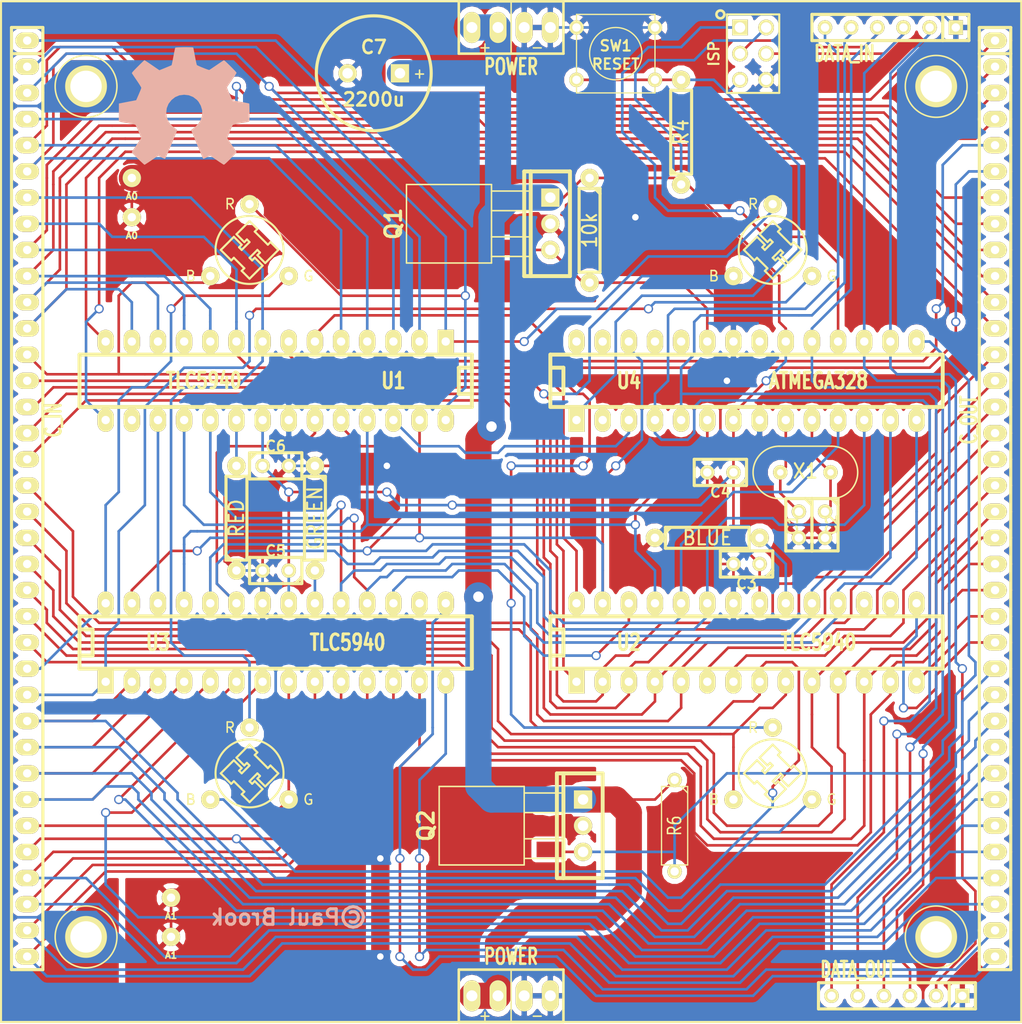
<source format=kicad_pcb>
(kicad_pcb (version 3) (host pcbnew "(2013-dec-23)-stable")
  (layers (15 F.Cu signal) (0 B.Cu signal) (18 B.Paste user) (19 F.Paste user) (20 B.SilkS user) (21 F.SilkS user) (22 B.Mask user) (23 F.Mask user) (28 Edge.Cuts user))
  (net 0 "")
  (net 1 /5v)
  (net 2 /A0)
  (net 3 /A1)
  (net 4 /BLANK)
  (net 5 /BREF)
  (net 6 /CS)
  (net 7 /DCPRG)
  (net 8 /GND)
  (net 9 /GREF)
  (net 10 /GSCK)
  (net 11 /H0)
  (net 12 /H1)
  (net 13 /MISO)
  (net 14 /MOSI)
  (net 15 /RESET)
  (net 16 /RREF)
  (net 17 /SCK)
  (net 18 /SCLK)
  (net 19 /SIN)
  (net 20 /SYNCA)
  (net 21 /SYNCB)
  (net 22 /VPRG)
  (net 23 /XLAT)
  (net 24 /b0)
  (net 25 /b1)
  (net 26 /b10)
  (net 27 /b11)
  (net 28 /b12)
  (net 29 /b13)
  (net 30 /b14)
  (net 31 /b15)
  (net 32 /b2)
  (net 33 /b3)
  (net 34 /b4)
  (net 35 /b5)
  (net 36 /b6)
  (net 37 /b7)
  (net 38 /b8)
  (net 39 /b9)
  (net 40 /g0)
  (net 41 /g1)
  (net 42 /g10)
  (net 43 /g11)
  (net 44 /g12)
  (net 45 /g13)
  (net 46 /g14)
  (net 47 /g15)
  (net 48 /g2)
  (net 49 /g3)
  (net 50 /g4)
  (net 51 /g5)
  (net 52 /g6)
  (net 53 /g7)
  (net 54 /g8)
  (net 55 /g9)
  (net 56 /r0)
  (net 57 /r1)
  (net 58 /r10)
  (net 59 /r11)
  (net 60 /r12)
  (net 61 /r13)
  (net 62 /r14)
  (net 63 /r15)
  (net 64 /r2)
  (net 65 /r3)
  (net 66 /r4)
  (net 67 /r5)
  (net 68 /r6)
  (net 69 /r7)
  (net 70 /r8)
  (net 71 /r9)
  (net 72 N-0000012)
  (net 73 N-0000013)
  (net 74 N-000006)
  (net 75 N-000008)
  (module rgb_cathode (layer F.Cu) (at 76.2 76.2)
    (fp_text reference K0 hide)
    (fp_text value RGB_CATHODE hide)
    (fp_text user B (at -5.715 2.54) (layer F.SilkS))
    (fp_text user G (at 5.715 2.54) (layer F.SilkS))
    (fp_text user R (at -1.905 -4.445) (layer F.SilkS))
    (pad R thru_hole circle (at 0 -4.445) (size 1.778 1.778) (drill 0.8128) (layers *.Cu *.Mask F.SilkS) (net 56 /r0))
    (pad B thru_hole circle (at -3.81 2.54) (size 1.778 1.778) (drill 0.8128) (layers *.Cu *.Mask F.SilkS) (net 24 /b0))
    (pad G thru_hole circle (at 3.81 2.54) (size 1.778 1.778) (drill 0.8128) (layers *.Cu *.Mask F.SilkS) (net 40 /g0))
  )
  (module TO220_VERT (layer F.Cu) (at 105.41 73.66 180)
    (fp_text reference Q3 hide)
    (fp_text value CONN_3 hide)
    (pad 2 thru_hole circle (at 0 -2.54 180) (size 1.778 1.778) (drill 1.016) (layers *.Cu *.Mask F.SilkS) (net 2 /A0))
    (pad 3 thru_hole circle (at 0 0 180) (size 1.778 1.778) (drill 1.016) (layers *.Cu *.Mask F.SilkS) (net 11 /H0))
    (pad 1 thru_hole rect (at 0 2.54 180) (size 1.778 1.778) (drill 1.016) (layers *.Cu *.Mask F.SilkS) (net 1 /5v))
  )
  (module TO220_VERT (layer F.Cu) (at 108.585 132.08 180)
    (fp_text reference Q4 hide)
    (fp_text value CONN_3 hide)
    (pad 2 thru_hole circle (at 0 -2.54 180) (size 1.778 1.778) (drill 1.016) (layers *.Cu *.Mask F.SilkS) (net 3 /A1))
    (pad 3 thru_hole circle (at 0 0 180) (size 1.778 1.778) (drill 1.016) (layers *.Cu *.Mask F.SilkS) (net 12 /H1))
    (pad 1 thru_hole rect (at 0 2.54 180) (size 1.778 1.778) (drill 1.016) (layers *.Cu *.Mask F.SilkS) (net 1 /5v))
  )
  (module SW_PUSH_SMALL (layer F.Cu) (at 111.76 57.15)
    (fp_text reference SW1 (at 0 -0.762) (layer F.SilkS) (effects (font (size 1.016 1.016) (thickness 0.2032))))
    (fp_text value RESET (at 0 1.016) (layer F.SilkS) (effects (font (size 1.016 1.016) (thickness 0.2032))))
    (pad 1 thru_hole circle (at 3.81 -2.54) (size 1.397 1.397) (drill 0.8128) (layers *.Cu *.Mask F.SilkS) (net 8 /GND))
    (pad 2 thru_hole circle (at 3.81 2.54) (size 1.397 1.397) (drill 0.8128) (layers *.Cu *.Mask F.SilkS) (net 15 /RESET))
    (pad 1 thru_hole circle (at -3.81 -2.54) (size 1.397 1.397) (drill 0.8128) (layers *.Cu *.Mask F.SilkS) (net 8 /GND))
    (pad 2 thru_hole circle (at -3.81 2.54) (size 1.397 1.397) (drill 0.8128) (layers *.Cu *.Mask F.SilkS) (net 15 /RESET))
  )
  (module SIL-6 (layer F.Cu) (at 138.43 54.61 180)
    (fp_text reference P3 hide)
    (fp_text value DATA_IN (at 4.445 -2.54 180) (layer F.SilkS) (effects (font (size 1.524 1.016) (thickness 0.254))))
    (pad 1 thru_hole rect (at -6.35 0 180) (size 1.397 1.397) (drill 0.8128) (layers *.Cu *.Mask F.SilkS) (net 8 /GND))
    (pad 2 thru_hole circle (at -3.81 0 180) (size 1.397 1.397) (drill 0.8128) (layers *.Cu *.Mask F.SilkS) (net 6 /CS))
    (pad 3 thru_hole circle (at -1.27 0 180) (size 1.397 1.397) (drill 0.8128) (layers *.Cu *.Mask F.SilkS) (net 14 /MOSI))
    (pad 4 thru_hole circle (at 1.27 0 180) (size 1.397 1.397) (drill 0.8128) (layers *.Cu *.Mask F.SilkS) (net 17 /SCK))
    (pad 5 thru_hole circle (at 3.81 0 180) (size 1.397 1.397) (drill 0.8128) (layers *.Cu *.Mask F.SilkS) (net 21 /SYNCB))
    (pad 6 thru_hole circle (at 6.35 0 180) (size 1.397 1.397) (drill 0.8128) (layers *.Cu *.Mask F.SilkS) (net 20 /SYNCA))
  )
  (module R4-LARGE_PADS (layer F.Cu) (at 109.22 74.295 270)
    (fp_text reference R5 hide)
    (fp_text value 10k (at 0 0 270) (layer F.SilkS) (effects (font (size 1.397 1.27) (thickness 0.2032))))
    (pad 1 thru_hole circle (at -5.08 0 270) (size 1.778 1.778) (drill 0.8128) (layers *.Cu *.Mask F.SilkS) (net 1 /5v))
    (pad 2 thru_hole circle (at 5.08 0 270) (size 1.778 1.778) (drill 0.8128) (layers *.Cu *.Mask F.SilkS) (net 2 /A0))
  )
  (module R4-LARGE_PADS (layer F.Cu) (at 120.65 104.14)
    (fp_text reference R2 hide)
    (fp_text value BLUE (at 0 0) (layer F.SilkS) (effects (font (size 1.397 1.27) (thickness 0.2032))))
    (pad 1 thru_hole circle (at -5.08 0) (size 1.778 1.778) (drill 0.8128) (layers *.Cu *.Mask F.SilkS) (net 8 /GND))
    (pad 2 thru_hole circle (at 5.08 0) (size 1.778 1.778) (drill 0.8128) (layers *.Cu *.Mask F.SilkS) (net 5 /BREF))
  )
  (module R4-LARGE_PADS (layer F.Cu) (at 74.93 102.235 90)
    (fp_text reference R1 hide)
    (fp_text value RED (at 0 0 90) (layer F.SilkS) (effects (font (size 1.397 1.27) (thickness 0.2032))))
    (pad 1 thru_hole circle (at -5.08 0 90) (size 1.778 1.778) (drill 0.8128) (layers *.Cu *.Mask F.SilkS) (net 8 /GND))
    (pad 2 thru_hole circle (at 5.08 0 90) (size 1.778 1.778) (drill 0.8128) (layers *.Cu *.Mask F.SilkS) (net 16 /RREF))
  )
  (module R4-LARGE_PADS (layer F.Cu) (at 82.55 102.235 270)
    (fp_text reference R3 hide)
    (fp_text value GREEN (at 0 0 270) (layer F.SilkS) (effects (font (size 1.397 1.27) (thickness 0.2032))))
    (pad 1 thru_hole circle (at -5.08 0 270) (size 1.778 1.778) (drill 0.8128) (layers *.Cu *.Mask F.SilkS) (net 8 /GND))
    (pad 2 thru_hole circle (at 5.08 0 270) (size 1.778 1.778) (drill 0.8128) (layers *.Cu *.Mask F.SilkS) (net 9 /GREF))
  )
  (module DIP-28__300_ELL (layer F.Cu) (at 78.74 88.9 180)
    (fp_text reference U1 (at -11.43 0 180) (layer F.SilkS) (effects (font (size 1.524 1.143) (thickness 0.3048))))
    (fp_text value TLC5940 (at 6.985 0 180) (layer F.SilkS) (effects (font (size 1.524 1.143) (thickness 0.3048))))
    (pad 2 thru_hole oval (at -13.97 3.81 180) (size 1.5748 2.286) (drill 0.8128) (layers *.Cu *.Mask F.SilkS) (net 64 /r2))
    (pad 3 thru_hole oval (at -11.43 3.81 180) (size 1.5748 2.286) (drill 0.8128) (layers *.Cu *.Mask F.SilkS) (net 65 /r3))
    (pad 4 thru_hole oval (at -8.89 3.81 180) (size 1.5748 2.286) (drill 0.8128) (layers *.Cu *.Mask F.SilkS) (net 66 /r4))
    (pad 5 thru_hole oval (at -6.35 3.81 180) (size 1.5748 2.286) (drill 0.8128) (layers *.Cu *.Mask F.SilkS) (net 67 /r5))
    (pad 6 thru_hole oval (at -3.81 3.81 180) (size 1.5748 2.286) (drill 0.8128) (layers *.Cu *.Mask F.SilkS) (net 68 /r6))
    (pad 7 thru_hole oval (at -1.27 3.81 180) (size 1.5748 2.286) (drill 0.8128) (layers *.Cu *.Mask F.SilkS) (net 69 /r7))
    (pad 8 thru_hole oval (at 1.27 3.81 180) (size 1.5748 2.286) (drill 0.8128) (layers *.Cu *.Mask F.SilkS) (net 70 /r8))
    (pad 9 thru_hole oval (at 3.81 3.81 180) (size 1.5748 2.286) (drill 0.8128) (layers *.Cu *.Mask F.SilkS) (net 71 /r9))
    (pad 10 thru_hole oval (at 6.35 3.81 180) (size 1.5748 2.286) (drill 0.8128) (layers *.Cu *.Mask F.SilkS) (net 58 /r10))
    (pad 11 thru_hole oval (at 8.89 3.81 180) (size 1.5748 2.286) (drill 0.8128) (layers *.Cu *.Mask F.SilkS) (net 59 /r11))
    (pad 12 thru_hole oval (at 11.43 3.81 180) (size 1.5748 2.286) (drill 0.8128) (layers *.Cu *.Mask F.SilkS) (net 60 /r12))
    (pad 13 thru_hole oval (at 13.97 3.81 180) (size 1.5748 2.286) (drill 0.8128) (layers *.Cu *.Mask F.SilkS) (net 61 /r13))
    (pad 14 thru_hole oval (at 16.51 3.81 180) (size 1.5748 2.286) (drill 0.8128) (layers *.Cu *.Mask F.SilkS) (net 62 /r14))
    (pad 1 thru_hole rect (at -16.51 3.81 180) (size 1.5748 2.286) (drill 0.8128) (layers *.Cu *.Mask F.SilkS) (net 57 /r1))
    (pad 15 thru_hole oval (at 16.51 -3.81 180) (size 1.5748 2.286) (drill 0.8128) (layers *.Cu *.Mask F.SilkS) (net 63 /r15))
    (pad 16 thru_hole oval (at 13.97 -3.81 180) (size 1.5748 2.286) (drill 0.8128) (layers *.Cu *.Mask F.SilkS))
    (pad 17 thru_hole oval (at 11.43 -3.81 180) (size 1.5748 2.286) (drill 0.8128) (layers *.Cu *.Mask F.SilkS) (net 72 N-0000012))
    (pad 18 thru_hole oval (at 8.89 -3.81 180) (size 1.5748 2.286) (drill 0.8128) (layers *.Cu *.Mask F.SilkS) (net 10 /GSCK))
    (pad 19 thru_hole oval (at 6.35 -3.81 180) (size 1.5748 2.286) (drill 0.8128) (layers *.Cu *.Mask F.SilkS) (net 7 /DCPRG))
    (pad 20 thru_hole oval (at 3.81 -3.81 180) (size 1.5748 2.286) (drill 0.8128) (layers *.Cu *.Mask F.SilkS) (net 16 /RREF))
    (pad 21 thru_hole oval (at 1.27 -3.81 180) (size 1.5748 2.286) (drill 0.8128) (layers *.Cu *.Mask F.SilkS) (net 1 /5v))
    (pad 22 thru_hole oval (at -1.27 -3.81 180) (size 1.5748 2.286) (drill 0.8128) (layers *.Cu *.Mask F.SilkS) (net 8 /GND))
    (pad 23 thru_hole oval (at -3.81 -3.81 180) (size 1.5748 2.286) (drill 0.8128) (layers *.Cu *.Mask F.SilkS) (net 4 /BLANK))
    (pad 24 thru_hole oval (at -6.35 -3.81 180) (size 1.5748 2.286) (drill 0.8128) (layers *.Cu *.Mask F.SilkS) (net 23 /XLAT))
    (pad 25 thru_hole oval (at -8.89 -3.81 180) (size 1.5748 2.286) (drill 0.8128) (layers *.Cu *.Mask F.SilkS) (net 18 /SCLK))
    (pad 26 thru_hole oval (at -11.43 -3.81 180) (size 1.5748 2.286) (drill 0.8128) (layers *.Cu *.Mask F.SilkS) (net 19 /SIN))
    (pad 27 thru_hole oval (at -13.97 -3.81 180) (size 1.5748 2.286) (drill 0.8128) (layers *.Cu *.Mask F.SilkS) (net 22 /VPRG))
    (pad 28 thru_hole oval (at -16.51 -3.81 180) (size 1.5748 2.286) (drill 0.8128) (layers *.Cu *.Mask F.SilkS) (net 56 /r0))
  )
  (module DIP-28__300_ELL (layer F.Cu) (at 124.46 114.3)
    (fp_text reference U2 (at -11.43 0) (layer F.SilkS) (effects (font (size 1.524 1.143) (thickness 0.3048))))
    (fp_text value TLC5940 (at 6.985 0) (layer F.SilkS) (effects (font (size 1.524 1.143) (thickness 0.3048))))
    (pad 2 thru_hole oval (at -13.97 3.81) (size 1.5748 2.286) (drill 0.8128) (layers *.Cu *.Mask F.SilkS) (net 32 /b2))
    (pad 3 thru_hole oval (at -11.43 3.81) (size 1.5748 2.286) (drill 0.8128) (layers *.Cu *.Mask F.SilkS) (net 33 /b3))
    (pad 4 thru_hole oval (at -8.89 3.81) (size 1.5748 2.286) (drill 0.8128) (layers *.Cu *.Mask F.SilkS) (net 34 /b4))
    (pad 5 thru_hole oval (at -6.35 3.81) (size 1.5748 2.286) (drill 0.8128) (layers *.Cu *.Mask F.SilkS) (net 35 /b5))
    (pad 6 thru_hole oval (at -3.81 3.81) (size 1.5748 2.286) (drill 0.8128) (layers *.Cu *.Mask F.SilkS) (net 36 /b6))
    (pad 7 thru_hole oval (at -1.27 3.81) (size 1.5748 2.286) (drill 0.8128) (layers *.Cu *.Mask F.SilkS) (net 37 /b7))
    (pad 8 thru_hole oval (at 1.27 3.81) (size 1.5748 2.286) (drill 0.8128) (layers *.Cu *.Mask F.SilkS) (net 38 /b8))
    (pad 9 thru_hole oval (at 3.81 3.81) (size 1.5748 2.286) (drill 0.8128) (layers *.Cu *.Mask F.SilkS) (net 39 /b9))
    (pad 10 thru_hole oval (at 6.35 3.81) (size 1.5748 2.286) (drill 0.8128) (layers *.Cu *.Mask F.SilkS) (net 26 /b10))
    (pad 11 thru_hole oval (at 8.89 3.81) (size 1.5748 2.286) (drill 0.8128) (layers *.Cu *.Mask F.SilkS) (net 27 /b11))
    (pad 12 thru_hole oval (at 11.43 3.81) (size 1.5748 2.286) (drill 0.8128) (layers *.Cu *.Mask F.SilkS) (net 28 /b12))
    (pad 13 thru_hole oval (at 13.97 3.81) (size 1.5748 2.286) (drill 0.8128) (layers *.Cu *.Mask F.SilkS) (net 29 /b13))
    (pad 14 thru_hole oval (at 16.51 3.81) (size 1.5748 2.286) (drill 0.8128) (layers *.Cu *.Mask F.SilkS) (net 30 /b14))
    (pad 1 thru_hole rect (at -16.51 3.81) (size 1.5748 2.286) (drill 0.8128) (layers *.Cu *.Mask F.SilkS) (net 25 /b1))
    (pad 15 thru_hole oval (at 16.51 -3.81) (size 1.5748 2.286) (drill 0.8128) (layers *.Cu *.Mask F.SilkS) (net 31 /b15))
    (pad 16 thru_hole oval (at 13.97 -3.81) (size 1.5748 2.286) (drill 0.8128) (layers *.Cu *.Mask F.SilkS))
    (pad 17 thru_hole oval (at 11.43 -3.81) (size 1.5748 2.286) (drill 0.8128) (layers *.Cu *.Mask F.SilkS))
    (pad 18 thru_hole oval (at 8.89 -3.81) (size 1.5748 2.286) (drill 0.8128) (layers *.Cu *.Mask F.SilkS) (net 10 /GSCK))
    (pad 19 thru_hole oval (at 6.35 -3.81) (size 1.5748 2.286) (drill 0.8128) (layers *.Cu *.Mask F.SilkS) (net 7 /DCPRG))
    (pad 20 thru_hole oval (at 3.81 -3.81) (size 1.5748 2.286) (drill 0.8128) (layers *.Cu *.Mask F.SilkS) (net 5 /BREF))
    (pad 21 thru_hole oval (at 1.27 -3.81) (size 1.5748 2.286) (drill 0.8128) (layers *.Cu *.Mask F.SilkS) (net 1 /5v))
    (pad 22 thru_hole oval (at -1.27 -3.81) (size 1.5748 2.286) (drill 0.8128) (layers *.Cu *.Mask F.SilkS) (net 8 /GND))
    (pad 23 thru_hole oval (at -3.81 -3.81) (size 1.5748 2.286) (drill 0.8128) (layers *.Cu *.Mask F.SilkS) (net 4 /BLANK))
    (pad 24 thru_hole oval (at -6.35 -3.81) (size 1.5748 2.286) (drill 0.8128) (layers *.Cu *.Mask F.SilkS) (net 23 /XLAT))
    (pad 25 thru_hole oval (at -8.89 -3.81) (size 1.5748 2.286) (drill 0.8128) (layers *.Cu *.Mask F.SilkS) (net 18 /SCLK))
    (pad 26 thru_hole oval (at -11.43 -3.81) (size 1.5748 2.286) (drill 0.8128) (layers *.Cu *.Mask F.SilkS) (net 73 N-0000013))
    (pad 27 thru_hole oval (at -13.97 -3.81) (size 1.5748 2.286) (drill 0.8128) (layers *.Cu *.Mask F.SilkS) (net 22 /VPRG))
    (pad 28 thru_hole oval (at -16.51 -3.81) (size 1.5748 2.286) (drill 0.8128) (layers *.Cu *.Mask F.SilkS) (net 24 /b0))
  )
  (module DIP-28__300_ELL (layer F.Cu) (at 78.74 114.3)
    (fp_text reference U3 (at -11.43 0) (layer F.SilkS) (effects (font (size 1.524 1.143) (thickness 0.3048))))
    (fp_text value TLC5940 (at 6.985 0) (layer F.SilkS) (effects (font (size 1.524 1.143) (thickness 0.3048))))
    (pad 2 thru_hole oval (at -13.97 3.81) (size 1.5748 2.286) (drill 0.8128) (layers *.Cu *.Mask F.SilkS) (net 48 /g2))
    (pad 3 thru_hole oval (at -11.43 3.81) (size 1.5748 2.286) (drill 0.8128) (layers *.Cu *.Mask F.SilkS) (net 49 /g3))
    (pad 4 thru_hole oval (at -8.89 3.81) (size 1.5748 2.286) (drill 0.8128) (layers *.Cu *.Mask F.SilkS) (net 50 /g4))
    (pad 5 thru_hole oval (at -6.35 3.81) (size 1.5748 2.286) (drill 0.8128) (layers *.Cu *.Mask F.SilkS) (net 51 /g5))
    (pad 6 thru_hole oval (at -3.81 3.81) (size 1.5748 2.286) (drill 0.8128) (layers *.Cu *.Mask F.SilkS) (net 52 /g6))
    (pad 7 thru_hole oval (at -1.27 3.81) (size 1.5748 2.286) (drill 0.8128) (layers *.Cu *.Mask F.SilkS) (net 53 /g7))
    (pad 8 thru_hole oval (at 1.27 3.81) (size 1.5748 2.286) (drill 0.8128) (layers *.Cu *.Mask F.SilkS) (net 54 /g8))
    (pad 9 thru_hole oval (at 3.81 3.81) (size 1.5748 2.286) (drill 0.8128) (layers *.Cu *.Mask F.SilkS) (net 55 /g9))
    (pad 10 thru_hole oval (at 6.35 3.81) (size 1.5748 2.286) (drill 0.8128) (layers *.Cu *.Mask F.SilkS) (net 42 /g10))
    (pad 11 thru_hole oval (at 8.89 3.81) (size 1.5748 2.286) (drill 0.8128) (layers *.Cu *.Mask F.SilkS) (net 43 /g11))
    (pad 12 thru_hole oval (at 11.43 3.81) (size 1.5748 2.286) (drill 0.8128) (layers *.Cu *.Mask F.SilkS) (net 44 /g12))
    (pad 13 thru_hole oval (at 13.97 3.81) (size 1.5748 2.286) (drill 0.8128) (layers *.Cu *.Mask F.SilkS) (net 45 /g13))
    (pad 14 thru_hole oval (at 16.51 3.81) (size 1.5748 2.286) (drill 0.8128) (layers *.Cu *.Mask F.SilkS) (net 46 /g14))
    (pad 1 thru_hole rect (at -16.51 3.81) (size 1.5748 2.286) (drill 0.8128) (layers *.Cu *.Mask F.SilkS) (net 41 /g1))
    (pad 15 thru_hole oval (at 16.51 -3.81) (size 1.5748 2.286) (drill 0.8128) (layers *.Cu *.Mask F.SilkS) (net 47 /g15))
    (pad 16 thru_hole oval (at 13.97 -3.81) (size 1.5748 2.286) (drill 0.8128) (layers *.Cu *.Mask F.SilkS))
    (pad 17 thru_hole oval (at 11.43 -3.81) (size 1.5748 2.286) (drill 0.8128) (layers *.Cu *.Mask F.SilkS) (net 73 N-0000013))
    (pad 18 thru_hole oval (at 8.89 -3.81) (size 1.5748 2.286) (drill 0.8128) (layers *.Cu *.Mask F.SilkS) (net 10 /GSCK))
    (pad 19 thru_hole oval (at 6.35 -3.81) (size 1.5748 2.286) (drill 0.8128) (layers *.Cu *.Mask F.SilkS) (net 7 /DCPRG))
    (pad 20 thru_hole oval (at 3.81 -3.81) (size 1.5748 2.286) (drill 0.8128) (layers *.Cu *.Mask F.SilkS) (net 9 /GREF))
    (pad 21 thru_hole oval (at 1.27 -3.81) (size 1.5748 2.286) (drill 0.8128) (layers *.Cu *.Mask F.SilkS) (net 1 /5v))
    (pad 22 thru_hole oval (at -1.27 -3.81) (size 1.5748 2.286) (drill 0.8128) (layers *.Cu *.Mask F.SilkS) (net 8 /GND))
    (pad 23 thru_hole oval (at -3.81 -3.81) (size 1.5748 2.286) (drill 0.8128) (layers *.Cu *.Mask F.SilkS) (net 4 /BLANK))
    (pad 24 thru_hole oval (at -6.35 -3.81) (size 1.5748 2.286) (drill 0.8128) (layers *.Cu *.Mask F.SilkS) (net 23 /XLAT))
    (pad 25 thru_hole oval (at -8.89 -3.81) (size 1.5748 2.286) (drill 0.8128) (layers *.Cu *.Mask F.SilkS) (net 18 /SCLK))
    (pad 26 thru_hole oval (at -11.43 -3.81) (size 1.5748 2.286) (drill 0.8128) (layers *.Cu *.Mask F.SilkS) (net 72 N-0000012))
    (pad 27 thru_hole oval (at -13.97 -3.81) (size 1.5748 2.286) (drill 0.8128) (layers *.Cu *.Mask F.SilkS) (net 22 /VPRG))
    (pad 28 thru_hole oval (at -16.51 -3.81) (size 1.5748 2.286) (drill 0.8128) (layers *.Cu *.Mask F.SilkS) (net 40 /g0))
  )
  (module DIP-28__300_ELL (layer F.Cu) (at 124.46 88.9)
    (fp_text reference U4 (at -11.43 0) (layer F.SilkS) (effects (font (size 1.524 1.143) (thickness 0.28575))))
    (fp_text value ATMEGA328 (at 6.985 0) (layer F.SilkS) (effects (font (size 1.524 1.143) (thickness 0.3048))))
    (pad 2 thru_hole oval (at -13.97 3.81) (size 1.5748 2.286) (drill 0.8128) (layers *.Cu *.Mask F.SilkS))
    (pad 3 thru_hole oval (at -11.43 3.81) (size 1.5748 2.286) (drill 0.8128) (layers *.Cu *.Mask F.SilkS) (net 19 /SIN))
    (pad 4 thru_hole oval (at -8.89 3.81) (size 1.5748 2.286) (drill 0.8128) (layers *.Cu *.Mask F.SilkS) (net 20 /SYNCA))
    (pad 5 thru_hole oval (at -6.35 3.81) (size 1.5748 2.286) (drill 0.8128) (layers *.Cu *.Mask F.SilkS) (net 21 /SYNCB))
    (pad 6 thru_hole oval (at -3.81 3.81) (size 1.5748 2.286) (drill 0.8128) (layers *.Cu *.Mask F.SilkS) (net 18 /SCLK))
    (pad 7 thru_hole oval (at -1.27 3.81) (size 1.5748 2.286) (drill 0.8128) (layers *.Cu *.Mask F.SilkS) (net 1 /5v))
    (pad 8 thru_hole oval (at 1.27 3.81) (size 1.5748 2.286) (drill 0.8128) (layers *.Cu *.Mask F.SilkS) (net 8 /GND))
    (pad 9 thru_hole oval (at 3.81 3.81) (size 1.5748 2.286) (drill 0.8128) (layers *.Cu *.Mask F.SilkS) (net 74 N-000006))
    (pad 10 thru_hole oval (at 6.35 3.81) (size 1.5748 2.286) (drill 0.8128) (layers *.Cu *.Mask F.SilkS) (net 75 N-000008))
    (pad 11 thru_hole oval (at 8.89 3.81) (size 1.5748 2.286) (drill 0.8128) (layers *.Cu *.Mask F.SilkS) (net 23 /XLAT))
    (pad 12 thru_hole oval (at 11.43 3.81) (size 1.5748 2.286) (drill 0.8128) (layers *.Cu *.Mask F.SilkS) (net 4 /BLANK))
    (pad 13 thru_hole oval (at 13.97 3.81) (size 1.5748 2.286) (drill 0.8128) (layers *.Cu *.Mask F.SilkS) (net 7 /DCPRG))
    (pad 14 thru_hole oval (at 16.51 3.81) (size 1.5748 2.286) (drill 0.8128) (layers *.Cu *.Mask F.SilkS) (net 10 /GSCK))
    (pad 1 thru_hole rect (at -16.51 3.81) (size 1.5748 2.286) (drill 0.8128) (layers *.Cu *.Mask F.SilkS) (net 15 /RESET))
    (pad 15 thru_hole oval (at 16.51 -3.81) (size 1.5748 2.286) (drill 0.8128) (layers *.Cu *.Mask F.SilkS) (net 3 /A1))
    (pad 16 thru_hole oval (at 13.97 -3.81) (size 1.5748 2.286) (drill 0.8128) (layers *.Cu *.Mask F.SilkS) (net 6 /CS))
    (pad 17 thru_hole oval (at 11.43 -3.81) (size 1.5748 2.286) (drill 0.8128) (layers *.Cu *.Mask F.SilkS) (net 14 /MOSI))
    (pad 18 thru_hole oval (at 8.89 -3.81) (size 1.5748 2.286) (drill 0.8128) (layers *.Cu *.Mask F.SilkS) (net 13 /MISO))
    (pad 19 thru_hole oval (at 6.35 -3.81) (size 1.5748 2.286) (drill 0.8128) (layers *.Cu *.Mask F.SilkS) (net 17 /SCK))
    (pad 20 thru_hole oval (at 3.81 -3.81) (size 1.5748 2.286) (drill 0.8128) (layers *.Cu *.Mask F.SilkS) (net 1 /5v))
    (pad 21 thru_hole oval (at 1.27 -3.81) (size 1.5748 2.286) (drill 0.8128) (layers *.Cu *.Mask F.SilkS))
    (pad 22 thru_hole oval (at -1.27 -3.81) (size 1.5748 2.286) (drill 0.8128) (layers *.Cu *.Mask F.SilkS) (net 8 /GND))
    (pad 23 thru_hole oval (at -3.81 -3.81) (size 1.5748 2.286) (drill 0.8128) (layers *.Cu *.Mask F.SilkS) (net 2 /A0))
    (pad 24 thru_hole oval (at -6.35 -3.81) (size 1.5748 2.286) (drill 0.8128) (layers *.Cu *.Mask F.SilkS))
    (pad 25 thru_hole oval (at -8.89 -3.81) (size 1.5748 2.286) (drill 0.8128) (layers *.Cu *.Mask F.SilkS))
    (pad 26 thru_hole oval (at -11.43 -3.81) (size 1.5748 2.286) (drill 0.8128) (layers *.Cu *.Mask F.SilkS) (net 22 /VPRG))
    (pad 27 thru_hole oval (at -13.97 -3.81) (size 1.5748 2.286) (drill 0.8128) (layers *.Cu *.Mask F.SilkS))
    (pad 28 thru_hole oval (at -16.51 -3.81) (size 1.5748 2.286) (drill 0.8128) (layers *.Cu *.Mask F.SilkS))
  )
  (module C1 (layer F.Cu) (at 132.08 102.87 270)
    (fp_text reference C2 (at 0 -0.635 270) (layer F.SilkS) (effects (font (size 1.016 1.016) (thickness 0.2032))))
    (fp_text value 22p hide)
    (pad 1 thru_hole circle (at -1.27 0 270) (size 1.397 1.397) (drill 0.8128) (layers *.Cu *.Mask F.SilkS) (net 75 N-000008))
    (pad 2 thru_hole circle (at 1.27 0 270) (size 1.397 1.397) (drill 0.8128) (layers *.Cu *.Mask F.SilkS) (net 8 /GND))
  )
  (module C1 (layer F.Cu) (at 129.54 102.87 270)
    (fp_text reference C1 (at 0 0.635 270) (layer F.SilkS) (effects (font (size 1.016 1.016) (thickness 0.2032))))
    (fp_text value 22p hide)
    (pad 1 thru_hole circle (at -1.27 0 270) (size 1.397 1.397) (drill 0.8128) (layers *.Cu *.Mask F.SilkS) (net 74 N-000006))
    (pad 2 thru_hole circle (at 1.27 0 270) (size 1.397 1.397) (drill 0.8128) (layers *.Cu *.Mask F.SilkS) (net 8 /GND))
  )
  (module C1 (layer F.Cu) (at 124.46 106.68 180)
    (fp_text reference C3 (at 0 -1.905 180) (layer F.SilkS) (effects (font (size 1.016 1.016) (thickness 0.2032))))
    (fp_text value 100n hide)
    (pad 1 thru_hole circle (at -1.27 0 180) (size 1.397 1.397) (drill 0.8128) (layers *.Cu *.Mask F.SilkS) (net 1 /5v))
    (pad 2 thru_hole circle (at 1.27 0 180) (size 1.397 1.397) (drill 0.8128) (layers *.Cu *.Mask F.SilkS) (net 8 /GND))
  )
  (module C1 (layer F.Cu) (at 121.92 97.79 180)
    (fp_text reference C4 (at 0 -1.905 180) (layer F.SilkS) (effects (font (size 1.016 1.016) (thickness 0.2032))))
    (fp_text value 100n hide)
    (pad 1 thru_hole circle (at -1.27 0 180) (size 1.397 1.397) (drill 0.8128) (layers *.Cu *.Mask F.SilkS) (net 1 /5v))
    (pad 2 thru_hole circle (at 1.27 0 180) (size 1.397 1.397) (drill 0.8128) (layers *.Cu *.Mask F.SilkS) (net 8 /GND))
  )
  (module C1 (layer F.Cu) (at 78.74 107.315 180)
    (fp_text reference C5 (at 0 1.905 180) (layer F.SilkS) (effects (font (size 1.016 1.016) (thickness 0.2032))))
    (fp_text value 100n hide)
    (pad 1 thru_hole circle (at -1.27 0 180) (size 1.397 1.397) (drill 0.8128) (layers *.Cu *.Mask F.SilkS) (net 1 /5v))
    (pad 2 thru_hole circle (at 1.27 0 180) (size 1.397 1.397) (drill 0.8128) (layers *.Cu *.Mask F.SilkS) (net 8 /GND))
  )
  (module C1 (layer F.Cu) (at 78.74 97.155)
    (fp_text reference C6 (at 0 -1.905) (layer F.SilkS) (effects (font (size 1.016 1.016) (thickness 0.2032))))
    (fp_text value 100n hide)
    (pad 1 thru_hole circle (at -1.27 0) (size 1.397 1.397) (drill 0.8128) (layers *.Cu *.Mask F.SilkS) (net 1 /5v))
    (pad 2 thru_hole circle (at 1.27 0) (size 1.397 1.397) (drill 0.8128) (layers *.Cu *.Mask F.SilkS) (net 8 /GND))
  )
  (module to252 (layer F.Cu) (at 98.425 132.08 90)
    (fp_text reference Q2 (at 0 -5.08 90) (layer F.SilkS) (effects (font (size 1.524 1.524) (thickness 0.3048))))
    (fp_text value AP4435GH hide)
    (pad G smd rect (at -2.3 6.9 90) (size 1.5 2.5) (layers F.Cu F.Paste F.Mask) (net 3 /A1))
    (pad S smd rect (at 2.3 6.9 90) (size 1.5 2.5) (layers F.Cu F.Paste F.Mask) (net 1 /5v))
    (pad D smd rect (at 0 0 90) (size 7 7) (layers F.Cu F.Paste F.Mask) (net 12 /H1))
  )
  (module to252 (layer F.Cu) (at 95.25 73.66 90)
    (fp_text reference Q1 (at 0 -5.08 90) (layer F.SilkS) (effects (font (size 1.524 1.524) (thickness 0.3048))))
    (fp_text value AP4435GH hide)
    (pad G smd rect (at -2.3 6.9 90) (size 1.5 2.5) (layers F.Cu F.Paste F.Mask) (net 2 /A0))
    (pad S smd rect (at 2.3 6.9 90) (size 1.5 2.5) (layers F.Cu F.Paste F.Mask) (net 1 /5v))
    (pad D smd rect (at 0 0 90) (size 7 7) (layers F.Cu F.Paste F.Mask) (net 11 /H0))
  )
  (module R3-5 (layer F.Cu) (at 117.475 132.08 270)
    (fp_text reference R6 (at 0 0 270) (layer F.SilkS) (effects (font (size 1.27 1.016) (thickness 0.1524))))
    (fp_text value 10k hide)
    (pad 1 thru_hole circle (at -4.445 0 270) (size 1.397 1.397) (drill 0.8128) (layers *.Cu *.Mask F.SilkS) (net 1 /5v))
    (pad 2 thru_hole circle (at 4.445 0 270) (size 1.397 1.397) (drill 0.8128) (layers *.Cu *.Mask F.SilkS) (net 3 /A1))
  )
  (module R4-LARGE_PADS (layer F.Cu) (at 118.11 64.77 90)
    (fp_text reference R4 (at 0 0 90) (layer F.SilkS) (effects (font (size 1.397 1.27) (thickness 0.2032))))
    (fp_text value 10k hide)
    (pad 1 thru_hole circle (at -5.08 0 90) (size 1.778 1.778) (drill 0.8128) (layers *.Cu *.Mask F.SilkS) (net 1 /5v))
    (pad 2 thru_hole circle (at 5.08 0 90) (size 1.778 1.778) (drill 0.8128) (layers *.Cu *.Mask F.SilkS) (net 15 /RESET))
  )
  (module Crystal (layer F.Cu) (at 130.175 97.79 180)
    (fp_text reference X1 (at 0 0.127 180) (layer F.SilkS) (effects (font (size 1.397 1.27) (thickness 0.2032))))
    (fp_text value 16MHz hide)
    (pad 1 thru_hole circle (at -2.4384 0 180) (size 1.397 1.397) (drill 0.635) (layers *.Cu *.Mask F.SilkS) (net 75 N-000008))
    (pad 2 thru_hole circle (at 2.4384 0 180) (size 1.397 1.397) (drill 0.635) (layers *.Cu *.Mask F.SilkS) (net 74 N-000006))
  )
  (module CP2V10 (layer F.Cu) (at 88.265 59.055 180)
    (fp_text reference C7 (at 0 2.54 180) (layer F.SilkS) (effects (font (size 1.27 1.27) (thickness 0.254))))
    (fp_text value 2200u (at 0 -2.54 180) (layer F.SilkS) (effects (font (size 1.27 1.27) (thickness 0.254))))
    (fp_text user + (at -4.445 0 180) (layer F.SilkS))
    (pad 1 thru_hole rect (at -2.54 0 180) (size 1.778 1.778) (drill 1.016) (layers *.Cu *.Mask F.SilkS) (net 1 /5v))
    (pad 2 thru_hole circle (at 2.54 0 180) (size 1.778 1.778) (drill 1.016) (layers *.Cu *.Mask F.SilkS) (net 8 /GND))
  )
  (module isp (layer F.Cu) (at 125.095 57.15 270)
    (fp_text reference P5 hide)
    (fp_text value ISP (at 0 3.81 270) (layer F.SilkS) (effects (font (size 1.016 1.016) (thickness 0.2032))))
    (pad 1 thru_hole rect (at -2.54 1.27 270) (size 1.524 1.524) (drill 1.016) (layers *.Cu *.Mask F.SilkS) (net 13 /MISO))
    (pad 2 thru_hole circle (at -2.54 -1.27 270) (size 1.524 1.524) (drill 1.016) (layers *.Cu *.Mask F.SilkS) (net 1 /5v))
    (pad 3 thru_hole circle (at 0 1.27 270) (size 1.524 1.524) (drill 1.016) (layers *.Cu *.Mask F.SilkS) (net 17 /SCK))
    (pad 4 thru_hole circle (at 0 -1.27 270) (size 1.524 1.524) (drill 1.016) (layers *.Cu *.Mask F.SilkS) (net 14 /MOSI))
    (pad 5 thru_hole circle (at 2.54 1.27 270) (size 1.524 1.524) (drill 1.016) (layers *.Cu *.Mask F.SilkS) (net 15 /RESET))
    (pad 6 thru_hole circle (at 2.54 -1.27 270) (size 1.524 1.524) (drill 1.016) (layers *.Cu *.Mask F.SilkS) (net 8 /GND))
  )
  (module PIN1 (layer F.Cu) (at 64.77 69.215)
    (fp_text reference P7 hide)
    (fp_text value A0 (at 0 1.778) (layer F.SilkS) (effects (font (size 0.635 0.635) (thickness 0.1524))))
    (pad 1 thru_hole circle (at 0 0) (size 1.778 1.778) (drill 0.8128) (layers *.Cu *.Mask F.SilkS) (net 11 /H0))
  )
  (module PIN1 (layer F.Cu) (at 68.58 139.065)
    (fp_text reference P8 hide)
    (fp_text value A1 (at 0 1.778) (layer F.SilkS) (effects (font (size 0.635 0.635) (thickness 0.1524))))
    (pad 1 thru_hole circle (at 0 0) (size 1.778 1.778) (drill 0.8128) (layers *.Cu *.Mask F.SilkS) (net 12 /H1))
  )
  (module HOLE3 (layer F.Cu) (at 60.325 60.325)
    (fp_text reference P14 hide)
    (fp_text value CONN_1 hide)
    (pad 1 thru_hole circle (at 0 0) (size 4.064 4.064) (drill 3.048) (layers *.Cu *.Mask F.SilkS) (net 8 /GND))
  )
  (module HOLE3 (layer F.Cu) (at 142.875 60.325)
    (fp_text reference P11 hide)
    (fp_text value CONN_1 hide)
    (pad 1 thru_hole circle (at 0 0) (size 4.064 4.064) (drill 3.048) (layers *.Cu *.Mask F.SilkS) (net 8 /GND))
  )
  (module HOLE3 (layer F.Cu) (at 60.325 142.875)
    (fp_text reference P12 hide)
    (fp_text value CONN_1 hide)
    (pad 1 thru_hole circle (at 0 0) (size 4.064 4.064) (drill 3.048) (layers *.Cu *.Mask F.SilkS) (net 8 /GND))
  )
  (module HOLE3 (layer F.Cu) (at 142.875 142.875)
    (fp_text reference P13 hide)
    (fp_text value CONN_1 hide)
    (pad 1 thru_hole circle (at 0 0) (size 4.064 4.064) (drill 3.048) (layers *.Cu *.Mask F.SilkS) (net 8 /GND))
  )
  (module SIL-36 (layer F.Cu) (at 148.59 87.63 270)
    (fp_text reference P9 hide)
    (fp_text value C_OUT (at 5.08 2.54 270) (layer F.SilkS) (effects (font (size 1.524 1.016) (thickness 0.254))))
    (pad 1 thru_hole oval (at -31.75 0 270) (size 1.5748 2.286) (drill 0.8128) (layers *.Cu *.Mask F.SilkS) (net 64 /r2))
    (pad 2 thru_hole oval (at -29.21 0 270) (size 1.5748 2.286) (drill 0.8128) (layers *.Cu *.Mask F.SilkS) (net 65 /r3))
    (pad 3 thru_hole oval (at -26.67 0 270) (size 1.5748 2.286) (drill 0.8128) (layers *.Cu *.Mask F.SilkS) (net 66 /r4))
    (pad 4 thru_hole oval (at -24.13 0 270) (size 1.5748 2.286) (drill 0.8128) (layers *.Cu *.Mask F.SilkS) (net 67 /r5))
    (pad 5 thru_hole oval (at -21.59 0 270) (size 1.5748 2.286) (drill 0.8128) (layers *.Cu *.Mask F.SilkS) (net 68 /r6))
    (pad 6 thru_hole oval (at -19.05 0 270) (size 1.5748 2.286) (drill 0.8128) (layers *.Cu *.Mask F.SilkS) (net 69 /r7))
    (pad 7 thru_hole oval (at -16.51 0 270) (size 1.5748 2.286) (drill 0.8128) (layers *.Cu *.Mask F.SilkS) (net 58 /r10))
    (pad 8 thru_hole oval (at -13.97 0 270) (size 1.5748 2.286) (drill 0.8128) (layers *.Cu *.Mask F.SilkS) (net 59 /r11))
    (pad 9 thru_hole oval (at -11.43 0 270) (size 1.5748 2.286) (drill 0.8128) (layers *.Cu *.Mask F.SilkS) (net 60 /r12))
    (pad 10 thru_hole oval (at -8.89 0 270) (size 1.5748 2.286) (drill 0.8128) (layers *.Cu *.Mask F.SilkS) (net 61 /r13))
    (pad 11 thru_hole oval (at -6.35 0 270) (size 1.5748 2.286) (drill 0.8128) (layers *.Cu *.Mask F.SilkS) (net 62 /r14))
    (pad 12 thru_hole oval (at -3.81 0 270) (size 1.5748 2.286) (drill 0.8128) (layers *.Cu *.Mask F.SilkS) (net 63 /r15))
    (pad 13 thru_hole oval (at -1.27 0 270) (size 1.5748 2.286) (drill 0.8128) (layers *.Cu *.Mask F.SilkS) (net 32 /b2))
    (pad 14 thru_hole oval (at 1.27 0 270) (size 1.5748 2.286) (drill 0.8128) (layers *.Cu *.Mask F.SilkS) (net 33 /b3))
    (pad 15 thru_hole oval (at 3.81 0 270) (size 1.5748 2.286) (drill 0.8128) (layers *.Cu *.Mask F.SilkS) (net 34 /b4))
    (pad 16 thru_hole oval (at 6.35 0 270) (size 1.5748 2.286) (drill 0.8128) (layers *.Cu *.Mask F.SilkS) (net 35 /b5))
    (pad 17 thru_hole oval (at 8.89 0 270) (size 1.5748 2.286) (drill 0.8128) (layers *.Cu *.Mask F.SilkS) (net 36 /b6))
    (pad 18 thru_hole oval (at 11.43 0 270) (size 1.5748 2.286) (drill 0.8128) (layers *.Cu *.Mask F.SilkS) (net 37 /b7))
    (pad 19 thru_hole oval (at 13.97 0 270) (size 1.5748 2.286) (drill 0.8128) (layers *.Cu *.Mask F.SilkS) (net 26 /b10))
    (pad 20 thru_hole oval (at 16.51 0 270) (size 1.5748 2.286) (drill 0.8128) (layers *.Cu *.Mask F.SilkS) (net 27 /b11))
    (pad 21 thru_hole oval (at 19.05 0 270) (size 1.5748 2.286) (drill 0.8128) (layers *.Cu *.Mask F.SilkS) (net 28 /b12))
    (pad 22 thru_hole oval (at 21.59 0 270) (size 1.5748 2.286) (drill 0.8128) (layers *.Cu *.Mask F.SilkS) (net 29 /b13))
    (pad 23 thru_hole oval (at 24.13 0 270) (size 1.5748 2.286) (drill 0.8128) (layers *.Cu *.Mask F.SilkS) (net 30 /b14))
    (pad 24 thru_hole oval (at 26.67 0 270) (size 1.5748 2.286) (drill 0.8128) (layers *.Cu *.Mask F.SilkS) (net 31 /b15))
    (pad 25 thru_hole oval (at 29.21 0 270) (size 1.5748 2.286) (drill 0.8128) (layers *.Cu *.Mask F.SilkS) (net 48 /g2))
    (pad 26 thru_hole oval (at 31.75 0 270) (size 1.5748 2.286) (drill 0.8128) (layers *.Cu *.Mask F.SilkS) (net 49 /g3))
    (pad 27 thru_hole oval (at 34.29 0 270) (size 1.5748 2.286) (drill 0.8128) (layers *.Cu *.Mask F.SilkS) (net 50 /g4))
    (pad 28 thru_hole oval (at 36.83 0 270) (size 1.5748 2.286) (drill 0.8128) (layers *.Cu *.Mask F.SilkS) (net 51 /g5))
    (pad 29 thru_hole oval (at 39.37 0 270) (size 1.5748 2.286) (drill 0.8128) (layers *.Cu *.Mask F.SilkS) (net 52 /g6))
    (pad 30 thru_hole oval (at 41.91 0 270) (size 1.5748 2.286) (drill 0.8128) (layers *.Cu *.Mask F.SilkS) (net 53 /g7))
    (pad 31 thru_hole oval (at 44.45 0 270) (size 1.5748 2.286) (drill 0.8128) (layers *.Cu *.Mask F.SilkS) (net 42 /g10))
    (pad 32 thru_hole oval (at 46.99 0 270) (size 1.5748 2.286) (drill 0.8128) (layers *.Cu *.Mask F.SilkS) (net 43 /g11))
    (pad 33 thru_hole oval (at 49.53 0 270) (size 1.5748 2.286) (drill 0.8128) (layers *.Cu *.Mask F.SilkS) (net 44 /g12))
    (pad 34 thru_hole oval (at 52.07 0 270) (size 1.5748 2.286) (drill 0.8128) (layers *.Cu *.Mask F.SilkS) (net 45 /g13))
    (pad 35 thru_hole oval (at 54.61 0 270) (size 1.5748 2.286) (drill 0.8128) (layers *.Cu *.Mask F.SilkS) (net 46 /g14))
    (pad 36 thru_hole oval (at 57.15 0 270) (size 1.5748 2.286) (drill 0.8128) (layers *.Cu *.Mask F.SilkS) (net 47 /g15))
  )
  (module SIL-36 (layer F.Cu) (at 54.61 87.63 270)
    (fp_text reference P10 hide)
    (fp_text value C_IN (at 5.08 -2.54 270) (layer F.SilkS) (effects (font (size 1.524 1.016) (thickness 0.254))))
    (pad 1 thru_hole oval (at -31.75 0 270) (size 1.5748 2.286) (drill 0.8128) (layers *.Cu *.Mask F.SilkS) (net 56 /r0))
    (pad 2 thru_hole oval (at -29.21 0 270) (size 1.5748 2.286) (drill 0.8128) (layers *.Cu *.Mask F.SilkS) (net 57 /r1))
    (pad 3 thru_hole oval (at -26.67 0 270) (size 1.5748 2.286) (drill 0.8128) (layers *.Cu *.Mask F.SilkS) (net 64 /r2))
    (pad 4 thru_hole oval (at -24.13 0 270) (size 1.5748 2.286) (drill 0.8128) (layers *.Cu *.Mask F.SilkS) (net 65 /r3))
    (pad 5 thru_hole oval (at -21.59 0 270) (size 1.5748 2.286) (drill 0.8128) (layers *.Cu *.Mask F.SilkS) (net 66 /r4))
    (pad 6 thru_hole oval (at -19.05 0 270) (size 1.5748 2.286) (drill 0.8128) (layers *.Cu *.Mask F.SilkS) (net 67 /r5))
    (pad 7 thru_hole oval (at -16.51 0 270) (size 1.5748 2.286) (drill 0.8128) (layers *.Cu *.Mask F.SilkS) (net 70 /r8))
    (pad 8 thru_hole oval (at -13.97 0 270) (size 1.5748 2.286) (drill 0.8128) (layers *.Cu *.Mask F.SilkS) (net 71 /r9))
    (pad 9 thru_hole oval (at -11.43 0 270) (size 1.5748 2.286) (drill 0.8128) (layers *.Cu *.Mask F.SilkS) (net 58 /r10))
    (pad 10 thru_hole oval (at -8.89 0 270) (size 1.5748 2.286) (drill 0.8128) (layers *.Cu *.Mask F.SilkS) (net 59 /r11))
    (pad 11 thru_hole oval (at -6.35 0 270) (size 1.5748 2.286) (drill 0.8128) (layers *.Cu *.Mask F.SilkS) (net 60 /r12))
    (pad 12 thru_hole oval (at -3.81 0 270) (size 1.5748 2.286) (drill 0.8128) (layers *.Cu *.Mask F.SilkS) (net 61 /r13))
    (pad 13 thru_hole oval (at -1.27 0 270) (size 1.5748 2.286) (drill 0.8128) (layers *.Cu *.Mask F.SilkS) (net 24 /b0))
    (pad 14 thru_hole oval (at 1.27 0 270) (size 1.5748 2.286) (drill 0.8128) (layers *.Cu *.Mask F.SilkS) (net 25 /b1))
    (pad 15 thru_hole oval (at 3.81 0 270) (size 1.5748 2.286) (drill 0.8128) (layers *.Cu *.Mask F.SilkS) (net 32 /b2))
    (pad 16 thru_hole oval (at 6.35 0 270) (size 1.5748 2.286) (drill 0.8128) (layers *.Cu *.Mask F.SilkS) (net 33 /b3))
    (pad 17 thru_hole oval (at 8.89 0 270) (size 1.5748 2.286) (drill 0.8128) (layers *.Cu *.Mask F.SilkS) (net 34 /b4))
    (pad 18 thru_hole oval (at 11.43 0 270) (size 1.5748 2.286) (drill 0.8128) (layers *.Cu *.Mask F.SilkS) (net 35 /b5))
    (pad 19 thru_hole oval (at 13.97 0 270) (size 1.5748 2.286) (drill 0.8128) (layers *.Cu *.Mask F.SilkS) (net 38 /b8))
    (pad 20 thru_hole oval (at 16.51 0 270) (size 1.5748 2.286) (drill 0.8128) (layers *.Cu *.Mask F.SilkS) (net 39 /b9))
    (pad 21 thru_hole oval (at 19.05 0 270) (size 1.5748 2.286) (drill 0.8128) (layers *.Cu *.Mask F.SilkS) (net 26 /b10))
    (pad 22 thru_hole oval (at 21.59 0 270) (size 1.5748 2.286) (drill 0.8128) (layers *.Cu *.Mask F.SilkS) (net 27 /b11))
    (pad 23 thru_hole oval (at 24.13 0 270) (size 1.5748 2.286) (drill 0.8128) (layers *.Cu *.Mask F.SilkS) (net 28 /b12))
    (pad 24 thru_hole oval (at 26.67 0 270) (size 1.5748 2.286) (drill 0.8128) (layers *.Cu *.Mask F.SilkS) (net 29 /b13))
    (pad 25 thru_hole oval (at 29.21 0 270) (size 1.5748 2.286) (drill 0.8128) (layers *.Cu *.Mask F.SilkS) (net 40 /g0))
    (pad 26 thru_hole oval (at 31.75 0 270) (size 1.5748 2.286) (drill 0.8128) (layers *.Cu *.Mask F.SilkS) (net 41 /g1))
    (pad 27 thru_hole oval (at 34.29 0 270) (size 1.5748 2.286) (drill 0.8128) (layers *.Cu *.Mask F.SilkS) (net 48 /g2))
    (pad 28 thru_hole oval (at 36.83 0 270) (size 1.5748 2.286) (drill 0.8128) (layers *.Cu *.Mask F.SilkS) (net 49 /g3))
    (pad 29 thru_hole oval (at 39.37 0 270) (size 1.5748 2.286) (drill 0.8128) (layers *.Cu *.Mask F.SilkS) (net 50 /g4))
    (pad 30 thru_hole oval (at 41.91 0 270) (size 1.5748 2.286) (drill 0.8128) (layers *.Cu *.Mask F.SilkS) (net 51 /g5))
    (pad 31 thru_hole oval (at 44.45 0 270) (size 1.5748 2.286) (drill 0.8128) (layers *.Cu *.Mask F.SilkS) (net 54 /g8))
    (pad 32 thru_hole oval (at 46.99 0 270) (size 1.5748 2.286) (drill 0.8128) (layers *.Cu *.Mask F.SilkS) (net 55 /g9))
    (pad 33 thru_hole oval (at 49.53 0 270) (size 1.5748 2.286) (drill 0.8128) (layers *.Cu *.Mask F.SilkS) (net 42 /g10))
    (pad 34 thru_hole oval (at 52.07 0 270) (size 1.5748 2.286) (drill 0.8128) (layers *.Cu *.Mask F.SilkS) (net 43 /g11))
    (pad 35 thru_hole oval (at 54.61 0 270) (size 1.5748 2.286) (drill 0.8128) (layers *.Cu *.Mask F.SilkS) (net 44 /g12))
    (pad 36 thru_hole oval (at 57.15 0 270) (size 1.5748 2.286) (drill 0.8128) (layers *.Cu *.Mask F.SilkS) (net 45 /g13))
  )
  (module SIL-6 (layer F.Cu) (at 139.065 148.59 180)
    (fp_text reference P4 hide)
    (fp_text value DATA_OUT (at 3.81 2.54 180) (layer F.SilkS) (effects (font (size 1.524 1.016) (thickness 0.254))))
    (pad 1 thru_hole rect (at -6.35 0 180) (size 1.397 1.397) (drill 0.8128) (layers *.Cu *.Mask F.SilkS) (net 8 /GND))
    (pad 2 thru_hole circle (at -3.81 0 180) (size 1.397 1.397) (drill 0.8128) (layers *.Cu *.Mask F.SilkS) (net 6 /CS))
    (pad 3 thru_hole circle (at -1.27 0 180) (size 1.397 1.397) (drill 0.8128) (layers *.Cu *.Mask F.SilkS) (net 14 /MOSI))
    (pad 4 thru_hole circle (at 1.27 0 180) (size 1.397 1.397) (drill 0.8128) (layers *.Cu *.Mask F.SilkS) (net 17 /SCK))
    (pad 5 thru_hole circle (at 3.81 0 180) (size 1.397 1.397) (drill 0.8128) (layers *.Cu *.Mask F.SilkS) (net 21 /SYNCB))
    (pad 6 thru_hole circle (at 6.35 0 180) (size 1.397 1.397) (drill 0.8128) (layers *.Cu *.Mask F.SilkS) (net 20 /SYNCA))
  )
  (module power2 (layer F.Cu) (at 101.6 148.59 180)
    (fp_text reference P1 hide)
    (fp_text value POWER (at 0 3.81 180) (layer F.SilkS) (effects (font (size 1.524 1.016) (thickness 0.254))))
    (fp_text user - (at -2.54 -1.905 180) (layer F.SilkS))
    (fp_text user + (at 2.54 -1.905 180) (layer F.SilkS))
    (pad 1 thru_hole oval (at -1.27 0 180) (size 1.651 3.01498) (drill 1.0668) (layers *.Cu F.Paste F.SilkS F.Mask) (net 8 /GND))
    (pad 2 thru_hole oval (at 1.27 0 180) (size 1.651 3.01498) (drill 1.0668) (layers *.Cu F.Paste F.SilkS F.Mask) (net 1 /5v))
    (pad 1 thru_hole oval (at -3.81 0 180) (size 1.651 3.01498) (drill 1.0668) (layers *.Cu F.Paste F.SilkS F.Mask) (net 8 /GND))
    (pad 2 thru_hole oval (at 3.81 0 180) (size 1.651 3.01498) (drill 1.0668) (layers *.Cu F.Paste F.SilkS F.Mask) (net 1 /5v))
  )
  (module power2 (layer F.Cu) (at 101.6 54.61 180)
    (fp_text reference P2 hide)
    (fp_text value POWER (at 0 -3.81 180) (layer F.SilkS) (effects (font (size 1.524 1.016) (thickness 0.254))))
    (fp_text user - (at -2.54 -1.905 180) (layer F.SilkS))
    (fp_text user + (at 2.54 -1.905 180) (layer F.SilkS))
    (pad 1 thru_hole oval (at -1.27 0 180) (size 1.651 3.01498) (drill 1.0668) (layers *.Cu F.Paste F.SilkS F.Mask) (net 8 /GND))
    (pad 2 thru_hole oval (at 1.27 0 180) (size 1.651 3.01498) (drill 1.0668) (layers *.Cu F.Paste F.SilkS F.Mask) (net 1 /5v))
    (pad 1 thru_hole oval (at -3.81 0 180) (size 1.651 3.01498) (drill 1.0668) (layers *.Cu F.Paste F.SilkS F.Mask) (net 8 /GND))
    (pad 2 thru_hole oval (at 3.81 0 180) (size 1.651 3.01498) (drill 1.0668) (layers *.Cu F.Paste F.SilkS F.Mask) (net 1 /5v))
  )
  (module PIN1 (layer F.Cu) (at 68.58 142.875)
    (fp_text reference P15 hide)
    (fp_text value A1 (at 0 1.778) (layer F.SilkS) (effects (font (size 0.635 0.635) (thickness 0.1524))))
    (pad 1 thru_hole circle (at 0 0) (size 1.778 1.778) (drill 0.8128) (layers *.Cu *.Mask F.SilkS) (net 12 /H1))
  )
  (module PIN1 (layer F.Cu) (at 64.77 73.025)
    (fp_text reference P6 hide)
    (fp_text value A0 (at 0 1.778) (layer F.SilkS) (effects (font (size 0.635 0.635) (thickness 0.1524))))
    (pad 1 thru_hole circle (at 0 0) (size 1.778 1.778) (drill 0.8128) (layers *.Cu *.Mask F.SilkS) (net 11 /H0))
  )
  (module OSMW_LOGO (layer B.Cu) (at 69.85 62.23)
    (fp_text reference G*** hide)
    (fp_text value LOGO hide)
  )
  (module rgb_cathode (layer F.Cu) (at 76.2 127)
    (fp_text reference K8 hide)
    (fp_text value RGB_CATHODE hide)
    (fp_text user B (at -5.715 2.54) (layer F.SilkS))
    (fp_text user G (at 5.715 2.54) (layer F.SilkS))
    (fp_text user R (at -1.905 -4.445) (layer F.SilkS))
    (pad R thru_hole circle (at 0 -4.445) (size 1.778 1.778) (drill 0.8128) (layers *.Cu *.Mask F.SilkS) (net 70 /r8))
    (pad B thru_hole circle (at -3.81 2.54) (size 1.778 1.778) (drill 0.8128) (layers *.Cu *.Mask F.SilkS) (net 38 /b8))
    (pad G thru_hole circle (at 3.81 2.54) (size 1.778 1.778) (drill 0.8128) (layers *.Cu *.Mask F.SilkS) (net 54 /g8))
  )
  (module rgb_cathode (layer F.Cu) (at 127 127)
    (fp_text reference K9 hide)
    (fp_text value RGB_CATHODE hide)
    (fp_text user B (at -5.715 2.54) (layer F.SilkS))
    (fp_text user G (at 5.715 2.54) (layer F.SilkS))
    (fp_text user R (at -1.905 -4.445) (layer F.SilkS))
    (pad R thru_hole circle (at 0 -4.445) (size 1.778 1.778) (drill 0.8128) (layers *.Cu *.Mask F.SilkS) (net 71 /r9))
    (pad B thru_hole circle (at -3.81 2.54) (size 1.778 1.778) (drill 0.8128) (layers *.Cu *.Mask F.SilkS) (net 39 /b9))
    (pad G thru_hole circle (at 3.81 2.54) (size 1.778 1.778) (drill 0.8128) (layers *.Cu *.Mask F.SilkS) (net 55 /g9))
  )
  (module rgb_cathode (layer F.Cu) (at 127 76.2)
    (fp_text reference K1 hide)
    (fp_text value RGB_CATHODE hide)
    (fp_text user B (at -5.715 2.54) (layer F.SilkS))
    (fp_text user G (at 5.715 2.54) (layer F.SilkS))
    (fp_text user R (at -1.905 -4.445) (layer F.SilkS))
    (pad R thru_hole circle (at 0 -4.445) (size 1.778 1.778) (drill 0.8128) (layers *.Cu *.Mask F.SilkS) (net 57 /r1))
    (pad B thru_hole circle (at -3.81 2.54) (size 1.778 1.778) (drill 0.8128) (layers *.Cu *.Mask F.SilkS) (net 25 /b1))
    (pad G thru_hole circle (at 3.81 2.54) (size 1.778 1.778) (drill 0.8128) (layers *.Cu *.Mask F.SilkS) (net 41 /g1))
  )
  (gr_text "©Paul Brook" (at 80.01 140.97) (layer B.SilkS) (effects (font (size 1.5 1.5) (thickness 0.3)) (justify mirror)))
  (gr_line (start 151.13 151.13) (end 151.13 52.07) (angle 90) (layer F.SilkS) (width 0.2))
  (gr_line (start 52.07 151.13) (end 151.13 151.13) (angle 90) (layer F.SilkS) (width 0.2))
  (gr_line (start 52.07 52.07) (end 52.07 151.13) (angle 90) (layer F.SilkS) (width 0.2))
  (gr_line (start 52.07 52.07) (end 151.13 52.07) (angle 90) (layer F.SilkS) (width 0.2))
  (segment (start 118.11 69.85) (end 118.745 69.85) (width 0.254) (layer F.Cu) (net 1))
  (segment (start 118.745 69.85) (end 127.635 78.74) (width 0.254) (layer F.Cu) (net 1))
  (segment (start 90.805 59.055) (end 97.79 59.055) (width 2.54) (layer B.Cu) (net 1))
  (segment (start 113.665 61.595) (end 118.11 66.04) (width 0.254) (layer B.Cu) (net 1))
  (segment (start 118.11 66.04) (end 118.11 69.85) (width 0.254) (layer B.Cu) (net 1))
  (segment (start 118.11 69.85) (end 117.475 69.215) (width 0.254) (layer F.Cu) (net 1))
  (segment (start 117.475 69.215) (end 109.22 69.215) (width 0.254) (layer F.Cu) (net 1))
  (segment (start 127.635 83.185) (end 128.27 83.82) (width 0.254) (layer F.Cu) (net 1))
  (segment (start 127.635 78.74) (end 127.635 83.185) (width 0.254) (layer F.Cu) (net 1))
  (segment (start 128.27 83.82) (end 128.27 85.09) (width 0.254) (layer F.Cu) (net 1))
  (segment (start 119.38 57.785) (end 114.935 57.785) (width 0.254) (layer B.Cu) (net 1))
  (segment (start 113.665 59.055) (end 113.665 59.69) (width 0.254) (layer B.Cu) (net 1))
  (segment (start 114.935 57.785) (end 113.665 59.055) (width 0.254) (layer B.Cu) (net 1))
  (segment (start 109.22 69.215) (end 108.585 69.215) (width 0.254) (layer F.Cu) (net 1))
  (segment (start 108.585 69.215) (end 107.95 69.85) (width 0.254) (layer F.Cu) (net 1))
  (segment (start 126.365 54.61) (end 125.095 55.88) (width 0.254) (layer B.Cu) (net 1))
  (segment (start 113.665 59.69) (end 113.665 61.595) (width 0.254) (layer B.Cu) (net 1))
  (segment (start 121.285 55.88) (end 119.38 57.785) (width 0.254) (layer B.Cu) (net 1))
  (segment (start 125.095 55.88) (end 121.285 55.88) (width 0.254) (layer B.Cu) (net 1))
  (segment (start 108.585 129.54) (end 115.57 129.54) (width 0.254) (layer F.Cu) (net 1))
  (segment (start 115.57 129.54) (end 117.475 127.635) (width 0.254) (layer F.Cu) (net 1))
  (via (at 95.885 100.965) (size 0.889) (layers F.Cu B.Cu) (net 1))
  (segment (start 95.885 100.965) (end 98.425 100.965) (width 0.254) (layer F.Cu) (net 1))
  (segment (start 108.585 129.54) (end 111.76 129.54) (width 2.54) (layer F.Cu) (net 1))
  (segment (start 111.76 129.54) (end 113.03 130.81) (width 2.54) (layer F.Cu) (net 1))
  (segment (start 123.19 92.71) (end 123.19 92.075) (width 0.254) (layer F.Cu) (net 1))
  (segment (start 128.27 86.995) (end 128.27 85.09) (width 0.254) (layer B.Cu) (net 1))
  (segment (start 126.365 88.9) (end 128.27 86.995) (width 0.254) (layer B.Cu) (net 1))
  (via (at 126.365 88.9) (size 0.889) (layers F.Cu B.Cu) (net 1))
  (segment (start 123.19 92.075) (end 126.365 88.9) (width 0.254) (layer F.Cu) (net 1))
  (segment (start 108.585 129.54) (end 105.565 129.54) (width 1.778) (layer F.Cu) (net 1))
  (segment (start 105.565 129.54) (end 105.325 129.78) (width 1.778) (layer F.Cu) (net 1))
  (segment (start 108.585 129.54) (end 99.695 129.54) (width 2.54) (layer B.Cu) (net 1))
  (segment (start 99.695 129.54) (end 98.425 128.27) (width 2.54) (layer B.Cu) (net 1))
  (segment (start 98.425 109.855) (end 98.425 128.27) (width 2.54) (layer B.Cu) (net 1))
  (via (at 98.425 109.855) (size 2.794) (drill 1.016) (layers F.Cu B.Cu) (net 1))
  (segment (start 98.425 100.965) (end 98.425 109.855) (width 2.54) (layer F.Cu) (net 1))
  (segment (start 99.695 93.345) (end 98.425 94.615) (width 2.54) (layer F.Cu) (net 1))
  (via (at 99.695 93.345) (size 2.794) (drill 1.016) (layers F.Cu B.Cu) (net 1))
  (segment (start 98.425 94.615) (end 98.425 100.965) (width 2.54) (layer F.Cu) (net 1))
  (segment (start 101.6 71.12) (end 105.41 71.12) (width 2.54) (layer B.Cu) (net 1))
  (segment (start 105.41 71.12) (end 106.68 71.12) (width 0.254) (layer F.Cu) (net 1))
  (segment (start 106.68 71.12) (end 107.95 69.85) (width 0.254) (layer F.Cu) (net 1))
  (segment (start 105.41 71.12) (end 102.39 71.12) (width 1.778) (layer F.Cu) (net 1))
  (segment (start 102.39 71.12) (end 102.15 71.36) (width 1.778) (layer F.Cu) (net 1))
  (segment (start 112.395 100.965) (end 120.015 100.965) (width 0.254) (layer B.Cu) (net 1))
  (via (at 89.535 99.695) (size 0.889) (layers F.Cu B.Cu) (net 1))
  (segment (start 89.535 99.695) (end 90.805 100.965) (width 0.254) (layer B.Cu) (net 1))
  (segment (start 90.805 100.965) (end 95.885 100.965) (width 0.254) (layer B.Cu) (net 1))
  (segment (start 95.885 100.965) (end 112.395 100.965) (width 0.254) (layer B.Cu) (net 1))
  (segment (start 80.01 99.695) (end 89.535 99.695) (width 0.254) (layer F.Cu) (net 1))
  (segment (start 120.015 100.965) (end 123.19 97.79) (width 0.254) (layer B.Cu) (net 1))
  (segment (start 77.47 97.155) (end 80.01 99.695) (width 0.254) (layer B.Cu) (net 1))
  (segment (start 80.01 99.695) (end 80.01 107.315) (width 0.254) (layer F.Cu) (net 1))
  (via (at 80.01 99.695) (size 0.889) (layers F.Cu B.Cu) (net 1))
  (segment (start 123.19 97.79) (end 123.19 92.71) (width 0.254) (layer F.Cu) (net 1))
  (segment (start 123.19 97.79) (end 123.19 104.14) (width 0.254) (layer F.Cu) (net 1))
  (segment (start 123.19 104.14) (end 125.73 106.68) (width 0.254) (layer F.Cu) (net 1))
  (segment (start 80.01 107.315) (end 80.01 110.49) (width 0.254) (layer B.Cu) (net 1))
  (segment (start 77.47 92.71) (end 77.47 97.155) (width 0.254) (layer B.Cu) (net 1))
  (segment (start 125.73 107.315) (end 125.73 106.68) (width 0.254) (layer F.Cu) (net 1))
  (segment (start 125.73 106.68) (end 125.73 110.49) (width 0.254) (layer F.Cu) (net 1))
  (segment (start 97.79 59.055) (end 100.33 59.055) (width 2.54) (layer B.Cu) (net 1))
  (segment (start 113.03 130.81) (end 113.03 138.43) (width 2.54) (layer F.Cu) (net 1))
  (segment (start 99.695 73.025) (end 99.695 93.345) (width 2.54) (layer B.Cu) (net 1))
  (segment (start 101.6 71.12) (end 99.695 73.025) (width 2.54) (layer B.Cu) (net 1))
  (segment (start 100.33 148.59) (end 97.79 148.59) (width 2.54) (layer F.Cu) (net 1))
  (segment (start 100.33 143.51) (end 100.33 148.59) (width 2.54) (layer F.Cu) (net 1))
  (segment (start 102.87 140.97) (end 100.33 143.51) (width 2.54) (layer F.Cu) (net 1))
  (segment (start 110.49 140.97) (end 102.87 140.97) (width 2.54) (layer F.Cu) (net 1))
  (segment (start 113.03 138.43) (end 110.49 140.97) (width 2.54) (layer F.Cu) (net 1))
  (segment (start 100.33 59.055) (end 100.33 72.39) (width 2.54) (layer B.Cu) (net 1))
  (segment (start 100.33 72.39) (end 99.695 73.025) (width 2.54) (layer B.Cu) (net 1))
  (segment (start 100.33 54.61) (end 100.33 59.055) (width 2.54) (layer B.Cu) (net 1))
  (segment (start 97.79 54.61) (end 100.33 54.61) (width 2.54) (layer B.Cu) (net 1))
  (segment (start 120.65 81.915) (end 118.11 79.375) (width 0.254) (layer F.Cu) (net 2))
  (segment (start 109.22 79.375) (end 118.11 79.375) (width 0.254) (layer F.Cu) (net 2))
  (segment (start 109.22 79.375) (end 108.585 79.375) (width 0.254) (layer F.Cu) (net 2))
  (segment (start 108.585 79.375) (end 107.95 78.74) (width 0.254) (layer F.Cu) (net 2))
  (segment (start 105.41 76.2) (end 102.39 76.2) (width 0.254) (layer F.Cu) (net 2))
  (segment (start 102.39 76.2) (end 102.15 75.96) (width 0.254) (layer F.Cu) (net 2))
  (segment (start 107.95 78.74) (end 105.41 76.2) (width 0.254) (layer F.Cu) (net 2))
  (segment (start 120.65 85.09) (end 120.65 81.915) (width 0.254) (layer F.Cu) (net 2))
  (segment (start 143.51 125.095) (end 143.51 123.825) (width 0.254) (layer B.Cu) (net 3))
  (segment (start 143.51 123.825) (end 144.78 122.555) (width 0.254) (layer B.Cu) (net 3))
  (segment (start 117.475 133.985) (end 117.475 132.08) (width 0.254) (layer B.Cu) (net 3))
  (segment (start 122.555 127) (end 141.605 127) (width 0.254) (layer B.Cu) (net 3))
  (segment (start 117.475 132.08) (end 122.555 127) (width 0.254) (layer B.Cu) (net 3))
  (segment (start 115.57 134.62) (end 117.475 134.62) (width 0.254) (layer B.Cu) (net 3))
  (segment (start 145.415 118.745) (end 144.78 119.38) (width 0.254) (layer B.Cu) (net 3))
  (segment (start 144.78 119.38) (end 144.78 122.555) (width 0.254) (layer B.Cu) (net 3))
  (segment (start 140.97 85.09) (end 142.24 85.09) (width 0.254) (layer B.Cu) (net 3))
  (segment (start 146.685 117.475) (end 145.415 118.745) (width 0.254) (layer B.Cu) (net 3))
  (segment (start 146.685 116.205) (end 146.685 117.475) (width 0.254) (layer B.Cu) (net 3))
  (segment (start 146.05 115.57) (end 146.685 116.205) (width 0.254) (layer B.Cu) (net 3))
  (segment (start 146.05 88.9) (end 146.05 115.57) (width 0.254) (layer B.Cu) (net 3))
  (segment (start 142.24 85.09) (end 146.05 88.9) (width 0.254) (layer B.Cu) (net 3))
  (segment (start 143.51 125.095) (end 141.605 127) (width 0.254) (layer B.Cu) (net 3))
  (segment (start 117.475 133.985) (end 117.475 134.62) (width 0.254) (layer B.Cu) (net 3))
  (segment (start 117.475 134.62) (end 117.475 136.525) (width 0.254) (layer B.Cu) (net 3))
  (segment (start 108.585 134.62) (end 115.57 134.62) (width 0.254) (layer B.Cu) (net 3))
  (segment (start 108.585 134.62) (end 105.565 134.62) (width 0.254) (layer F.Cu) (net 3))
  (segment (start 105.565 134.62) (end 105.325 134.38) (width 0.254) (layer F.Cu) (net 3))
  (segment (start 102.87 106.045) (end 102.235 105.41) (width 0.254) (layer B.Cu) (net 4))
  (segment (start 94.615 105.41) (end 93.98 106.045) (width 0.254) (layer B.Cu) (net 4))
  (segment (start 102.235 105.41) (end 94.615 105.41) (width 0.254) (layer B.Cu) (net 4))
  (segment (start 82.55 92.71) (end 82.55 93.98) (width 0.254) (layer F.Cu) (net 4))
  (segment (start 73.025 95.885) (end 73.025 100.965) (width 0.254) (layer F.Cu) (net 4))
  (segment (start 73.66 95.25) (end 73.025 95.885) (width 0.254) (layer F.Cu) (net 4))
  (segment (start 81.28 95.25) (end 73.66 95.25) (width 0.254) (layer F.Cu) (net 4))
  (segment (start 82.55 93.98) (end 81.28 95.25) (width 0.254) (layer F.Cu) (net 4))
  (segment (start 73.025 100.965) (end 73.025 106.68) (width 0.254) (layer F.Cu) (net 4))
  (segment (start 88.265 106.68) (end 88.9 106.045) (width 0.254) (layer B.Cu) (net 4))
  (segment (start 76.2 105.41) (end 84.455 105.41) (width 0.254) (layer B.Cu) (net 4))
  (segment (start 88.265 106.68) (end 85.725 106.68) (width 0.254) (layer B.Cu) (net 4))
  (segment (start 84.455 105.41) (end 85.725 106.68) (width 0.254) (layer B.Cu) (net 4))
  (segment (start 73.025 108.585) (end 73.025 106.68) (width 0.254) (layer B.Cu) (net 4))
  (segment (start 73.025 106.68) (end 74.295 105.41) (width 0.254) (layer B.Cu) (net 4))
  (segment (start 74.295 105.41) (end 76.2 105.41) (width 0.254) (layer B.Cu) (net 4))
  (segment (start 74.93 110.49) (end 73.025 108.585) (width 0.254) (layer B.Cu) (net 4))
  (segment (start 88.9 106.045) (end 93.98 106.045) (width 0.254) (layer B.Cu) (net 4))
  (segment (start 102.87 106.045) (end 103.505 106.68) (width 0.254) (layer B.Cu) (net 4))
  (segment (start 74.93 110.49) (end 73.025 108.585) (width 0.254) (layer F.Cu) (net 4))
  (segment (start 73.025 108.585) (end 73.025 106.68) (width 0.254) (layer F.Cu) (net 4))
  (segment (start 104.775 107.95) (end 103.505 106.68) (width 0.254) (layer B.Cu) (net 4))
  (segment (start 104.775 111.76) (end 104.775 107.95) (width 0.254) (layer B.Cu) (net 4))
  (segment (start 106.045 113.03) (end 104.775 111.76) (width 0.254) (layer B.Cu) (net 4))
  (segment (start 119.38 113.03) (end 106.045 113.03) (width 0.254) (layer B.Cu) (net 4))
  (segment (start 120.65 111.76) (end 119.38 113.03) (width 0.254) (layer B.Cu) (net 4))
  (segment (start 120.65 110.49) (end 120.65 111.76) (width 0.254) (layer B.Cu) (net 4))
  (segment (start 120.65 110.49) (end 120.65 104.14) (width 0.254) (layer B.Cu) (net 4))
  (segment (start 120.65 104.14) (end 122.555 102.235) (width 0.254) (layer B.Cu) (net 4))
  (segment (start 135.89 92.71) (end 135.89 100.965) (width 0.254) (layer B.Cu) (net 4))
  (segment (start 134.62 102.235) (end 133.985 102.87) (width 0.254) (layer B.Cu) (net 4))
  (segment (start 127.635 102.87) (end 127 102.235) (width 0.254) (layer B.Cu) (net 4))
  (segment (start 133.985 102.87) (end 127.635 102.87) (width 0.254) (layer B.Cu) (net 4))
  (segment (start 122.555 102.235) (end 127 102.235) (width 0.254) (layer B.Cu) (net 4))
  (segment (start 134.62 102.235) (end 135.89 100.965) (width 0.254) (layer B.Cu) (net 4))
  (segment (start 128.27 110.49) (end 128.27 106.68) (width 0.254) (layer B.Cu) (net 5))
  (segment (start 128.27 106.68) (end 125.73 104.14) (width 0.254) (layer B.Cu) (net 5))
  (segment (start 142.24 54.61) (end 142.24 55.245) (width 0.254) (layer B.Cu) (net 6))
  (segment (start 142.24 55.245) (end 138.43 59.055) (width 0.254) (layer B.Cu) (net 6))
  (segment (start 142.875 147.32) (end 146.685 143.51) (width 0.254) (layer F.Cu) (net 6))
  (segment (start 146.685 138.43) (end 145.415 137.16) (width 0.254) (layer F.Cu) (net 6))
  (segment (start 146.685 143.51) (end 146.685 138.43) (width 0.254) (layer F.Cu) (net 6))
  (segment (start 138.43 82.55) (end 138.43 59.055) (width 0.254) (layer B.Cu) (net 6))
  (segment (start 138.43 85.09) (end 138.43 82.55) (width 0.254) (layer B.Cu) (net 6))
  (segment (start 144.145 88.265) (end 144.78 88.9) (width 0.254) (layer B.Cu) (net 6))
  (segment (start 145.415 132.08) (end 145.415 137.16) (width 0.254) (layer F.Cu) (net 6))
  (segment (start 138.43 85.09) (end 138.43 87.63) (width 0.254) (layer B.Cu) (net 6))
  (segment (start 138.43 87.63) (end 139.065 88.265) (width 0.254) (layer B.Cu) (net 6))
  (segment (start 139.065 88.265) (end 144.145 88.265) (width 0.254) (layer B.Cu) (net 6))
  (segment (start 144.78 88.9) (end 144.78 116.205) (width 0.254) (layer B.Cu) (net 6))
  (segment (start 144.78 116.205) (end 145.415 116.84) (width 0.254) (layer B.Cu) (net 6))
  (via (at 145.415 116.84) (size 0.889) (layers F.Cu B.Cu) (net 6))
  (segment (start 145.415 116.84) (end 145.415 132.08) (width 0.254) (layer F.Cu) (net 6))
  (segment (start 142.875 147.32) (end 142.875 148.59) (width 0.254) (layer F.Cu) (net 6))
  (segment (start 102.235 106.68) (end 101.6 106.045) (width 0.254) (layer B.Cu) (net 7))
  (segment (start 95.25 106.045) (end 94.615 106.68) (width 0.254) (layer B.Cu) (net 7))
  (segment (start 101.6 106.045) (end 95.25 106.045) (width 0.254) (layer B.Cu) (net 7))
  (segment (start 85.09 100.965) (end 83.82 102.235) (width 0.254) (layer B.Cu) (net 7))
  (segment (start 74.93 102.235) (end 73.66 100.965) (width 0.254) (layer B.Cu) (net 7))
  (segment (start 83.82 102.235) (end 74.93 102.235) (width 0.254) (layer B.Cu) (net 7))
  (segment (start 88.9 107.315) (end 89.535 106.68) (width 0.254) (layer B.Cu) (net 7))
  (segment (start 88.9 107.315) (end 86.36 107.315) (width 0.254) (layer B.Cu) (net 7))
  (segment (start 86.36 107.315) (end 85.09 108.585) (width 0.254) (layer B.Cu) (net 7))
  (segment (start 85.09 108.585) (end 85.09 110.49) (width 0.254) (layer B.Cu) (net 7))
  (segment (start 89.535 106.68) (end 94.615 106.68) (width 0.254) (layer B.Cu) (net 7))
  (segment (start 102.235 106.68) (end 102.87 107.315) (width 0.254) (layer B.Cu) (net 7))
  (segment (start 85.09 110.49) (end 85.09 100.965) (width 0.254) (layer F.Cu) (net 7))
  (segment (start 72.39 99.695) (end 72.39 92.71) (width 0.254) (layer B.Cu) (net 7))
  (segment (start 73.66 100.965) (end 72.39 99.695) (width 0.254) (layer B.Cu) (net 7))
  (via (at 85.09 100.965) (size 0.889) (layers F.Cu B.Cu) (net 7))
  (segment (start 130.81 110.49) (end 130.81 111.76) (width 0.254) (layer B.Cu) (net 7))
  (segment (start 104.14 108.585) (end 102.87 107.315) (width 0.254) (layer B.Cu) (net 7))
  (segment (start 104.14 112.395) (end 104.14 108.585) (width 0.254) (layer B.Cu) (net 7))
  (segment (start 105.41 113.665) (end 104.14 112.395) (width 0.254) (layer B.Cu) (net 7))
  (segment (start 128.905 113.665) (end 105.41 113.665) (width 0.254) (layer B.Cu) (net 7))
  (segment (start 130.81 111.76) (end 128.905 113.665) (width 0.254) (layer B.Cu) (net 7))
  (segment (start 132.08 107.95) (end 136.525 107.95) (width 0.254) (layer B.Cu) (net 7))
  (segment (start 138.43 106.045) (end 138.43 101.6) (width 0.254) (layer B.Cu) (net 7))
  (segment (start 136.525 107.95) (end 138.43 106.045) (width 0.254) (layer B.Cu) (net 7))
  (segment (start 138.43 92.71) (end 138.43 101.6) (width 0.254) (layer B.Cu) (net 7))
  (segment (start 130.81 109.22) (end 130.81 110.49) (width 0.254) (layer B.Cu) (net 7))
  (segment (start 132.08 107.95) (end 130.81 109.22) (width 0.254) (layer B.Cu) (net 7))
  (segment (start 123.19 85.09) (end 123.19 82.55) (width 0.254) (layer F.Cu) (net 8))
  (segment (start 113.665 73.025) (end 113.665 68.58) (width 0.254) (layer B.Cu) (net 8))
  (via (at 113.665 73.025) (size 0.889) (layers F.Cu B.Cu) (net 8))
  (segment (start 123.19 82.55) (end 113.665 73.025) (width 0.254) (layer F.Cu) (net 8))
  (segment (start 105.41 54.61) (end 107.95 54.61) (width 0.254) (layer B.Cu) (net 8))
  (segment (start 102.87 54.61) (end 105.41 54.61) (width 0.254) (layer B.Cu) (net 8))
  (segment (start 113.665 68.58) (end 107.95 62.865) (width 0.254) (layer B.Cu) (net 8))
  (segment (start 102.87 57.785) (end 107.95 62.865) (width 0.254) (layer B.Cu) (net 8))
  (segment (start 102.87 54.61) (end 102.87 57.785) (width 0.254) (layer B.Cu) (net 8))
  (segment (start 105.41 148.59) (end 107.315 148.59) (width 0.254) (layer B.Cu) (net 8))
  (segment (start 108.585 149.86) (end 144.145 149.86) (width 0.254) (layer B.Cu) (net 8))
  (segment (start 107.315 148.59) (end 108.585 149.86) (width 0.254) (layer B.Cu) (net 8))
  (segment (start 102.87 148.59) (end 105.41 148.59) (width 0.254) (layer B.Cu) (net 8))
  (segment (start 102.87 148.59) (end 102.87 146.05) (width 0.254) (layer B.Cu) (net 8))
  (segment (start 102.235 145.415) (end 102.87 146.05) (width 0.254) (layer B.Cu) (net 8))
  (segment (start 95.885 145.415) (end 102.235 145.415) (width 0.254) (layer B.Cu) (net 8))
  (segment (start 93.98 147.32) (end 95.885 145.415) (width 0.254) (layer B.Cu) (net 8))
  (segment (start 91.44 147.32) (end 93.98 147.32) (width 0.254) (layer B.Cu) (net 8))
  (segment (start 88.9 144.78) (end 91.44 147.32) (width 0.254) (layer B.Cu) (net 8))
  (via (at 88.9 144.78) (size 0.889) (layers F.Cu B.Cu) (net 8))
  (segment (start 88.9 135.255) (end 88.9 144.78) (width 1.778) (layer F.Cu) (net 8))
  (segment (start 123.19 85.09) (end 123.19 88.265) (width 0.254) (layer B.Cu) (net 8))
  (segment (start 121.92 96.52) (end 120.65 97.79) (width 0.254) (layer F.Cu) (net 8))
  (segment (start 121.92 89.535) (end 121.92 96.52) (width 0.254) (layer F.Cu) (net 8))
  (segment (start 122.555 88.9) (end 121.92 89.535) (width 0.254) (layer F.Cu) (net 8))
  (via (at 122.555 88.9) (size 0.889) (layers F.Cu B.Cu) (net 8))
  (segment (start 123.19 88.265) (end 122.555 88.9) (width 0.254) (layer B.Cu) (net 8))
  (segment (start 60.325 142.875) (end 58.42 140.97) (width 0.254) (layer B.Cu) (net 8))
  (segment (start 58.42 140.97) (end 53.34 140.97) (width 0.254) (layer B.Cu) (net 8))
  (segment (start 144.145 149.86) (end 145.415 148.59) (width 0.254) (layer B.Cu) (net 8))
  (segment (start 77.47 111.125) (end 78.74 112.395) (width 0.254) (layer B.Cu) (net 8))
  (segment (start 78.74 112.395) (end 78.74 125.095) (width 0.254) (layer B.Cu) (net 8))
  (segment (start 78.74 125.095) (end 88.9 135.255) (width 0.254) (layer B.Cu) (net 8))
  (via (at 88.9 135.255) (size 0.889) (layers F.Cu B.Cu) (net 8))
  (segment (start 77.47 111.125) (end 77.47 110.49) (width 0.254) (layer B.Cu) (net 8))
  (segment (start 60.325 60.325) (end 58.42 62.23) (width 0.254) (layer B.Cu) (net 8))
  (segment (start 58.42 62.23) (end 53.34 62.23) (width 0.254) (layer B.Cu) (net 8))
  (segment (start 141.605 149.86) (end 141.605 144.145) (width 0.254) (layer F.Cu) (net 8))
  (segment (start 141.605 144.145) (end 142.875 142.875) (width 0.254) (layer F.Cu) (net 8))
  (segment (start 115.57 54.61) (end 116.84 53.34) (width 0.254) (layer B.Cu) (net 8))
  (segment (start 107.95 54.61) (end 115.57 54.61) (width 0.254) (layer B.Cu) (net 8))
  (segment (start 125.73 92.71) (end 125.73 100.33) (width 0.254) (layer F.Cu) (net 8))
  (segment (start 129.54 104.14) (end 125.73 100.33) (width 0.254) (layer F.Cu) (net 8))
  (segment (start 132.08 104.14) (end 129.54 104.14) (width 0.254) (layer F.Cu) (net 8))
  (segment (start 126.365 59.69) (end 128.905 57.15) (width 0.254) (layer B.Cu) (net 8))
  (segment (start 128.905 57.15) (end 128.905 53.34) (width 0.254) (layer B.Cu) (net 8))
  (segment (start 116.84 53.34) (end 128.905 53.34) (width 0.254) (layer B.Cu) (net 8))
  (segment (start 128.905 53.34) (end 143.51 53.34) (width 0.254) (layer B.Cu) (net 8))
  (segment (start 143.51 53.34) (end 144.78 54.61) (width 0.254) (layer B.Cu) (net 8))
  (segment (start 120.65 97.79) (end 120.65 99.06) (width 0.254) (layer F.Cu) (net 8))
  (segment (start 120.65 99.06) (end 115.57 104.14) (width 0.254) (layer F.Cu) (net 8))
  (segment (start 119.38 99.06) (end 91.44 99.06) (width 0.254) (layer B.Cu) (net 8))
  (segment (start 120.65 97.79) (end 119.38 99.06) (width 0.254) (layer B.Cu) (net 8))
  (segment (start 91.44 99.06) (end 89.535 97.155) (width 0.254) (layer B.Cu) (net 8))
  (via (at 89.535 97.155) (size 0.889) (layers F.Cu B.Cu) (net 8))
  (segment (start 89.535 97.155) (end 82.55 97.155) (width 0.254) (layer F.Cu) (net 8))
  (segment (start 80.01 97.155) (end 77.47 99.695) (width 0.254) (layer F.Cu) (net 8))
  (segment (start 77.47 99.695) (end 77.47 107.315) (width 0.254) (layer F.Cu) (net 8))
  (segment (start 123.825 95.885) (end 122.555 95.885) (width 0.254) (layer B.Cu) (net 8))
  (segment (start 125.73 93.98) (end 123.825 95.885) (width 0.254) (layer B.Cu) (net 8))
  (segment (start 125.73 92.71) (end 125.73 93.98) (width 0.254) (layer B.Cu) (net 8))
  (segment (start 122.555 95.885) (end 120.65 97.79) (width 0.254) (layer B.Cu) (net 8))
  (segment (start 77.47 107.315) (end 74.93 107.315) (width 0.254) (layer B.Cu) (net 8))
  (segment (start 77.47 107.315) (end 77.47 110.49) (width 0.254) (layer B.Cu) (net 8))
  (segment (start 80.01 97.155) (end 82.55 97.155) (width 0.254) (layer B.Cu) (net 8))
  (segment (start 80.01 92.71) (end 80.01 97.155) (width 0.254) (layer B.Cu) (net 8))
  (segment (start 115.57 104.14) (end 118.11 106.68) (width 0.254) (layer F.Cu) (net 8))
  (segment (start 118.11 106.68) (end 123.19 106.68) (width 0.254) (layer F.Cu) (net 8))
  (segment (start 123.19 110.49) (end 123.19 106.68) (width 0.254) (layer F.Cu) (net 8))
  (segment (start 82.55 110.49) (end 82.55 107.315) (width 0.254) (layer B.Cu) (net 9))
  (segment (start 101.6 107.315) (end 100.965 106.68) (width 0.254) (layer B.Cu) (net 10))
  (segment (start 95.885 106.68) (end 95.25 107.315) (width 0.254) (layer B.Cu) (net 10))
  (segment (start 100.965 106.68) (end 95.885 106.68) (width 0.254) (layer B.Cu) (net 10))
  (segment (start 85.725 102.235) (end 85.09 102.87) (width 0.254) (layer B.Cu) (net 10))
  (segment (start 71.755 102.87) (end 71.12 102.235) (width 0.254) (layer B.Cu) (net 10))
  (segment (start 85.09 102.87) (end 71.755 102.87) (width 0.254) (layer B.Cu) (net 10))
  (segment (start 89.535 107.95) (end 90.17 107.315) (width 0.254) (layer B.Cu) (net 10))
  (segment (start 89.535 107.95) (end 88.9 107.95) (width 0.254) (layer B.Cu) (net 10))
  (segment (start 88.9 107.95) (end 87.63 109.22) (width 0.254) (layer B.Cu) (net 10))
  (segment (start 87.63 109.22) (end 87.63 110.49) (width 0.254) (layer B.Cu) (net 10))
  (segment (start 90.17 107.315) (end 95.25 107.315) (width 0.254) (layer B.Cu) (net 10))
  (segment (start 101.6 107.315) (end 102.235 107.95) (width 0.254) (layer B.Cu) (net 10))
  (segment (start 86.36 102.235) (end 86.36 107.95) (width 0.254) (layer F.Cu) (net 10))
  (segment (start 87.63 109.22) (end 87.63 110.49) (width 0.254) (layer F.Cu) (net 10))
  (segment (start 86.36 107.95) (end 87.63 109.22) (width 0.254) (layer F.Cu) (net 10))
  (segment (start 69.85 100.965) (end 69.85 92.71) (width 0.254) (layer B.Cu) (net 10))
  (segment (start 71.12 102.235) (end 69.85 100.965) (width 0.254) (layer B.Cu) (net 10))
  (segment (start 86.36 102.235) (end 85.725 102.235) (width 0.254) (layer B.Cu) (net 10))
  (via (at 86.36 102.235) (size 0.889) (layers F.Cu B.Cu) (net 10))
  (segment (start 133.35 110.49) (end 133.35 111.76) (width 0.254) (layer B.Cu) (net 10))
  (segment (start 103.505 109.22) (end 102.235 107.95) (width 0.254) (layer B.Cu) (net 10))
  (segment (start 103.505 113.03) (end 103.505 109.22) (width 0.254) (layer B.Cu) (net 10))
  (segment (start 104.775 114.3) (end 103.505 113.03) (width 0.254) (layer B.Cu) (net 10))
  (segment (start 130.81 114.3) (end 104.775 114.3) (width 0.254) (layer B.Cu) (net 10))
  (segment (start 133.35 111.76) (end 130.81 114.3) (width 0.254) (layer B.Cu) (net 10))
  (segment (start 133.985 108.585) (end 138.43 108.585) (width 0.254) (layer B.Cu) (net 10))
  (segment (start 140.97 106.045) (end 140.97 101.6) (width 0.254) (layer B.Cu) (net 10))
  (segment (start 138.43 108.585) (end 140.97 106.045) (width 0.254) (layer B.Cu) (net 10))
  (segment (start 140.97 92.71) (end 140.97 101.6) (width 0.254) (layer B.Cu) (net 10))
  (segment (start 133.35 109.22) (end 133.35 110.49) (width 0.254) (layer B.Cu) (net 10))
  (segment (start 133.985 108.585) (end 133.35 109.22) (width 0.254) (layer B.Cu) (net 10))
  (segment (start 64.77 69.215) (end 64.77 73.025) (width 0.254) (layer F.Cu) (net 11))
  (segment (start 105.41 73.66) (end 95.25 73.66) (width 1.778) (layer F.Cu) (net 11))
  (segment (start 64.77 69.215) (end 90.805 69.215) (width 2.54) (layer F.Cu) (net 11))
  (segment (start 90.805 69.215) (end 95.25 73.66) (width 2.54) (layer F.Cu) (net 11))
  (segment (start 85.09 135.255) (end 85.09 138.43) (width 1.778) (layer F.Cu) (net 12))
  (segment (start 98.425 132.08) (end 89.535 132.08) (width 1.778) (layer F.Cu) (net 12))
  (segment (start 88.265 132.08) (end 85.09 135.255) (width 1.778) (layer F.Cu) (net 12))
  (segment (start 89.535 132.08) (end 88.265 132.08) (width 1.778) (layer F.Cu) (net 12))
  (segment (start 85.09 138.43) (end 84.455 139.065) (width 1.778) (layer F.Cu) (net 12))
  (segment (start 84.455 139.065) (end 68.58 139.065) (width 1.778) (layer F.Cu) (net 12))
  (segment (start 68.58 139.065) (end 68.58 142.875) (width 0.254) (layer F.Cu) (net 12))
  (segment (start 108.585 132.08) (end 98.425 132.08) (width 1.778) (layer F.Cu) (net 12))
  (segment (start 116.84 72.39) (end 123.825 72.39) (width 0.254) (layer B.Cu) (net 13))
  (segment (start 120.015 54.61) (end 118.11 56.515) (width 0.254) (layer B.Cu) (net 13))
  (segment (start 118.11 56.515) (end 114.935 56.515) (width 0.254) (layer B.Cu) (net 13))
  (segment (start 114.935 56.515) (end 112.395 59.055) (width 0.254) (layer B.Cu) (net 13))
  (segment (start 112.395 59.055) (end 112.395 64.77) (width 0.254) (layer B.Cu) (net 13))
  (segment (start 112.395 64.77) (end 115.57 67.945) (width 0.254) (layer B.Cu) (net 13))
  (segment (start 115.57 67.945) (end 115.57 71.12) (width 0.254) (layer B.Cu) (net 13))
  (segment (start 115.57 71.12) (end 116.84 72.39) (width 0.254) (layer B.Cu) (net 13))
  (segment (start 123.825 54.61) (end 120.015 54.61) (width 0.254) (layer B.Cu) (net 13))
  (segment (start 133.35 77.47) (end 133.35 85.09) (width 0.254) (layer F.Cu) (net 13))
  (segment (start 130.81 74.93) (end 133.35 77.47) (width 0.254) (layer F.Cu) (net 13))
  (segment (start 126.365 74.93) (end 130.81 74.93) (width 0.254) (layer F.Cu) (net 13))
  (segment (start 123.825 72.39) (end 126.365 74.93) (width 0.254) (layer F.Cu) (net 13))
  (via (at 123.825 72.39) (size 0.889) (layers F.Cu B.Cu) (net 13))
  (segment (start 139.7 54.61) (end 139.7 55.245) (width 0.254) (layer F.Cu) (net 14))
  (segment (start 137.795 57.15) (end 126.365 57.15) (width 0.254) (layer F.Cu) (net 14))
  (segment (start 139.7 55.245) (end 137.795 57.15) (width 0.254) (layer F.Cu) (net 14))
  (segment (start 139.7 54.61) (end 139.7 55.245) (width 0.254) (layer B.Cu) (net 14))
  (segment (start 139.7 55.245) (end 135.89 59.055) (width 0.254) (layer B.Cu) (net 14))
  (segment (start 141.605 132.715) (end 141.605 137.795) (width 0.254) (layer F.Cu) (net 14))
  (segment (start 141.605 137.795) (end 139.065 140.335) (width 0.254) (layer F.Cu) (net 14))
  (segment (start 140.335 146.05) (end 139.065 144.78) (width 0.254) (layer F.Cu) (net 14))
  (segment (start 140.335 146.05) (end 140.335 148.59) (width 0.254) (layer F.Cu) (net 14))
  (segment (start 139.065 144.78) (end 139.065 140.335) (width 0.254) (layer F.Cu) (net 14))
  (segment (start 135.89 83.185) (end 135.89 59.055) (width 0.254) (layer B.Cu) (net 14))
  (segment (start 135.89 83.185) (end 135.89 85.09) (width 0.254) (layer B.Cu) (net 14))
  (segment (start 144.145 121.92) (end 141.605 124.46) (width 0.254) (layer B.Cu) (net 14))
  (segment (start 141.605 125.095) (end 141.605 126.365) (width 0.254) (layer F.Cu) (net 14))
  (via (at 141.605 125.095) (size 0.889) (layers F.Cu B.Cu) (net 14))
  (segment (start 141.605 124.46) (end 141.605 125.095) (width 0.254) (layer B.Cu) (net 14))
  (segment (start 141.605 126.365) (end 141.605 132.715) (width 0.254) (layer F.Cu) (net 14))
  (segment (start 135.89 85.09) (end 135.89 87.63) (width 0.254) (layer B.Cu) (net 14))
  (segment (start 143.51 88.9) (end 144.145 89.535) (width 0.254) (layer B.Cu) (net 14))
  (segment (start 137.16 88.9) (end 143.51 88.9) (width 0.254) (layer B.Cu) (net 14))
  (segment (start 135.89 87.63) (end 137.16 88.9) (width 0.254) (layer B.Cu) (net 14))
  (segment (start 144.145 89.535) (end 144.145 121.92) (width 0.254) (layer B.Cu) (net 14))
  (segment (start 118.11 59.69) (end 115.57 59.69) (width 0.254) (layer F.Cu) (net 15))
  (segment (start 118.11 59.69) (end 121.285 59.69) (width 0.254) (layer B.Cu) (net 15))
  (segment (start 121.285 59.69) (end 122.555 60.96) (width 0.254) (layer B.Cu) (net 15))
  (segment (start 123.825 59.69) (end 122.555 60.96) (width 0.254) (layer B.Cu) (net 15))
  (segment (start 115.57 59.69) (end 107.95 59.69) (width 0.254) (layer F.Cu) (net 15))
  (segment (start 107.95 92.075) (end 111.76 88.265) (width 0.254) (layer B.Cu) (net 15))
  (segment (start 111.76 88.265) (end 111.76 83.185) (width 0.254) (layer B.Cu) (net 15))
  (segment (start 111.76 83.185) (end 114.3 80.645) (width 0.254) (layer B.Cu) (net 15))
  (segment (start 114.3 80.645) (end 125.095 80.645) (width 0.254) (layer B.Cu) (net 15))
  (segment (start 125.095 80.645) (end 129.54 76.2) (width 0.254) (layer B.Cu) (net 15))
  (segment (start 129.54 76.2) (end 129.54 67.945) (width 0.254) (layer B.Cu) (net 15))
  (segment (start 129.54 67.945) (end 122.555 60.96) (width 0.254) (layer B.Cu) (net 15))
  (segment (start 107.95 92.075) (end 107.95 92.71) (width 0.254) (layer B.Cu) (net 15))
  (segment (start 74.93 92.71) (end 74.93 97.155) (width 0.254) (layer B.Cu) (net 16))
  (segment (start 137.16 54.61) (end 137.16 55.245) (width 0.254) (layer F.Cu) (net 17))
  (segment (start 135.89 56.515) (end 129.54 56.515) (width 0.254) (layer F.Cu) (net 17))
  (segment (start 137.16 55.245) (end 135.89 56.515) (width 0.254) (layer F.Cu) (net 17))
  (segment (start 137.16 54.61) (end 137.16 55.245) (width 0.254) (layer B.Cu) (net 17))
  (segment (start 137.16 55.245) (end 134.62 57.785) (width 0.254) (layer B.Cu) (net 17))
  (segment (start 140.335 132.715) (end 140.335 136.525) (width 0.254) (layer F.Cu) (net 17))
  (segment (start 140.335 136.525) (end 137.795 139.065) (width 0.254) (layer F.Cu) (net 17))
  (segment (start 137.795 139.7) (end 137.795 139.065) (width 0.254) (layer F.Cu) (net 17))
  (segment (start 137.795 139.7) (end 137.795 148.59) (width 0.254) (layer F.Cu) (net 17))
  (segment (start 134.62 80.01) (end 134.62 57.785) (width 0.254) (layer B.Cu) (net 17))
  (segment (start 130.81 83.82) (end 134.62 80.01) (width 0.254) (layer B.Cu) (net 17))
  (segment (start 130.81 83.82) (end 130.81 85.09) (width 0.254) (layer B.Cu) (net 17))
  (segment (start 129.54 56.515) (end 128.905 55.88) (width 0.254) (layer F.Cu) (net 17))
  (segment (start 128.905 55.88) (end 125.095 55.88) (width 0.254) (layer F.Cu) (net 17))
  (segment (start 125.095 55.88) (end 123.825 57.15) (width 0.254) (layer F.Cu) (net 17))
  (segment (start 143.51 121.285) (end 140.335 124.46) (width 0.254) (layer B.Cu) (net 17))
  (segment (start 130.81 88.9) (end 131.445 89.535) (width 0.254) (layer B.Cu) (net 17))
  (segment (start 131.445 89.535) (end 143.001998 89.535) (width 0.254) (layer B.Cu) (net 17))
  (segment (start 143.001998 89.535) (end 143.51 90.043002) (width 0.254) (layer B.Cu) (net 17))
  (segment (start 143.51 90.043002) (end 143.51 121.285) (width 0.254) (layer B.Cu) (net 17))
  (segment (start 130.81 85.09) (end 130.81 88.9) (width 0.254) (layer B.Cu) (net 17))
  (via (at 140.335 124.46) (size 0.889) (layers F.Cu B.Cu) (net 17))
  (segment (start 140.335 124.46) (end 140.335 132.715) (width 0.254) (layer F.Cu) (net 17))
  (segment (start 120.65 92.71) (end 120.65 94.615) (width 0.254) (layer F.Cu) (net 18))
  (via (at 113.665 102.87) (size 0.889) (layers F.Cu B.Cu) (net 18))
  (segment (start 113.665 101.6) (end 113.665 102.87) (width 0.254) (layer F.Cu) (net 18))
  (segment (start 120.65 94.615) (end 113.665 101.6) (width 0.254) (layer F.Cu) (net 18))
  (segment (start 71.12 103.505) (end 70.485 103.505) (width 0.254) (layer B.Cu) (net 18))
  (segment (start 69.85 104.14) (end 69.85 104.775) (width 0.254) (layer B.Cu) (net 18))
  (segment (start 70.485 103.505) (end 69.85 104.14) (width 0.254) (layer B.Cu) (net 18))
  (segment (start 87.63 102.87) (end 86.995 103.505) (width 0.254) (layer B.Cu) (net 18))
  (segment (start 87.63 102.87) (end 113.665 102.87) (width 0.254) (layer B.Cu) (net 18))
  (segment (start 87.63 102.87) (end 87.63 92.71) (width 0.254) (layer B.Cu) (net 18))
  (segment (start 86.36 103.505) (end 86.995 103.505) (width 0.254) (layer B.Cu) (net 18))
  (segment (start 69.85 106.68) (end 69.85 110.49) (width 0.254) (layer B.Cu) (net 18))
  (segment (start 69.85 106.045) (end 69.85 106.68) (width 0.254) (layer B.Cu) (net 18))
  (segment (start 71.12 103.505) (end 86.36 103.505) (width 0.254) (layer B.Cu) (net 18))
  (segment (start 69.85 106.045) (end 69.85 104.775) (width 0.254) (layer B.Cu) (net 18))
  (segment (start 113.665 102.87) (end 113.665 103.505) (width 0.254) (layer B.Cu) (net 18))
  (segment (start 113.665 105.41) (end 115.57 107.315) (width 0.254) (layer B.Cu) (net 18))
  (segment (start 113.665 103.505) (end 113.665 104.775) (width 0.254) (layer B.Cu) (net 18))
  (segment (start 113.665 104.775) (end 113.665 105.41) (width 0.254) (layer B.Cu) (net 18))
  (segment (start 115.57 109.22) (end 115.57 107.315) (width 0.254) (layer B.Cu) (net 18))
  (segment (start 115.57 109.22) (end 115.57 110.49) (width 0.254) (layer B.Cu) (net 18))
  (segment (start 97.155 95.885) (end 96.52 95.25) (width 0.254) (layer B.Cu) (net 19))
  (segment (start 96.52 95.25) (end 92.71 95.25) (width 0.254) (layer B.Cu) (net 19))
  (segment (start 100.33 95.885) (end 100.965 95.25) (width 0.254) (layer B.Cu) (net 19))
  (segment (start 97.155 95.885) (end 100.33 95.885) (width 0.254) (layer B.Cu) (net 19))
  (segment (start 113.03 92.71) (end 113.03 93.98) (width 0.254) (layer B.Cu) (net 19))
  (segment (start 111.76 95.25) (end 100.965 95.25) (width 0.254) (layer B.Cu) (net 19))
  (segment (start 113.03 93.98) (end 111.76 95.25) (width 0.254) (layer B.Cu) (net 19))
  (segment (start 92.71 95.25) (end 90.17 92.71) (width 0.254) (layer B.Cu) (net 19))
  (segment (start 132.08 54.61) (end 132.08 55.88) (width 0.254) (layer B.Cu) (net 20))
  (segment (start 133.35 78.74) (end 130.175 81.915) (width 0.254) (layer B.Cu) (net 20))
  (segment (start 133.35 57.15) (end 133.35 78.74) (width 0.254) (layer B.Cu) (net 20))
  (segment (start 132.08 55.88) (end 133.35 57.15) (width 0.254) (layer B.Cu) (net 20))
  (segment (start 132.715 139.7) (end 132.715 137.795) (width 0.254) (layer F.Cu) (net 20))
  (segment (start 132.715 137.795) (end 137.795 132.715) (width 0.254) (layer F.Cu) (net 20))
  (segment (start 128.905 81.915) (end 130.175 81.915) (width 0.254) (layer B.Cu) (net 20))
  (segment (start 117.475 81.915) (end 116.84 82.55) (width 0.254) (layer B.Cu) (net 20))
  (segment (start 128.905 81.915) (end 117.475 81.915) (width 0.254) (layer B.Cu) (net 20))
  (segment (start 115.57 90.17) (end 115.57 92.71) (width 0.254) (layer B.Cu) (net 20))
  (segment (start 116.84 88.9) (end 115.57 90.17) (width 0.254) (layer B.Cu) (net 20))
  (segment (start 116.84 82.55) (end 116.84 88.9) (width 0.254) (layer B.Cu) (net 20))
  (segment (start 137.795 121.92) (end 137.795 132.715) (width 0.254) (layer F.Cu) (net 20))
  (segment (start 115.57 93.98) (end 116.205 94.615) (width 0.254) (layer B.Cu) (net 20))
  (segment (start 116.205 94.615) (end 118.745 94.615) (width 0.254) (layer B.Cu) (net 20))
  (segment (start 118.745 94.615) (end 119.38 93.98) (width 0.254) (layer B.Cu) (net 20))
  (segment (start 119.38 93.98) (end 119.38 91.44) (width 0.254) (layer B.Cu) (net 20))
  (segment (start 119.38 91.44) (end 120.015 90.805) (width 0.254) (layer B.Cu) (net 20))
  (segment (start 115.57 92.71) (end 115.57 93.98) (width 0.254) (layer B.Cu) (net 20))
  (segment (start 137.795 121.92) (end 140.335 121.92) (width 0.254) (layer B.Cu) (net 20))
  (via (at 137.795 121.92) (size 0.889) (layers F.Cu B.Cu) (net 20))
  (segment (start 142.24 120.015) (end 142.24 91.44) (width 0.254) (layer B.Cu) (net 20))
  (segment (start 140.335 121.92) (end 142.24 120.015) (width 0.254) (layer B.Cu) (net 20))
  (segment (start 120.015 90.805) (end 141.605 90.805) (width 0.254) (layer B.Cu) (net 20))
  (segment (start 141.605 90.805) (end 142.24 91.44) (width 0.254) (layer B.Cu) (net 20))
  (segment (start 132.715 148.59) (end 132.715 139.7) (width 0.254) (layer F.Cu) (net 20))
  (segment (start 134.62 54.61) (end 134.62 55.245) (width 0.254) (layer B.Cu) (net 21))
  (segment (start 134.62 55.245) (end 133.985 55.88) (width 0.254) (layer B.Cu) (net 21))
  (segment (start 139.065 132.715) (end 139.065 135.255) (width 0.254) (layer F.Cu) (net 21))
  (segment (start 139.065 135.255) (end 135.255 139.065) (width 0.254) (layer F.Cu) (net 21))
  (segment (start 135.255 139.7) (end 135.255 139.065) (width 0.254) (layer F.Cu) (net 21))
  (segment (start 135.255 139.7) (end 135.255 148.59) (width 0.254) (layer F.Cu) (net 21))
  (segment (start 133.985 79.375) (end 133.985 55.88) (width 0.254) (layer B.Cu) (net 21))
  (segment (start 129.54 82.55) (end 130.81 82.55) (width 0.254) (layer B.Cu) (net 21))
  (segment (start 130.81 82.55) (end 133.985 79.375) (width 0.254) (layer B.Cu) (net 21))
  (segment (start 120.015 82.55) (end 119.38 83.185) (width 0.254) (layer B.Cu) (net 21))
  (segment (start 129.54 82.55) (end 120.015 82.55) (width 0.254) (layer B.Cu) (net 21))
  (segment (start 119.38 86.36) (end 118.11 87.63) (width 0.254) (layer B.Cu) (net 21))
  (segment (start 118.11 87.63) (end 118.11 90.17) (width 0.254) (layer B.Cu) (net 21))
  (segment (start 119.38 83.185) (end 119.38 86.36) (width 0.254) (layer B.Cu) (net 21))
  (segment (start 142.875 120.65) (end 140.335 123.19) (width 0.254) (layer B.Cu) (net 21))
  (segment (start 139.065 123.19) (end 139.065 132.715) (width 0.254) (layer F.Cu) (net 21))
  (via (at 139.065 123.19) (size 0.889) (layers F.Cu B.Cu) (net 21))
  (segment (start 139.065 123.19) (end 140.335 123.19) (width 0.254) (layer B.Cu) (net 21))
  (segment (start 118.11 90.17) (end 142.24 90.17) (width 0.254) (layer B.Cu) (net 21))
  (segment (start 142.24 90.17) (end 142.875 90.805) (width 0.254) (layer B.Cu) (net 21))
  (segment (start 142.875 90.805) (end 142.875 120.65) (width 0.254) (layer B.Cu) (net 21))
  (segment (start 118.11 90.17) (end 118.11 92.71) (width 0.254) (layer B.Cu) (net 21))
  (via (at 111.76 97.155) (size 0.889) (layers F.Cu B.Cu) (net 22))
  (segment (start 110.49 110.49) (end 110.49 98.425) (width 0.254) (layer F.Cu) (net 22))
  (segment (start 110.49 98.425) (end 111.76 97.155) (width 0.254) (layer F.Cu) (net 22))
  (segment (start 110.49 104.775) (end 109.855 104.14) (width 0.254) (layer B.Cu) (net 22))
  (segment (start 107.95 104.14) (end 92.71 104.14) (width 0.254) (layer B.Cu) (net 22))
  (segment (start 108.585 104.14) (end 107.95 104.14) (width 0.254) (layer B.Cu) (net 22))
  (segment (start 109.855 104.14) (end 108.585 104.14) (width 0.254) (layer B.Cu) (net 22))
  (segment (start 64.77 110.49) (end 64.77 109.22) (width 0.254) (layer F.Cu) (net 22))
  (segment (start 71.12 105.41) (end 72.39 104.14) (width 0.254) (layer B.Cu) (net 22))
  (segment (start 72.39 104.14) (end 85.725 104.14) (width 0.254) (layer B.Cu) (net 22))
  (segment (start 92.71 104.14) (end 85.725 104.14) (width 0.254) (layer B.Cu) (net 22))
  (segment (start 64.77 109.22) (end 68.58 105.41) (width 0.254) (layer F.Cu) (net 22))
  (segment (start 68.58 105.41) (end 71.12 105.41) (width 0.254) (layer F.Cu) (net 22))
  (via (at 71.12 105.41) (size 0.889) (layers F.Cu B.Cu) (net 22))
  (segment (start 110.49 110.49) (end 110.49 107.315) (width 0.254) (layer B.Cu) (net 22))
  (segment (start 110.49 107.315) (end 110.49 104.775) (width 0.254) (layer B.Cu) (net 22))
  (segment (start 92.71 92.71) (end 92.71 97.155) (width 0.254) (layer F.Cu) (net 22))
  (segment (start 92.71 97.155) (end 92.71 104.14) (width 0.254) (layer F.Cu) (net 22))
  (via (at 92.71 104.14) (size 0.889) (layers F.Cu B.Cu) (net 22))
  (segment (start 113.03 85.725) (end 113.03 85.09) (width 0.254) (layer B.Cu) (net 22))
  (segment (start 114.3 94.615) (end 114.3 86.995) (width 0.254) (layer B.Cu) (net 22))
  (segment (start 111.76 97.155) (end 114.3 94.615) (width 0.254) (layer B.Cu) (net 22))
  (segment (start 114.3 86.995) (end 113.03 85.725) (width 0.254) (layer B.Cu) (net 22))
  (segment (start 103.505 105.41) (end 102.87 104.775) (width 0.254) (layer B.Cu) (net 23))
  (segment (start 93.98 104.775) (end 93.345 105.41) (width 0.254) (layer B.Cu) (net 23))
  (segment (start 102.87 104.775) (end 93.98 104.775) (width 0.254) (layer B.Cu) (net 23))
  (segment (start 118.11 104.775) (end 123.19 99.695) (width 0.254) (layer B.Cu) (net 23))
  (segment (start 86.995 95.25) (end 90.17 95.25) (width 0.254) (layer F.Cu) (net 23))
  (segment (start 91.44 101.6) (end 87.63 105.41) (width 0.254) (layer F.Cu) (net 23))
  (segment (start 91.44 96.52) (end 91.44 101.6) (width 0.254) (layer F.Cu) (net 23))
  (segment (start 90.17 95.25) (end 91.44 96.52) (width 0.254) (layer F.Cu) (net 23))
  (segment (start 133.35 93.98) (end 133.35 95.25) (width 0.254) (layer B.Cu) (net 23))
  (segment (start 128.905 99.695) (end 123.19 99.695) (width 0.254) (layer B.Cu) (net 23))
  (segment (start 133.35 93.98) (end 133.35 92.71) (width 0.254) (layer B.Cu) (net 23))
  (segment (start 133.35 95.25) (end 128.905 99.695) (width 0.254) (layer B.Cu) (net 23))
  (via (at 87.63 105.41) (size 0.889) (layers F.Cu B.Cu) (net 23))
  (segment (start 85.09 92.71) (end 85.09 93.345) (width 0.254) (layer F.Cu) (net 23))
  (segment (start 86.995 95.25) (end 85.09 93.345) (width 0.254) (layer F.Cu) (net 23))
  (segment (start 104.14 106.045) (end 103.505 105.41) (width 0.254) (layer B.Cu) (net 23))
  (segment (start 93.345 105.41) (end 87.63 105.41) (width 0.254) (layer B.Cu) (net 23))
  (segment (start 87.63 105.41) (end 85.725 105.41) (width 0.254) (layer B.Cu) (net 23))
  (segment (start 72.39 107.315) (end 72.39 106.045) (width 0.254) (layer B.Cu) (net 23))
  (segment (start 72.39 107.315) (end 72.39 110.49) (width 0.254) (layer B.Cu) (net 23))
  (segment (start 72.39 106.045) (end 73.66 104.775) (width 0.254) (layer B.Cu) (net 23))
  (segment (start 73.66 104.775) (end 85.09 104.775) (width 0.254) (layer B.Cu) (net 23))
  (segment (start 85.09 104.775) (end 85.725 105.41) (width 0.254) (layer B.Cu) (net 23))
  (segment (start 118.11 110.49) (end 118.11 111.76) (width 0.254) (layer B.Cu) (net 23))
  (segment (start 118.11 111.76) (end 117.475 112.395) (width 0.254) (layer B.Cu) (net 23))
  (segment (start 117.475 112.395) (end 106.68 112.395) (width 0.254) (layer B.Cu) (net 23))
  (segment (start 106.68 112.395) (end 105.41 111.125) (width 0.254) (layer B.Cu) (net 23))
  (segment (start 105.41 111.125) (end 105.41 107.315) (width 0.254) (layer B.Cu) (net 23))
  (segment (start 105.41 107.315) (end 104.14 106.045) (width 0.254) (layer B.Cu) (net 23))
  (segment (start 118.11 104.775) (end 118.11 110.49) (width 0.254) (layer B.Cu) (net 23))
  (segment (start 63.5 80.645) (end 64.77 79.375) (width 0.254) (layer F.Cu) (net 24))
  (segment (start 72.39 78.74) (end 71.755 79.375) (width 0.254) (layer F.Cu) (net 24))
  (segment (start 71.755 79.375) (end 64.77 79.375) (width 0.254) (layer F.Cu) (net 24))
  (segment (start 104.775 88.265) (end 106.68 90.17) (width 0.254) (layer F.Cu) (net 24))
  (segment (start 103.505 88.265) (end 104.775 88.265) (width 0.254) (layer F.Cu) (net 24))
  (segment (start 106.68 90.17) (end 106.68 104.14) (width 0.254) (layer F.Cu) (net 24))
  (segment (start 106.68 104.14) (end 107.95 105.41) (width 0.254) (layer F.Cu) (net 24))
  (segment (start 107.95 105.41) (end 107.95 110.49) (width 0.254) (layer F.Cu) (net 24))
  (segment (start 54.61 86.36) (end 56.515 88.265) (width 0.254) (layer F.Cu) (net 24))
  (segment (start 56.515 88.265) (end 63.5 88.265) (width 0.254) (layer F.Cu) (net 24))
  (segment (start 63.5 88.265) (end 66.04 88.265) (width 0.254) (layer F.Cu) (net 24))
  (segment (start 66.04 88.265) (end 103.505 88.265) (width 0.254) (layer F.Cu) (net 24))
  (segment (start 63.5 88.265) (end 63.5 80.645) (width 0.254) (layer F.Cu) (net 24))
  (segment (start 123.19 78.74) (end 114.3 78.74) (width 0.254) (layer B.Cu) (net 25))
  (segment (start 114.3 78.74) (end 114.3 78.74) (width 0.254) (layer B.Cu) (net 25))
  (segment (start 54.61 88.9) (end 102.87 88.9) (width 0.254) (layer F.Cu) (net 25))
  (segment (start 106.68 116.84) (end 107.95 118.11) (width 0.254) (layer F.Cu) (net 25))
  (segment (start 106.68 105.41) (end 106.68 116.84) (width 0.254) (layer F.Cu) (net 25))
  (segment (start 106.045 104.775) (end 106.68 105.41) (width 0.254) (layer F.Cu) (net 25))
  (segment (start 109.855 83.185) (end 114.3 78.74) (width 0.254) (layer B.Cu) (net 25))
  (segment (start 107.95 90.17) (end 109.22 88.9) (width 0.254) (layer B.Cu) (net 25))
  (segment (start 109.22 83.82) (end 109.855 83.185) (width 0.254) (layer B.Cu) (net 25))
  (segment (start 109.22 88.9) (end 109.22 83.82) (width 0.254) (layer B.Cu) (net 25))
  (via (at 104.775 90.17) (size 0.889) (layers F.Cu B.Cu) (net 25))
  (segment (start 107.95 90.17) (end 104.775 90.17) (width 0.254) (layer B.Cu) (net 25))
  (segment (start 106.045 91.44) (end 104.775 90.17) (width 0.254) (layer F.Cu) (net 25))
  (segment (start 104.775 90.17) (end 103.505 88.9) (width 0.254) (layer F.Cu) (net 25))
  (segment (start 102.87 88.9) (end 103.505 88.9) (width 0.254) (layer F.Cu) (net 25))
  (segment (start 106.045 91.44) (end 106.045 104.775) (width 0.254) (layer F.Cu) (net 25))
  (segment (start 59.69 114.3) (end 57.15 111.76) (width 0.254) (layer F.Cu) (net 26))
  (segment (start 132.715 126.365) (end 131.445 125.095) (width 0.254) (layer F.Cu) (net 26))
  (segment (start 132.715 130.81) (end 132.715 126.365) (width 0.254) (layer F.Cu) (net 26))
  (segment (start 99.695 122.555) (end 100.965 123.825) (width 0.254) (layer F.Cu) (net 26))
  (segment (start 122.555 132.08) (end 121.285 130.81) (width 0.254) (layer F.Cu) (net 26))
  (segment (start 121.285 125.095) (end 120.015 123.825) (width 0.254) (layer F.Cu) (net 26))
  (segment (start 121.285 130.81) (end 121.285 125.095) (width 0.254) (layer F.Cu) (net 26))
  (segment (start 99.06 114.935) (end 99.695 115.57) (width 0.254) (layer F.Cu) (net 26))
  (segment (start 99.695 115.57) (end 99.695 122.555) (width 0.254) (layer F.Cu) (net 26))
  (segment (start 100.965 123.825) (end 120.015 123.825) (width 0.254) (layer F.Cu) (net 26))
  (segment (start 130.81 124.46) (end 131.445 125.095) (width 0.254) (layer F.Cu) (net 26))
  (segment (start 130.81 124.46) (end 130.81 121.285) (width 0.254) (layer F.Cu) (net 26))
  (segment (start 130.81 118.11) (end 130.81 121.285) (width 0.254) (layer F.Cu) (net 26))
  (segment (start 131.445 132.08) (end 122.555 132.08) (width 0.254) (layer F.Cu) (net 26))
  (segment (start 132.715 130.81) (end 131.445 132.08) (width 0.254) (layer F.Cu) (net 26))
  (segment (start 57.15 109.22) (end 57.15 111.76) (width 0.254) (layer F.Cu) (net 26))
  (segment (start 54.61 106.68) (end 57.15 109.22) (width 0.254) (layer F.Cu) (net 26))
  (segment (start 59.69 114.3) (end 62.23 114.3) (width 0.254) (layer F.Cu) (net 26))
  (segment (start 139.7 114.3) (end 142.24 111.76) (width 0.254) (layer F.Cu) (net 26))
  (segment (start 142.24 107.95) (end 145.415 104.775) (width 0.254) (layer F.Cu) (net 26))
  (segment (start 142.24 111.76) (end 142.24 107.95) (width 0.254) (layer F.Cu) (net 26))
  (segment (start 98.425 114.3) (end 99.06 114.935) (width 0.254) (layer F.Cu) (net 26))
  (segment (start 62.23 114.3) (end 98.425 114.3) (width 0.254) (layer F.Cu) (net 26))
  (segment (start 134.62 114.3) (end 139.7 114.3) (width 0.254) (layer F.Cu) (net 26))
  (segment (start 130.81 118.11) (end 134.62 114.3) (width 0.254) (layer F.Cu) (net 26))
  (segment (start 145.415 104.775) (end 148.59 101.6) (width 0.254) (layer F.Cu) (net 26))
  (segment (start 132.715 132.715) (end 133.985 131.445) (width 0.254) (layer F.Cu) (net 27))
  (segment (start 59.055 114.935) (end 60.325 114.935) (width 0.254) (layer F.Cu) (net 27))
  (segment (start 97.79 114.935) (end 98.425 115.57) (width 0.254) (layer F.Cu) (net 27))
  (segment (start 60.325 114.935) (end 97.79 114.935) (width 0.254) (layer F.Cu) (net 27))
  (segment (start 54.61 109.22) (end 56.515 111.125) (width 0.254) (layer F.Cu) (net 27))
  (segment (start 56.515 111.125) (end 56.515 112.395) (width 0.254) (layer F.Cu) (net 27))
  (segment (start 132.715 132.715) (end 121.92 132.715) (width 0.254) (layer F.Cu) (net 27))
  (segment (start 120.65 131.445) (end 120.65 125.73) (width 0.254) (layer F.Cu) (net 27))
  (segment (start 120.65 125.73) (end 119.38 124.46) (width 0.254) (layer F.Cu) (net 27))
  (segment (start 119.38 124.46) (end 100.33 124.46) (width 0.254) (layer F.Cu) (net 27))
  (segment (start 100.33 124.46) (end 99.06 123.19) (width 0.254) (layer F.Cu) (net 27))
  (segment (start 99.06 123.19) (end 99.06 116.205) (width 0.254) (layer F.Cu) (net 27))
  (segment (start 99.06 116.205) (end 98.425 115.57) (width 0.254) (layer F.Cu) (net 27))
  (segment (start 121.92 132.715) (end 120.65 131.445) (width 0.254) (layer F.Cu) (net 27))
  (segment (start 59.055 114.935) (end 56.515 112.395) (width 0.254) (layer F.Cu) (net 27))
  (segment (start 133.985 125.095) (end 133.35 124.46) (width 0.254) (layer F.Cu) (net 27))
  (segment (start 133.985 131.445) (end 133.985 125.095) (width 0.254) (layer F.Cu) (net 27))
  (segment (start 133.35 124.46) (end 133.35 124.46) (width 0.254) (layer F.Cu) (net 27))
  (segment (start 133.35 118.11) (end 133.35 124.46) (width 0.254) (layer F.Cu) (net 27))
  (segment (start 140.335 114.935) (end 142.875 112.395) (width 0.254) (layer F.Cu) (net 27))
  (segment (start 147.32 104.14) (end 148.59 104.14) (width 0.254) (layer F.Cu) (net 27))
  (segment (start 142.875 108.585) (end 147.32 104.14) (width 0.254) (layer F.Cu) (net 27))
  (segment (start 142.875 112.395) (end 142.875 108.585) (width 0.254) (layer F.Cu) (net 27))
  (segment (start 136.525 114.935) (end 140.335 114.935) (width 0.254) (layer F.Cu) (net 27))
  (segment (start 133.35 118.11) (end 136.525 114.935) (width 0.254) (layer F.Cu) (net 27))
  (segment (start 54.61 111.76) (end 55.88 113.03) (width 0.254) (layer F.Cu) (net 28))
  (segment (start 58.42 115.57) (end 55.88 113.03) (width 0.254) (layer F.Cu) (net 28))
  (segment (start 58.42 115.57) (end 97.155 115.57) (width 0.254) (layer F.Cu) (net 28))
  (segment (start 97.155 115.57) (end 97.79 116.205) (width 0.254) (layer F.Cu) (net 28))
  (segment (start 135.89 118.11) (end 135.89 125.73) (width 0.254) (layer F.Cu) (net 28))
  (segment (start 135.89 132.08) (end 134.62 133.35) (width 0.254) (layer F.Cu) (net 28))
  (segment (start 134.62 133.35) (end 121.285 133.35) (width 0.254) (layer F.Cu) (net 28))
  (segment (start 135.89 125.73) (end 135.89 132.08) (width 0.254) (layer F.Cu) (net 28))
  (segment (start 98.425 116.84) (end 98.425 123.825) (width 0.254) (layer F.Cu) (net 28))
  (segment (start 98.425 123.825) (end 99.695 125.095) (width 0.254) (layer F.Cu) (net 28))
  (segment (start 99.695 125.095) (end 118.745 125.095) (width 0.254) (layer F.Cu) (net 28))
  (segment (start 118.745 125.095) (end 120.015 126.365) (width 0.254) (layer F.Cu) (net 28))
  (segment (start 120.015 126.365) (end 120.015 132.08) (width 0.254) (layer F.Cu) (net 28))
  (segment (start 120.015 132.08) (end 121.285 133.35) (width 0.254) (layer F.Cu) (net 28))
  (segment (start 97.79 116.205) (end 98.425 116.84) (width 0.254) (layer F.Cu) (net 28))
  (segment (start 140.97 115.57) (end 143.51 113.03) (width 0.254) (layer F.Cu) (net 28))
  (segment (start 146.05 106.68) (end 148.59 106.68) (width 0.254) (layer F.Cu) (net 28))
  (segment (start 143.51 109.22) (end 146.05 106.68) (width 0.254) (layer F.Cu) (net 28))
  (segment (start 143.51 113.03) (end 143.51 109.22) (width 0.254) (layer F.Cu) (net 28))
  (segment (start 138.43 115.57) (end 140.97 115.57) (width 0.254) (layer F.Cu) (net 28))
  (segment (start 135.89 118.11) (end 138.43 115.57) (width 0.254) (layer F.Cu) (net 28))
  (segment (start 138.43 119.38) (end 136.525 121.285) (width 0.254) (layer F.Cu) (net 29))
  (segment (start 136.525 132.715) (end 135.255 133.985) (width 0.254) (layer F.Cu) (net 29))
  (segment (start 136.525 121.285) (end 136.525 132.715) (width 0.254) (layer F.Cu) (net 29))
  (segment (start 97.155 116.84) (end 97.79 117.475) (width 0.254) (layer F.Cu) (net 29))
  (segment (start 119.38 132.715) (end 120.65 133.985) (width 0.254) (layer F.Cu) (net 29))
  (segment (start 119.38 127) (end 119.38 132.715) (width 0.254) (layer F.Cu) (net 29))
  (segment (start 118.11 125.73) (end 119.38 127) (width 0.254) (layer F.Cu) (net 29))
  (segment (start 99.06 125.73) (end 118.11 125.73) (width 0.254) (layer F.Cu) (net 29))
  (segment (start 97.79 124.46) (end 99.06 125.73) (width 0.254) (layer F.Cu) (net 29))
  (segment (start 97.79 117.475) (end 97.79 124.46) (width 0.254) (layer F.Cu) (net 29))
  (segment (start 135.255 133.985) (end 120.65 133.985) (width 0.254) (layer F.Cu) (net 29))
  (segment (start 138.43 119.38) (end 138.43 118.11) (width 0.254) (layer F.Cu) (net 29))
  (segment (start 141.605 116.205) (end 144.145 113.665) (width 0.254) (layer F.Cu) (net 29))
  (segment (start 145.415 109.22) (end 148.59 109.22) (width 0.254) (layer F.Cu) (net 29))
  (segment (start 144.145 110.49) (end 145.415 109.22) (width 0.254) (layer F.Cu) (net 29))
  (segment (start 144.145 113.665) (end 144.145 110.49) (width 0.254) (layer F.Cu) (net 29))
  (segment (start 54.61 114.3) (end 56.515 116.205) (width 0.254) (layer F.Cu) (net 29))
  (segment (start 96.52 116.205) (end 97.155 116.84) (width 0.254) (layer F.Cu) (net 29))
  (segment (start 56.515 116.205) (end 96.52 116.205) (width 0.254) (layer F.Cu) (net 29))
  (segment (start 139.065 116.205) (end 138.43 116.84) (width 0.254) (layer F.Cu) (net 29))
  (segment (start 138.43 116.84) (end 138.43 118.11) (width 0.254) (layer F.Cu) (net 29))
  (segment (start 139.065 116.205) (end 141.605 116.205) (width 0.254) (layer F.Cu) (net 29))
  (segment (start 140.97 118.11) (end 144.78 114.3) (width 0.254) (layer F.Cu) (net 30))
  (segment (start 146.05 111.76) (end 148.59 111.76) (width 0.254) (layer F.Cu) (net 30))
  (segment (start 144.78 114.3) (end 144.78 113.03) (width 0.254) (layer F.Cu) (net 30))
  (segment (start 144.78 113.03) (end 146.05 111.76) (width 0.254) (layer F.Cu) (net 30))
  (segment (start 142.875 118.745) (end 142.875 117.475) (width 0.254) (layer F.Cu) (net 31))
  (segment (start 146.05 114.3) (end 147.32 114.3) (width 0.254) (layer F.Cu) (net 31))
  (segment (start 142.875 117.475) (end 146.05 114.3) (width 0.254) (layer F.Cu) (net 31))
  (segment (start 140.97 120.65) (end 142.875 118.745) (width 0.254) (layer F.Cu) (net 31))
  (segment (start 147.32 114.3) (end 148.59 114.3) (width 0.254) (layer F.Cu) (net 31))
  (segment (start 140.97 110.49) (end 140.97 113.665) (width 0.254) (layer B.Cu) (net 31))
  (segment (start 139.7 120.65) (end 140.97 120.65) (width 0.254) (layer F.Cu) (net 31))
  (via (at 139.7 120.65) (size 0.889) (layers F.Cu B.Cu) (net 31))
  (segment (start 139.7 114.935) (end 139.7 120.65) (width 0.254) (layer B.Cu) (net 31))
  (segment (start 140.97 113.665) (end 139.7 114.935) (width 0.254) (layer B.Cu) (net 31))
  (segment (start 142.875 95.885) (end 142.875 92.075) (width 0.254) (layer F.Cu) (net 32))
  (segment (start 142.875 92.075) (end 146.05 88.9) (width 0.254) (layer F.Cu) (net 32))
  (segment (start 105.41 92.71) (end 102.235 89.535) (width 0.254) (layer F.Cu) (net 32))
  (segment (start 115.57 113.03) (end 116.205 112.395) (width 0.254) (layer F.Cu) (net 32))
  (segment (start 116.205 112.395) (end 126.365 112.395) (width 0.254) (layer F.Cu) (net 32))
  (segment (start 106.045 119.38) (end 106.68 120.015) (width 0.254) (layer F.Cu) (net 32))
  (segment (start 106.045 106.045) (end 106.045 119.38) (width 0.254) (layer F.Cu) (net 32))
  (segment (start 105.41 105.41) (end 106.045 106.045) (width 0.254) (layer F.Cu) (net 32))
  (segment (start 105.41 92.71) (end 105.41 105.41) (width 0.254) (layer F.Cu) (net 32))
  (segment (start 55.88 90.805) (end 57.15 89.535) (width 0.254) (layer F.Cu) (net 32))
  (segment (start 57.15 89.535) (end 102.235 89.535) (width 0.254) (layer F.Cu) (net 32))
  (segment (start 54.61 91.44) (end 55.245 91.44) (width 0.254) (layer F.Cu) (net 32))
  (segment (start 110.49 119.38) (end 110.49 118.11) (width 0.254) (layer F.Cu) (net 32))
  (segment (start 110.49 119.38) (end 109.855 120.015) (width 0.254) (layer F.Cu) (net 32))
  (segment (start 109.855 120.015) (end 106.68 120.015) (width 0.254) (layer F.Cu) (net 32))
  (segment (start 55.245 91.44) (end 55.88 90.805) (width 0.254) (layer F.Cu) (net 32))
  (segment (start 131.445 107.315) (end 140.97 97.79) (width 0.254) (layer F.Cu) (net 32))
  (segment (start 127 109.22) (end 127.635 108.585) (width 0.254) (layer F.Cu) (net 32))
  (segment (start 127.635 108.585) (end 128.905 108.585) (width 0.254) (layer F.Cu) (net 32))
  (segment (start 128.905 108.585) (end 130.175 107.315) (width 0.254) (layer F.Cu) (net 32))
  (segment (start 127 111.76) (end 127 109.22) (width 0.254) (layer F.Cu) (net 32))
  (segment (start 126.365 112.395) (end 127 111.76) (width 0.254) (layer F.Cu) (net 32))
  (segment (start 130.175 107.315) (end 131.445 107.315) (width 0.254) (layer F.Cu) (net 32))
  (segment (start 140.97 97.79) (end 142.875 95.885) (width 0.254) (layer F.Cu) (net 32))
  (segment (start 146.05 88.9) (end 148.59 86.36) (width 0.254) (layer F.Cu) (net 32))
  (segment (start 113.03 115.57) (end 115.57 113.03) (width 0.254) (layer F.Cu) (net 32))
  (segment (start 111.76 115.57) (end 113.03 115.57) (width 0.254) (layer F.Cu) (net 32))
  (segment (start 110.49 118.11) (end 110.49 116.84) (width 0.254) (layer F.Cu) (net 32))
  (segment (start 110.49 116.84) (end 111.76 115.57) (width 0.254) (layer F.Cu) (net 32))
  (segment (start 143.51 96.52) (end 143.51 93.98) (width 0.254) (layer F.Cu) (net 33))
  (segment (start 143.51 93.98) (end 146.685 90.805) (width 0.254) (layer F.Cu) (net 33))
  (segment (start 101.6 90.17) (end 104.775 93.345) (width 0.254) (layer F.Cu) (net 33))
  (segment (start 128.27 113.03) (end 118.11 113.03) (width 0.254) (layer F.Cu) (net 33))
  (segment (start 118.11 113.03) (end 117.475 113.665) (width 0.254) (layer F.Cu) (net 33))
  (segment (start 105.41 120.015) (end 106.045 120.65) (width 0.254) (layer F.Cu) (net 33))
  (segment (start 113.03 119.38) (end 113.03 118.11) (width 0.254) (layer F.Cu) (net 33))
  (segment (start 111.76 120.65) (end 106.045 120.65) (width 0.254) (layer F.Cu) (net 33))
  (segment (start 113.03 119.38) (end 111.76 120.65) (width 0.254) (layer F.Cu) (net 33))
  (segment (start 105.41 106.68) (end 105.41 120.015) (width 0.254) (layer F.Cu) (net 33))
  (segment (start 104.775 106.045) (end 105.41 106.68) (width 0.254) (layer F.Cu) (net 33))
  (segment (start 104.775 93.345) (end 104.775 106.045) (width 0.254) (layer F.Cu) (net 33))
  (segment (start 56.515 92.075) (end 58.42 90.17) (width 0.254) (layer F.Cu) (net 33))
  (segment (start 100.965 90.17) (end 101.6 90.17) (width 0.254) (layer F.Cu) (net 33))
  (segment (start 58.42 90.17) (end 100.965 90.17) (width 0.254) (layer F.Cu) (net 33))
  (segment (start 54.61 93.98) (end 56.515 92.075) (width 0.254) (layer F.Cu) (net 33))
  (segment (start 141.605 98.425) (end 132.08 107.95) (width 0.254) (layer F.Cu) (net 33))
  (segment (start 141.605 98.425) (end 143.51 96.52) (width 0.254) (layer F.Cu) (net 33))
  (segment (start 146.685 90.805) (end 148.59 88.9) (width 0.254) (layer F.Cu) (net 33))
  (segment (start 129.54 109.22) (end 130.81 107.95) (width 0.254) (layer F.Cu) (net 33))
  (segment (start 129.54 111.76) (end 129.54 109.22) (width 0.254) (layer F.Cu) (net 33))
  (segment (start 128.27 113.03) (end 129.54 111.76) (width 0.254) (layer F.Cu) (net 33))
  (segment (start 113.03 118.11) (end 113.03 116.84) (width 0.254) (layer F.Cu) (net 33))
  (segment (start 113.03 116.84) (end 113.665 116.205) (width 0.254) (layer F.Cu) (net 33))
  (segment (start 113.665 116.205) (end 114.935 116.205) (width 0.254) (layer F.Cu) (net 33))
  (segment (start 114.935 116.205) (end 117.475 113.665) (width 0.254) (layer F.Cu) (net 33))
  (segment (start 130.81 107.95) (end 132.08 107.95) (width 0.254) (layer F.Cu) (net 33))
  (segment (start 144.145 97.155) (end 144.145 95.885) (width 0.254) (layer F.Cu) (net 34))
  (segment (start 144.145 95.885) (end 147.32 92.71) (width 0.254) (layer F.Cu) (net 34))
  (segment (start 100.965 90.805) (end 104.14 93.98) (width 0.254) (layer F.Cu) (net 34))
  (segment (start 130.175 113.665) (end 120.015 113.665) (width 0.254) (layer F.Cu) (net 34))
  (segment (start 120.015 113.665) (end 119.38 114.3) (width 0.254) (layer F.Cu) (net 34))
  (segment (start 104.775 120.65) (end 105.41 121.285) (width 0.254) (layer F.Cu) (net 34))
  (segment (start 104.775 107.315) (end 104.775 120.65) (width 0.254) (layer F.Cu) (net 34))
  (segment (start 104.14 106.68) (end 104.775 107.315) (width 0.254) (layer F.Cu) (net 34))
  (segment (start 104.14 93.98) (end 104.14 106.68) (width 0.254) (layer F.Cu) (net 34))
  (segment (start 57.15 93.98) (end 60.325 90.805) (width 0.254) (layer F.Cu) (net 34))
  (segment (start 100.33 90.805) (end 100.965 90.805) (width 0.254) (layer F.Cu) (net 34))
  (segment (start 60.325 90.805) (end 100.33 90.805) (width 0.254) (layer F.Cu) (net 34))
  (segment (start 54.61 96.52) (end 57.15 93.98) (width 0.254) (layer F.Cu) (net 34))
  (segment (start 114.3 121.285) (end 115.57 120.015) (width 0.254) (layer F.Cu) (net 34))
  (segment (start 105.41 121.285) (end 114.3 121.285) (width 0.254) (layer F.Cu) (net 34))
  (segment (start 115.57 120.015) (end 115.57 118.11) (width 0.254) (layer F.Cu) (net 34))
  (segment (start 142.24 99.06) (end 132.715 108.585) (width 0.254) (layer F.Cu) (net 34))
  (segment (start 115.57 118.11) (end 119.38 114.3) (width 0.254) (layer F.Cu) (net 34))
  (segment (start 130.175 113.665) (end 132.08 111.76) (width 0.254) (layer F.Cu) (net 34))
  (segment (start 132.08 111.76) (end 132.08 109.22) (width 0.254) (layer F.Cu) (net 34))
  (segment (start 132.08 109.22) (end 132.715 108.585) (width 0.254) (layer F.Cu) (net 34))
  (segment (start 142.24 99.06) (end 144.145 97.155) (width 0.254) (layer F.Cu) (net 34))
  (segment (start 147.32 92.71) (end 148.59 91.44) (width 0.254) (layer F.Cu) (net 34))
  (segment (start 61.595 112.395) (end 59.055 109.855) (width 0.254) (layer F.Cu) (net 35))
  (segment (start 100.33 112.395) (end 102.996998 112.395) (width 0.254) (layer F.Cu) (net 35))
  (segment (start 104.14 121.285) (end 104.775 121.92) (width 0.254) (layer F.Cu) (net 35))
  (segment (start 104.14 113.538002) (end 104.14 121.285) (width 0.254) (layer F.Cu) (net 35))
  (segment (start 102.996998 112.395) (end 104.14 113.538002) (width 0.254) (layer F.Cu) (net 35))
  (segment (start 130.81 114.3) (end 120.65 114.3) (width 0.254) (layer F.Cu) (net 35))
  (segment (start 120.65 114.3) (end 120.015 114.935) (width 0.254) (layer F.Cu) (net 35))
  (segment (start 54.61 99.06) (end 59.055 103.505) (width 0.254) (layer F.Cu) (net 35))
  (segment (start 59.055 103.505) (end 59.055 109.855) (width 0.254) (layer F.Cu) (net 35))
  (segment (start 61.595 112.395) (end 100.33 112.395) (width 0.254) (layer F.Cu) (net 35))
  (segment (start 133.985 112.395) (end 134.62 111.76) (width 0.254) (layer F.Cu) (net 35))
  (segment (start 134.62 109.22) (end 142.875 100.965) (width 0.254) (layer F.Cu) (net 35))
  (segment (start 134.62 111.76) (end 134.62 109.22) (width 0.254) (layer F.Cu) (net 35))
  (segment (start 118.11 120.65) (end 118.11 118.11) (width 0.254) (layer F.Cu) (net 35))
  (segment (start 104.775 121.92) (end 116.84 121.92) (width 0.254) (layer F.Cu) (net 35))
  (segment (start 116.84 121.92) (end 118.11 120.65) (width 0.254) (layer F.Cu) (net 35))
  (segment (start 130.81 114.3) (end 132.715 112.395) (width 0.254) (layer F.Cu) (net 35))
  (segment (start 118.11 118.11) (end 118.11 116.84) (width 0.254) (layer F.Cu) (net 35))
  (segment (start 142.875 99.695) (end 148.59 93.98) (width 0.254) (layer F.Cu) (net 35))
  (segment (start 142.875 100.965) (end 142.875 99.695) (width 0.254) (layer F.Cu) (net 35))
  (segment (start 132.715 112.395) (end 133.985 112.395) (width 0.254) (layer F.Cu) (net 35))
  (segment (start 118.11 116.84) (end 120.015 114.935) (width 0.254) (layer F.Cu) (net 35))
  (segment (start 131.445 114.808002) (end 122.681998 114.808002) (width 0.254) (layer F.Cu) (net 36))
  (segment (start 122.681998 114.808002) (end 121.92 115.57) (width 0.254) (layer F.Cu) (net 36))
  (segment (start 135.89 113.03) (end 137.16 111.76) (width 0.254) (layer F.Cu) (net 36))
  (segment (start 137.16 109.22) (end 143.51 102.87) (width 0.254) (layer F.Cu) (net 36))
  (segment (start 137.16 111.76) (end 137.16 109.22) (width 0.254) (layer F.Cu) (net 36))
  (segment (start 133.223002 113.03) (end 133.35 113.03) (width 0.254) (layer F.Cu) (net 36))
  (segment (start 131.445 114.808002) (end 133.223002 113.03) (width 0.254) (layer F.Cu) (net 36))
  (segment (start 120.65 118.11) (end 120.65 116.84) (width 0.254) (layer F.Cu) (net 36))
  (segment (start 143.51 101.6) (end 148.59 96.52) (width 0.254) (layer F.Cu) (net 36))
  (segment (start 143.51 102.87) (end 143.51 101.6) (width 0.254) (layer F.Cu) (net 36))
  (segment (start 133.35 113.03) (end 135.89 113.03) (width 0.254) (layer F.Cu) (net 36))
  (segment (start 120.65 116.84) (end 121.92 115.57) (width 0.254) (layer F.Cu) (net 36))
  (segment (start 132.08 115.57) (end 124.46 115.57) (width 0.254) (layer F.Cu) (net 37))
  (segment (start 124.46 115.57) (end 123.825 116.205) (width 0.254) (layer F.Cu) (net 37))
  (segment (start 138.43 113.665) (end 139.7 112.395) (width 0.254) (layer F.Cu) (net 37))
  (segment (start 139.7 109.22) (end 144.78 104.14) (width 0.254) (layer F.Cu) (net 37))
  (segment (start 139.7 112.395) (end 139.7 109.22) (width 0.254) (layer F.Cu) (net 37))
  (segment (start 132.08 115.57) (end 133.985 113.665) (width 0.254) (layer F.Cu) (net 37))
  (segment (start 123.19 118.11) (end 123.19 116.84) (width 0.254) (layer F.Cu) (net 37))
  (segment (start 144.78 102.87) (end 148.59 99.06) (width 0.254) (layer F.Cu) (net 37))
  (segment (start 144.78 104.14) (end 144.78 102.87) (width 0.254) (layer F.Cu) (net 37))
  (segment (start 133.985 113.665) (end 138.43 113.665) (width 0.254) (layer F.Cu) (net 37))
  (segment (start 123.19 116.84) (end 123.825 116.205) (width 0.254) (layer F.Cu) (net 37))
  (segment (start 125.095 120.015) (end 123.19 120.015) (width 0.254) (layer F.Cu) (net 38))
  (segment (start 123.19 120.015) (end 120.65 122.555) (width 0.254) (layer F.Cu) (net 38))
  (segment (start 72.39 129.54) (end 73.66 129.54) (width 0.254) (layer B.Cu) (net 38))
  (segment (start 73.66 129.54) (end 80.645 136.525) (width 0.254) (layer B.Cu) (net 38))
  (segment (start 60.96 113.03) (end 58.42 110.49) (width 0.254) (layer F.Cu) (net 38))
  (segment (start 60.96 113.03) (end 99.695 113.03) (width 0.254) (layer F.Cu) (net 38))
  (segment (start 58.42 105.41) (end 58.42 110.49) (width 0.254) (layer F.Cu) (net 38))
  (segment (start 55.88 102.87) (end 54.61 101.6) (width 0.254) (layer F.Cu) (net 38))
  (segment (start 57.785 104.775) (end 55.88 102.87) (width 0.254) (layer F.Cu) (net 38))
  (segment (start 57.785 104.775) (end 58.42 105.41) (width 0.254) (layer F.Cu) (net 38))
  (segment (start 104.14 122.555) (end 120.65 122.555) (width 0.254) (layer F.Cu) (net 38))
  (segment (start 102.361998 113.03) (end 103.505 114.173002) (width 0.254) (layer F.Cu) (net 38))
  (segment (start 103.505 114.173002) (end 103.505 121.92) (width 0.254) (layer F.Cu) (net 38))
  (segment (start 103.505 121.92) (end 104.14 122.555) (width 0.254) (layer F.Cu) (net 38))
  (segment (start 99.695 113.03) (end 102.361998 113.03) (width 0.254) (layer F.Cu) (net 38))
  (segment (start 127 128.905) (end 127 128.27) (width 0.254) (layer F.Cu) (net 38))
  (segment (start 127 128.27) (end 129.54 125.73) (width 0.254) (layer F.Cu) (net 38))
  (segment (start 114.3 136.525) (end 116.84 139.065) (width 0.254) (layer B.Cu) (net 38))
  (segment (start 118.11 139.065) (end 125.095 132.08) (width 0.254) (layer B.Cu) (net 38))
  (segment (start 116.84 139.065) (end 118.11 139.065) (width 0.254) (layer B.Cu) (net 38))
  (segment (start 127 128.905) (end 127 130.175) (width 0.254) (layer B.Cu) (net 38))
  (segment (start 125.73 116.84) (end 126.365 116.205) (width 0.254) (layer F.Cu) (net 38))
  (segment (start 125.73 118.11) (end 125.73 116.84) (width 0.254) (layer F.Cu) (net 38))
  (segment (start 129.54 116.84) (end 129.54 125.73) (width 0.254) (layer F.Cu) (net 38))
  (segment (start 128.905 116.205) (end 129.54 116.84) (width 0.254) (layer F.Cu) (net 38))
  (segment (start 126.365 116.205) (end 128.905 116.205) (width 0.254) (layer F.Cu) (net 38))
  (via (at 127 128.905) (size 0.889) (layers F.Cu B.Cu) (net 38))
  (segment (start 127 130.175) (end 125.095 132.08) (width 0.254) (layer B.Cu) (net 38))
  (segment (start 125.095 120.015) (end 125.73 119.38) (width 0.254) (layer F.Cu) (net 38))
  (segment (start 125.73 119.38) (end 125.73 118.11) (width 0.254) (layer F.Cu) (net 38))
  (segment (start 109.855 136.525) (end 114.3 136.525) (width 0.254) (layer B.Cu) (net 38))
  (segment (start 109.22 136.525) (end 109.855 136.525) (width 0.254) (layer B.Cu) (net 38))
  (segment (start 109.22 136.525) (end 80.645 136.525) (width 0.254) (layer B.Cu) (net 38))
  (segment (start 128.27 119.38) (end 127 120.65) (width 0.254) (layer F.Cu) (net 39))
  (segment (start 123.19 123.19) (end 123.19 124.46) (width 0.254) (layer F.Cu) (net 39))
  (segment (start 127 120.65) (end 125.73 120.65) (width 0.254) (layer F.Cu) (net 39))
  (segment (start 123.19 123.19) (end 121.92 123.19) (width 0.254) (layer F.Cu) (net 39))
  (segment (start 125.73 120.65) (end 123.19 123.19) (width 0.254) (layer F.Cu) (net 39))
  (segment (start 123.19 129.54) (end 123.19 124.46) (width 0.254) (layer F.Cu) (net 39))
  (segment (start 60.325 113.665) (end 57.785 111.125) (width 0.254) (layer F.Cu) (net 39))
  (segment (start 101.6 123.19) (end 121.92 123.19) (width 0.254) (layer F.Cu) (net 39))
  (segment (start 100.33 114.935) (end 100.33 121.92) (width 0.254) (layer F.Cu) (net 39))
  (segment (start 60.325 113.665) (end 99.06 113.665) (width 0.254) (layer F.Cu) (net 39))
  (segment (start 99.06 113.665) (end 100.33 114.935) (width 0.254) (layer F.Cu) (net 39))
  (segment (start 57.785 107.315) (end 57.785 111.125) (width 0.254) (layer F.Cu) (net 39))
  (segment (start 54.61 104.14) (end 55.88 105.41) (width 0.254) (layer F.Cu) (net 39))
  (segment (start 55.88 105.41) (end 57.785 107.315) (width 0.254) (layer F.Cu) (net 39))
  (segment (start 100.33 121.92) (end 101.6 123.19) (width 0.254) (layer F.Cu) (net 39))
  (segment (start 128.27 119.38) (end 128.27 118.11) (width 0.254) (layer F.Cu) (net 39))
  (segment (start 78.105 80.645) (end 80.01 78.74) (width 0.254) (layer F.Cu) (net 40))
  (segment (start 67.31 88.265) (end 66.04 89.535) (width 0.254) (layer B.Cu) (net 40))
  (segment (start 69.85 80.645) (end 68.58 81.915) (width 0.254) (layer F.Cu) (net 40))
  (via (at 68.58 81.915) (size 0.889) (layers F.Cu B.Cu) (net 40))
  (segment (start 68.58 81.915) (end 68.58 86.995) (width 0.254) (layer B.Cu) (net 40))
  (segment (start 68.58 86.995) (end 67.31 88.265) (width 0.254) (layer B.Cu) (net 40))
  (segment (start 78.105 80.645) (end 69.85 80.645) (width 0.254) (layer F.Cu) (net 40))
  (segment (start 66.04 89.535) (end 64.77 89.535) (width 0.254) (layer B.Cu) (net 40))
  (segment (start 62.23 110.49) (end 62.23 100.965) (width 0.254) (layer B.Cu) (net 40))
  (segment (start 64.77 89.535) (end 63.5 90.805) (width 0.254) (layer B.Cu) (net 40))
  (segment (start 63.5 90.805) (end 63.5 99.695) (width 0.254) (layer B.Cu) (net 40))
  (segment (start 62.23 100.965) (end 63.5 99.695) (width 0.254) (layer B.Cu) (net 40))
  (segment (start 54.61 116.84) (end 55.88 116.84) (width 0.254) (layer B.Cu) (net 40))
  (segment (start 55.88 116.84) (end 62.23 110.49) (width 0.254) (layer B.Cu) (net 40))
  (segment (start 130.81 78.74) (end 128.27 81.28) (width 0.254) (layer B.Cu) (net 41))
  (segment (start 114.935 81.915) (end 109.855 81.915) (width 0.254) (layer F.Cu) (net 41))
  (via (at 114.935 81.915) (size 0.889) (layers F.Cu B.Cu) (net 41))
  (segment (start 115.57 81.28) (end 114.935 81.915) (width 0.254) (layer B.Cu) (net 41))
  (segment (start 128.27 81.28) (end 115.57 81.28) (width 0.254) (layer B.Cu) (net 41))
  (segment (start 76.2 82.55) (end 76.835 81.915) (width 0.254) (layer F.Cu) (net 41))
  (via (at 76.2 82.55) (size 0.889) (layers F.Cu B.Cu) (net 41))
  (segment (start 76.2 86.995) (end 76.2 82.55) (width 0.254) (layer B.Cu) (net 41))
  (segment (start 75.565 87.63) (end 76.2 86.995) (width 0.254) (layer B.Cu) (net 41))
  (segment (start 69.85 87.63) (end 75.565 87.63) (width 0.254) (layer B.Cu) (net 41))
  (segment (start 66.04 91.44) (end 69.85 87.63) (width 0.254) (layer B.Cu) (net 41))
  (segment (start 66.04 100.965) (end 66.04 91.44) (width 0.254) (layer B.Cu) (net 41))
  (segment (start 76.835 81.915) (end 109.855 81.915) (width 0.254) (layer F.Cu) (net 41))
  (segment (start 62.23 118.11) (end 62.23 113.665) (width 0.254) (layer B.Cu) (net 41))
  (segment (start 63.5 103.505) (end 66.04 100.965) (width 0.254) (layer B.Cu) (net 41))
  (segment (start 63.5 112.395) (end 63.5 103.505) (width 0.254) (layer B.Cu) (net 41))
  (segment (start 62.23 113.665) (end 63.5 112.395) (width 0.254) (layer B.Cu) (net 41))
  (segment (start 54.61 119.38) (end 60.96 119.38) (width 0.254) (layer B.Cu) (net 41))
  (segment (start 60.96 119.38) (end 62.23 118.11) (width 0.254) (layer B.Cu) (net 41))
  (segment (start 77.47 134.62) (end 78.74 134.62) (width 0.254) (layer F.Cu) (net 42))
  (segment (start 85.09 128.27) (end 85.09 127) (width 0.254) (layer F.Cu) (net 42))
  (segment (start 78.74 134.62) (end 85.09 128.27) (width 0.254) (layer F.Cu) (net 42))
  (segment (start 113.03 145.415) (end 121.92 145.415) (width 0.254) (layer B.Cu) (net 42))
  (segment (start 64.77 141.605) (end 67.945 144.78) (width 0.254) (layer B.Cu) (net 42))
  (segment (start 74.295 144.78) (end 77.47 141.605) (width 0.254) (layer B.Cu) (net 42))
  (segment (start 67.945 144.78) (end 74.295 144.78) (width 0.254) (layer B.Cu) (net 42))
  (segment (start 148.59 132.08) (end 145.415 132.08) (width 0.254) (layer B.Cu) (net 42))
  (segment (start 145.415 132.08) (end 135.89 141.605) (width 0.254) (layer B.Cu) (net 42))
  (segment (start 64.77 141.605) (end 60.325 137.16) (width 0.254) (layer B.Cu) (net 42))
  (segment (start 60.325 137.16) (end 59.69 137.16) (width 0.254) (layer B.Cu) (net 42))
  (segment (start 125.73 141.605) (end 135.89 141.605) (width 0.254) (layer B.Cu) (net 42))
  (segment (start 121.92 145.415) (end 125.73 141.605) (width 0.254) (layer B.Cu) (net 42))
  (segment (start 77.47 141.605) (end 109.22 141.605) (width 0.254) (layer B.Cu) (net 42))
  (segment (start 109.22 141.605) (end 113.03 145.415) (width 0.254) (layer B.Cu) (net 42))
  (segment (start 59.69 137.16) (end 54.61 137.16) (width 0.254) (layer B.Cu) (net 42))
  (segment (start 77.47 134.62) (end 57.15 134.62) (width 0.254) (layer F.Cu) (net 42))
  (segment (start 57.15 134.62) (end 55.88 135.89) (width 0.254) (layer F.Cu) (net 42))
  (segment (start 55.88 135.89) (end 54.61 137.16) (width 0.254) (layer F.Cu) (net 42))
  (segment (start 85.09 127) (end 85.09 118.11) (width 0.254) (layer F.Cu) (net 42))
  (segment (start 87.63 125.73) (end 87.63 127) (width 0.254) (layer F.Cu) (net 43))
  (segment (start 79.375 135.255) (end 78.105 135.255) (width 0.254) (layer F.Cu) (net 43))
  (segment (start 87.63 127) (end 79.375 135.255) (width 0.254) (layer F.Cu) (net 43))
  (segment (start 112.395 146.05) (end 122.555 146.05) (width 0.254) (layer B.Cu) (net 43))
  (segment (start 64.135 142.24) (end 67.31 145.415) (width 0.254) (layer B.Cu) (net 43))
  (segment (start 74.93 145.415) (end 78.105 142.24) (width 0.254) (layer B.Cu) (net 43))
  (segment (start 67.31 145.415) (end 74.93 145.415) (width 0.254) (layer B.Cu) (net 43))
  (segment (start 148.59 134.62) (end 144.145 134.62) (width 0.254) (layer B.Cu) (net 43))
  (segment (start 144.145 134.62) (end 136.525 142.24) (width 0.254) (layer B.Cu) (net 43))
  (segment (start 126.365 142.24) (end 122.555 146.05) (width 0.254) (layer B.Cu) (net 43))
  (segment (start 136.525 142.24) (end 126.365 142.24) (width 0.254) (layer B.Cu) (net 43))
  (segment (start 112.395 146.05) (end 108.585 142.24) (width 0.254) (layer B.Cu) (net 43))
  (segment (start 108.585 142.24) (end 78.105 142.24) (width 0.254) (layer B.Cu) (net 43))
  (segment (start 61.595 139.7) (end 54.61 139.7) (width 0.254) (layer B.Cu) (net 43))
  (segment (start 64.135 142.24) (end 61.595 139.7) (width 0.254) (layer B.Cu) (net 43))
  (segment (start 78.105 135.255) (end 59.055 135.255) (width 0.254) (layer F.Cu) (net 43))
  (segment (start 57.785 136.525) (end 54.61 139.7) (width 0.254) (layer F.Cu) (net 43))
  (segment (start 59.055 135.255) (end 57.785 136.525) (width 0.254) (layer F.Cu) (net 43))
  (segment (start 87.63 125.73) (end 87.63 118.11) (width 0.254) (layer F.Cu) (net 43))
  (segment (start 90.17 124.46) (end 90.17 125.73) (width 0.254) (layer F.Cu) (net 44))
  (segment (start 80.01 135.89) (end 78.74 135.89) (width 0.254) (layer F.Cu) (net 44))
  (segment (start 90.17 125.73) (end 80.01 135.89) (width 0.254) (layer F.Cu) (net 44))
  (segment (start 111.76 146.685) (end 123.19 146.685) (width 0.254) (layer B.Cu) (net 44))
  (segment (start 62.865 146.05) (end 75.565 146.05) (width 0.254) (layer B.Cu) (net 44))
  (segment (start 75.565 146.05) (end 78.74 142.875) (width 0.254) (layer B.Cu) (net 44))
  (segment (start 148.59 137.16) (end 142.875 137.16) (width 0.254) (layer B.Cu) (net 44))
  (segment (start 137.16 142.875) (end 127 142.875) (width 0.254) (layer B.Cu) (net 44))
  (segment (start 123.19 146.685) (end 127 142.875) (width 0.254) (layer B.Cu) (net 44))
  (segment (start 107.95 142.875) (end 111.76 146.685) (width 0.254) (layer B.Cu) (net 44))
  (segment (start 107.95 142.875) (end 78.74 142.875) (width 0.254) (layer B.Cu) (net 44))
  (segment (start 142.875 137.16) (end 137.16 142.875) (width 0.254) (layer B.Cu) (net 44))
  (segment (start 58.42 146.05) (end 54.61 142.24) (width 0.254) (layer B.Cu) (net 44))
  (segment (start 58.42 146.05) (end 62.865 146.05) (width 0.254) (layer B.Cu) (net 44))
  (segment (start 78.74 135.89) (end 60.96 135.89) (width 0.254) (layer F.Cu) (net 44))
  (segment (start 59.69 137.16) (end 54.61 142.24) (width 0.254) (layer F.Cu) (net 44))
  (segment (start 60.96 135.89) (end 59.69 137.16) (width 0.254) (layer F.Cu) (net 44))
  (segment (start 90.17 124.46) (end 90.17 118.11) (width 0.254) (layer F.Cu) (net 44))
  (segment (start 92.71 123.19) (end 92.71 124.46) (width 0.254) (layer F.Cu) (net 45))
  (segment (start 80.645 136.525) (end 79.375 136.525) (width 0.254) (layer F.Cu) (net 45))
  (segment (start 92.71 124.46) (end 80.645 136.525) (width 0.254) (layer F.Cu) (net 45))
  (segment (start 111.125 147.32) (end 123.825 147.32) (width 0.254) (layer B.Cu) (net 45))
  (segment (start 64.135 146.685) (end 76.2 146.685) (width 0.254) (layer B.Cu) (net 45))
  (segment (start 76.2 146.685) (end 78.105 144.78) (width 0.254) (layer B.Cu) (net 45))
  (segment (start 148.59 139.7) (end 141.605 139.7) (width 0.254) (layer B.Cu) (net 45))
  (segment (start 127.635 143.51) (end 123.825 147.32) (width 0.254) (layer B.Cu) (net 45))
  (segment (start 137.795 143.51) (end 127.635 143.51) (width 0.254) (layer B.Cu) (net 45))
  (segment (start 141.605 139.7) (end 137.795 143.51) (width 0.254) (layer B.Cu) (net 45))
  (segment (start 111.125 147.32) (end 107.315 143.51) (width 0.254) (layer B.Cu) (net 45))
  (segment (start 107.315 143.51) (end 79.375 143.51) (width 0.254) (layer B.Cu) (net 45))
  (segment (start 78.105 144.78) (end 79.375 143.51) (width 0.254) (layer B.Cu) (net 45))
  (segment (start 56.515 146.685) (end 54.61 144.78) (width 0.254) (layer B.Cu) (net 45))
  (segment (start 56.515 146.685) (end 64.135 146.685) (width 0.254) (layer B.Cu) (net 45))
  (segment (start 56.515 142.875) (end 56.515 142.24) (width 0.254) (layer F.Cu) (net 45))
  (segment (start 62.23 136.525) (end 62.865 136.525) (width 0.254) (layer F.Cu) (net 45))
  (segment (start 56.515 142.24) (end 62.23 136.525) (width 0.254) (layer F.Cu) (net 45))
  (segment (start 79.375 136.525) (end 62.865 136.525) (width 0.254) (layer F.Cu) (net 45))
  (segment (start 56.515 142.875) (end 54.61 144.78) (width 0.254) (layer F.Cu) (net 45))
  (segment (start 92.71 123.19) (end 92.71 118.11) (width 0.254) (layer F.Cu) (net 45))
  (segment (start 110.49 147.955) (end 124.46 147.955) (width 0.254) (layer B.Cu) (net 46))
  (segment (start 148.59 142.24) (end 144.78 146.05) (width 0.254) (layer B.Cu) (net 46))
  (segment (start 144.78 146.05) (end 126.365 146.05) (width 0.254) (layer B.Cu) (net 46))
  (segment (start 106.68 144.145) (end 110.49 147.955) (width 0.254) (layer B.Cu) (net 46))
  (segment (start 124.46 147.955) (end 126.365 146.05) (width 0.254) (layer B.Cu) (net 46))
  (segment (start 92.71 127.635) (end 92.71 135.255) (width 0.254) (layer B.Cu) (net 46))
  (segment (start 92.71 144.78) (end 93.345 144.145) (width 0.254) (layer B.Cu) (net 46))
  (via (at 92.71 144.78) (size 0.889) (layers F.Cu B.Cu) (net 46))
  (segment (start 92.71 135.255) (end 92.71 144.78) (width 0.254) (layer F.Cu) (net 46))
  (via (at 92.71 135.255) (size 0.889) (layers F.Cu B.Cu) (net 46))
  (segment (start 92.71 127.635) (end 95.25 125.095) (width 0.254) (layer B.Cu) (net 46))
  (segment (start 95.25 118.11) (end 95.25 125.095) (width 0.254) (layer B.Cu) (net 46))
  (segment (start 106.68 144.145) (end 93.345 144.145) (width 0.254) (layer B.Cu) (net 46))
  (segment (start 109.855 148.59) (end 125.095 148.59) (width 0.254) (layer B.Cu) (net 47))
  (segment (start 148.59 144.78) (end 146.685 146.685) (width 0.254) (layer B.Cu) (net 47))
  (segment (start 146.685 146.685) (end 127 146.685) (width 0.254) (layer B.Cu) (net 47))
  (segment (start 106.045 144.78) (end 109.855 148.59) (width 0.254) (layer B.Cu) (net 47))
  (segment (start 125.095 148.59) (end 127 146.685) (width 0.254) (layer B.Cu) (net 47))
  (segment (start 106.045 144.78) (end 94.615 144.78) (width 0.254) (layer B.Cu) (net 47))
  (segment (start 94.615 144.78) (end 93.345 146.05) (width 0.254) (layer B.Cu) (net 47))
  (segment (start 90.805 126.365) (end 90.805 135.255) (width 0.254) (layer B.Cu) (net 47))
  (segment (start 90.805 144.78) (end 92.075 146.05) (width 0.254) (layer B.Cu) (net 47))
  (via (at 90.805 144.78) (size 0.889) (layers F.Cu B.Cu) (net 47))
  (segment (start 90.805 135.255) (end 90.805 144.78) (width 0.254) (layer F.Cu) (net 47))
  (via (at 90.805 135.255) (size 0.889) (layers F.Cu B.Cu) (net 47))
  (segment (start 93.345 146.05) (end 92.075 146.05) (width 0.254) (layer B.Cu) (net 47))
  (segment (start 90.805 126.365) (end 93.98 123.19) (width 0.254) (layer B.Cu) (net 47))
  (segment (start 93.98 122.555) (end 93.98 123.19) (width 0.254) (layer B.Cu) (net 47))
  (segment (start 95.25 110.49) (end 95.25 111.125) (width 0.254) (layer B.Cu) (net 47))
  (segment (start 93.98 112.395) (end 93.98 122.555) (width 0.254) (layer B.Cu) (net 47))
  (segment (start 95.25 111.125) (end 93.98 112.395) (width 0.254) (layer B.Cu) (net 47))
  (segment (start 69.215 128.905) (end 69.215 129.54) (width 0.254) (layer B.Cu) (net 48))
  (segment (start 69.215 129.54) (end 71.12 131.445) (width 0.254) (layer B.Cu) (net 48))
  (segment (start 69.215 128.905) (end 62.23 121.92) (width 0.254) (layer B.Cu) (net 48))
  (segment (start 144.145 125.73) (end 144.145 124.46) (width 0.254) (layer B.Cu) (net 48))
  (segment (start 111.125 137.795) (end 77.47 137.795) (width 0.254) (layer B.Cu) (net 48))
  (segment (start 143.51 126.365) (end 144.145 125.73) (width 0.254) (layer B.Cu) (net 48))
  (segment (start 143.51 126.365) (end 136.525 133.35) (width 0.254) (layer B.Cu) (net 48))
  (segment (start 77.47 137.795) (end 71.12 131.445) (width 0.254) (layer B.Cu) (net 48))
  (segment (start 111.125 137.795) (end 113.03 137.795) (width 0.254) (layer B.Cu) (net 48))
  (segment (start 116.84 141.605) (end 118.11 141.605) (width 0.254) (layer B.Cu) (net 48))
  (segment (start 118.11 141.605) (end 121.92 137.795) (width 0.254) (layer B.Cu) (net 48))
  (segment (start 113.03 137.795) (end 116.84 141.605) (width 0.254) (layer B.Cu) (net 48))
  (segment (start 132.08 137.795) (end 136.525 133.35) (width 0.254) (layer B.Cu) (net 48))
  (segment (start 121.92 137.795) (end 132.08 137.795) (width 0.254) (layer B.Cu) (net 48))
  (segment (start 145.415 120.015) (end 146.685 118.745) (width 0.254) (layer B.Cu) (net 48))
  (segment (start 145.415 121.92) (end 145.415 123.19) (width 0.254) (layer B.Cu) (net 48))
  (segment (start 146.685 118.745) (end 148.59 116.84) (width 0.254) (layer B.Cu) (net 48))
  (segment (start 145.415 121.92) (end 145.415 120.015) (width 0.254) (layer B.Cu) (net 48))
  (segment (start 144.145 124.46) (end 145.415 123.19) (width 0.254) (layer B.Cu) (net 48))
  (segment (start 62.23 121.92) (end 54.61 121.92) (width 0.254) (layer B.Cu) (net 48))
  (segment (start 54.61 121.92) (end 60.96 121.92) (width 0.254) (layer F.Cu) (net 48))
  (segment (start 60.96 121.92) (end 64.77 118.11) (width 0.254) (layer F.Cu) (net 48))
  (segment (start 67.945 128.905) (end 67.945 129.54) (width 0.254) (layer B.Cu) (net 49))
  (segment (start 67.945 129.54) (end 69.85 131.445) (width 0.254) (layer B.Cu) (net 49))
  (segment (start 67.945 128.905) (end 63.5 124.46) (width 0.254) (layer B.Cu) (net 49))
  (segment (start 116.205 142.24) (end 118.745 142.24) (width 0.254) (layer B.Cu) (net 49))
  (segment (start 111.76 138.43) (end 76.835 138.43) (width 0.254) (layer B.Cu) (net 49))
  (segment (start 76.835 138.43) (end 69.85 131.445) (width 0.254) (layer B.Cu) (net 49))
  (segment (start 111.76 138.43) (end 112.395 138.43) (width 0.254) (layer B.Cu) (net 49))
  (segment (start 116.205 142.24) (end 112.395 138.43) (width 0.254) (layer B.Cu) (net 49))
  (segment (start 144.78 125.095) (end 146.05 123.825) (width 0.254) (layer B.Cu) (net 49))
  (segment (start 146.05 122.555) (end 146.05 121.92) (width 0.254) (layer B.Cu) (net 49))
  (segment (start 146.05 122.555) (end 146.05 123.825) (width 0.254) (layer B.Cu) (net 49))
  (segment (start 147.32 120.65) (end 148.59 119.38) (width 0.254) (layer B.Cu) (net 49))
  (segment (start 146.05 121.92) (end 147.32 120.65) (width 0.254) (layer B.Cu) (net 49))
  (segment (start 122.555 138.43) (end 132.715 138.43) (width 0.254) (layer B.Cu) (net 49))
  (segment (start 132.715 138.43) (end 137.16 133.985) (width 0.254) (layer B.Cu) (net 49))
  (segment (start 122.555 138.43) (end 118.745 142.24) (width 0.254) (layer B.Cu) (net 49))
  (segment (start 144.145 127) (end 137.16 133.985) (width 0.254) (layer B.Cu) (net 49))
  (segment (start 144.145 127) (end 144.78 126.365) (width 0.254) (layer B.Cu) (net 49))
  (segment (start 144.78 126.365) (end 144.78 125.095) (width 0.254) (layer B.Cu) (net 49))
  (segment (start 63.5 124.46) (end 54.61 124.46) (width 0.254) (layer B.Cu) (net 49))
  (segment (start 54.61 124.46) (end 60.96 124.46) (width 0.254) (layer F.Cu) (net 49))
  (segment (start 60.96 124.46) (end 67.31 118.11) (width 0.254) (layer F.Cu) (net 49))
  (segment (start 66.675 128.905) (end 66.675 129.54) (width 0.254) (layer B.Cu) (net 50))
  (segment (start 66.675 129.54) (end 68.58 131.445) (width 0.254) (layer B.Cu) (net 50))
  (segment (start 66.675 128.905) (end 64.77 127) (width 0.254) (layer B.Cu) (net 50))
  (segment (start 115.57 142.875) (end 119.38 142.875) (width 0.254) (layer B.Cu) (net 50))
  (segment (start 111.76 139.065) (end 76.2 139.065) (width 0.254) (layer B.Cu) (net 50))
  (segment (start 76.2 139.065) (end 68.58 131.445) (width 0.254) (layer B.Cu) (net 50))
  (segment (start 146.685 123.825) (end 148.59 121.92) (width 0.254) (layer B.Cu) (net 50))
  (segment (start 146.685 123.825) (end 146.685 124.46) (width 0.254) (layer B.Cu) (net 50))
  (segment (start 144.78 127.635) (end 145.415 127) (width 0.254) (layer B.Cu) (net 50))
  (segment (start 144.78 127.635) (end 137.795 134.62) (width 0.254) (layer B.Cu) (net 50))
  (segment (start 119.38 142.875) (end 123.19 139.065) (width 0.254) (layer B.Cu) (net 50))
  (segment (start 111.76 139.065) (end 115.57 142.875) (width 0.254) (layer B.Cu) (net 50))
  (segment (start 133.35 139.065) (end 137.795 134.62) (width 0.254) (layer B.Cu) (net 50))
  (segment (start 123.19 139.065) (end 133.35 139.065) (width 0.254) (layer B.Cu) (net 50))
  (segment (start 145.415 125.73) (end 146.685 124.46) (width 0.254) (layer B.Cu) (net 50))
  (segment (start 145.415 127) (end 145.415 125.73) (width 0.254) (layer B.Cu) (net 50))
  (segment (start 64.77 127) (end 54.61 127) (width 0.254) (layer B.Cu) (net 50))
  (segment (start 54.61 127) (end 60.96 127) (width 0.254) (layer F.Cu) (net 50))
  (segment (start 60.96 127) (end 69.85 118.11) (width 0.254) (layer F.Cu) (net 50))
  (segment (start 65.405 128.905) (end 65.405 129.54) (width 0.254) (layer B.Cu) (net 51))
  (segment (start 65.405 129.54) (end 67.31 131.445) (width 0.254) (layer B.Cu) (net 51))
  (segment (start 65.405 128.905) (end 64.77 128.27) (width 0.254) (layer B.Cu) (net 51))
  (segment (start 114.935 143.51) (end 120.015 143.51) (width 0.254) (layer B.Cu) (net 51))
  (segment (start 111.125 139.7) (end 79.375 139.7) (width 0.254) (layer B.Cu) (net 51))
  (segment (start 79.375 139.7) (end 76.835 139.7) (width 0.254) (layer B.Cu) (net 51))
  (segment (start 76.835 139.7) (end 75.565 139.7) (width 0.254) (layer B.Cu) (net 51))
  (segment (start 75.565 139.7) (end 67.31 131.445) (width 0.254) (layer B.Cu) (net 51))
  (segment (start 114.935 143.51) (end 111.125 139.7) (width 0.254) (layer B.Cu) (net 51))
  (segment (start 146.05 127) (end 147.32 125.73) (width 0.254) (layer B.Cu) (net 51))
  (segment (start 123.825 139.7) (end 120.015 143.51) (width 0.254) (layer B.Cu) (net 51))
  (segment (start 133.985 139.7) (end 123.825 139.7) (width 0.254) (layer B.Cu) (net 51))
  (segment (start 145.415 128.27) (end 133.985 139.7) (width 0.254) (layer B.Cu) (net 51))
  (segment (start 146.05 127.635) (end 145.415 128.27) (width 0.254) (layer B.Cu) (net 51))
  (segment (start 147.32 125.73) (end 148.59 124.46) (width 0.254) (layer B.Cu) (net 51))
  (segment (start 146.05 127.635) (end 146.05 127) (width 0.254) (layer B.Cu) (net 51))
  (segment (start 60.96 129.54) (end 54.61 129.54) (width 0.254) (layer B.Cu) (net 51))
  (segment (start 62.23 128.27) (end 60.96 129.54) (width 0.254) (layer B.Cu) (net 51))
  (segment (start 64.77 128.27) (end 62.23 128.27) (width 0.254) (layer B.Cu) (net 51))
  (segment (start 54.61 129.54) (end 60.96 129.54) (width 0.254) (layer F.Cu) (net 51))
  (segment (start 60.96 129.54) (end 72.39 118.11) (width 0.254) (layer F.Cu) (net 51))
  (segment (start 63.5 129.54) (end 65.405 127.635) (width 0.254) (layer F.Cu) (net 52))
  (segment (start 66.04 131.445) (end 64.135 129.54) (width 0.254) (layer B.Cu) (net 52))
  (segment (start 114.3 144.145) (end 120.65 144.145) (width 0.254) (layer B.Cu) (net 52))
  (segment (start 148.59 127) (end 147.955 127) (width 0.254) (layer B.Cu) (net 52))
  (segment (start 147.955 127) (end 134.62 140.335) (width 0.254) (layer B.Cu) (net 52))
  (segment (start 110.49 140.335) (end 114.3 144.145) (width 0.254) (layer B.Cu) (net 52))
  (segment (start 120.65 144.145) (end 124.46 140.335) (width 0.254) (layer B.Cu) (net 52))
  (segment (start 74.93 140.335) (end 66.04 131.445) (width 0.254) (layer B.Cu) (net 52))
  (segment (start 63.5 129.54) (end 64.135 129.54) (width 0.254) (layer B.Cu) (net 52))
  (via (at 63.5 129.54) (size 0.889) (layers F.Cu B.Cu) (net 52))
  (segment (start 65.405 127.635) (end 74.93 118.11) (width 0.254) (layer F.Cu) (net 52))
  (segment (start 75.565 140.335) (end 74.93 140.335) (width 0.254) (layer B.Cu) (net 52))
  (segment (start 75.565 140.335) (end 78.105 140.335) (width 0.254) (layer B.Cu) (net 52))
  (segment (start 134.62 140.335) (end 124.46 140.335) (width 0.254) (layer B.Cu) (net 52))
  (segment (start 110.49 140.335) (end 78.105 140.335) (width 0.254) (layer B.Cu) (net 52))
  (segment (start 113.665 144.78) (end 121.285 144.78) (width 0.254) (layer B.Cu) (net 53))
  (segment (start 65.405 140.97) (end 76.835 140.97) (width 0.254) (layer B.Cu) (net 53))
  (segment (start 148.59 129.54) (end 146.685 129.54) (width 0.254) (layer B.Cu) (net 53))
  (segment (start 146.685 129.54) (end 135.255 140.97) (width 0.254) (layer B.Cu) (net 53))
  (segment (start 125.095 140.97) (end 121.285 144.78) (width 0.254) (layer B.Cu) (net 53))
  (segment (start 135.255 140.97) (end 125.095 140.97) (width 0.254) (layer B.Cu) (net 53))
  (segment (start 109.855 140.97) (end 76.835 140.97) (width 0.254) (layer B.Cu) (net 53))
  (segment (start 113.665 144.78) (end 109.855 140.97) (width 0.254) (layer B.Cu) (net 53))
  (segment (start 65.405 140.97) (end 62.23 137.795) (width 0.254) (layer B.Cu) (net 53))
  (segment (start 62.23 137.795) (end 62.23 130.81) (width 0.254) (layer B.Cu) (net 53))
  (segment (start 65.405 130.175) (end 64.77 130.81) (width 0.254) (layer F.Cu) (net 53))
  (via (at 62.23 130.81) (size 0.889) (layers F.Cu B.Cu) (net 53))
  (segment (start 62.23 130.81) (end 64.77 130.81) (width 0.254) (layer F.Cu) (net 53))
  (segment (start 65.405 130.175) (end 77.47 118.11) (width 0.254) (layer F.Cu) (net 53))
  (segment (start 80.01 129.54) (end 80.01 128.27) (width 0.254) (layer F.Cu) (net 54))
  (segment (start 76.2 132.08) (end 77.47 132.08) (width 0.254) (layer F.Cu) (net 54))
  (segment (start 77.47 132.08) (end 80.01 129.54) (width 0.254) (layer F.Cu) (net 54))
  (segment (start 54.61 132.08) (end 76.2 132.08) (width 0.254) (layer F.Cu) (net 54))
  (segment (start 80.01 118.11) (end 80.01 128.27) (width 0.254) (layer F.Cu) (net 54))
  (segment (start 125.73 132.715) (end 127.635 132.715) (width 0.254) (layer B.Cu) (net 55))
  (segment (start 127.635 132.715) (end 130.81 129.54) (width 0.254) (layer B.Cu) (net 55))
  (segment (start 77.47 133.35) (end 78.74 133.35) (width 0.254) (layer F.Cu) (net 55))
  (segment (start 82.55 129.54) (end 82.55 128.27) (width 0.254) (layer F.Cu) (net 55))
  (segment (start 78.74 133.35) (end 82.55 129.54) (width 0.254) (layer F.Cu) (net 55))
  (segment (start 125.73 132.715) (end 118.11 140.335) (width 0.254) (layer B.Cu) (net 55))
  (segment (start 116.84 140.335) (end 113.665 137.16) (width 0.254) (layer B.Cu) (net 55))
  (segment (start 118.11 140.335) (end 116.84 140.335) (width 0.254) (layer B.Cu) (net 55))
  (segment (start 110.49 137.16) (end 113.665 137.16) (width 0.254) (layer B.Cu) (net 55))
  (segment (start 110.49 137.16) (end 78.74 137.16) (width 0.254) (layer B.Cu) (net 55))
  (segment (start 74.93 133.35) (end 78.74 137.16) (width 0.254) (layer B.Cu) (net 55))
  (via (at 74.93 133.35) (size 0.889) (layers F.Cu B.Cu) (net 55))
  (segment (start 77.47 133.35) (end 74.93 133.35) (width 0.254) (layer F.Cu) (net 55))
  (segment (start 74.93 133.35) (end 55.88 133.35) (width 0.254) (layer F.Cu) (net 55))
  (segment (start 55.88 133.35) (end 54.61 134.62) (width 0.254) (layer F.Cu) (net 55))
  (segment (start 82.55 128.27) (end 82.55 118.11) (width 0.254) (layer F.Cu) (net 55))
  (segment (start 78.74 55.88) (end 97.155 74.295) (width 0.254) (layer B.Cu) (net 56))
  (segment (start 85.09 80.645) (end 97.155 80.645) (width 0.254) (layer F.Cu) (net 56))
  (via (at 97.155 80.645) (size 0.889) (layers F.Cu B.Cu) (net 56))
  (segment (start 76.2 71.755) (end 85.09 80.645) (width 0.254) (layer F.Cu) (net 56))
  (segment (start 54.61 55.88) (end 78.74 55.88) (width 0.254) (layer B.Cu) (net 56))
  (segment (start 97.155 74.295) (end 97.155 80.645) (width 0.254) (layer B.Cu) (net 56))
  (segment (start 97.155 80.645) (end 97.155 81.28) (width 0.254) (layer B.Cu) (net 56))
  (segment (start 97.155 81.28) (end 97.155 81.915) (width 0.254) (layer B.Cu) (net 56))
  (segment (start 95.25 91.44) (end 95.25 92.71) (width 0.254) (layer B.Cu) (net 56))
  (segment (start 97.155 83.185) (end 97.155 89.535) (width 0.254) (layer B.Cu) (net 56))
  (segment (start 97.155 89.535) (end 95.25 91.44) (width 0.254) (layer B.Cu) (net 56))
  (segment (start 97.155 81.915) (end 97.155 83.185) (width 0.254) (layer B.Cu) (net 56))
  (segment (start 127 71.755) (end 127 72.39) (width 0.254) (layer B.Cu) (net 57))
  (segment (start 122.555 76.835) (end 114.935 76.835) (width 0.254) (layer B.Cu) (net 57))
  (segment (start 127 72.39) (end 122.555 76.835) (width 0.254) (layer B.Cu) (net 57))
  (segment (start 63.5 56.515) (end 76.835 56.515) (width 0.254) (layer B.Cu) (net 57))
  (segment (start 76.835 56.515) (end 78.74 58.42) (width 0.254) (layer B.Cu) (net 57))
  (segment (start 54.61 58.42) (end 55.245 58.42) (width 0.254) (layer B.Cu) (net 57))
  (segment (start 57.15 56.515) (end 63.5 56.515) (width 0.254) (layer B.Cu) (net 57))
  (segment (start 55.245 58.42) (end 57.15 56.515) (width 0.254) (layer B.Cu) (net 57))
  (segment (start 78.74 58.42) (end 95.25 74.93) (width 0.254) (layer B.Cu) (net 57))
  (segment (start 95.25 74.93) (end 95.25 85.09) (width 0.254) (layer B.Cu) (net 57))
  (segment (start 109.22 81.915) (end 109.855 81.915) (width 0.254) (layer B.Cu) (net 57))
  (segment (start 95.25 85.09) (end 102.87 85.09) (width 0.254) (layer F.Cu) (net 57))
  (segment (start 106.045 81.915) (end 102.87 85.09) (width 0.254) (layer B.Cu) (net 57))
  (via (at 102.87 85.09) (size 0.889) (layers F.Cu B.Cu) (net 57))
  (segment (start 106.045 81.915) (end 109.22 81.915) (width 0.254) (layer B.Cu) (net 57))
  (segment (start 109.855 81.915) (end 114.935 76.835) (width 0.254) (layer B.Cu) (net 57))
  (segment (start 72.39 82.55) (end 72.39 81.915) (width 0.254) (layer B.Cu) (net 58))
  (segment (start 66.675 76.2) (end 66.04 76.2) (width 0.254) (layer B.Cu) (net 58))
  (segment (start 72.39 81.915) (end 66.675 76.2) (width 0.254) (layer B.Cu) (net 58))
  (segment (start 148.59 71.12) (end 143.51 71.12) (width 0.254) (layer F.Cu) (net 58))
  (segment (start 143.51 71.12) (end 136.525 64.135) (width 0.254) (layer F.Cu) (net 58))
  (segment (start 56.515 69.215) (end 56.515 67.945) (width 0.254) (layer F.Cu) (net 58))
  (segment (start 60.96 63.5) (end 62.23 63.5) (width 0.254) (layer F.Cu) (net 58))
  (segment (start 56.515 67.945) (end 60.96 63.5) (width 0.254) (layer F.Cu) (net 58))
  (segment (start 98.425 63.5) (end 99.06 64.135) (width 0.254) (layer F.Cu) (net 58))
  (segment (start 62.23 63.5) (end 98.425 63.5) (width 0.254) (layer F.Cu) (net 58))
  (segment (start 115.57 64.135) (end 136.525 64.135) (width 0.254) (layer F.Cu) (net 58))
  (segment (start 99.06 64.135) (end 115.57 64.135) (width 0.254) (layer F.Cu) (net 58))
  (segment (start 54.61 76.2) (end 56.515 74.295) (width 0.254) (layer F.Cu) (net 58))
  (segment (start 56.515 74.295) (end 56.515 69.215) (width 0.254) (layer F.Cu) (net 58))
  (segment (start 72.39 83.185) (end 72.39 82.55) (width 0.254) (layer B.Cu) (net 58))
  (segment (start 66.04 76.2) (end 65.405 76.2) (width 0.254) (layer B.Cu) (net 58))
  (segment (start 72.39 83.82) (end 72.39 83.185) (width 0.254) (layer B.Cu) (net 58))
  (segment (start 65.405 76.2) (end 64.77 76.2) (width 0.254) (layer B.Cu) (net 58))
  (segment (start 54.61 76.2) (end 64.77 76.2) (width 0.254) (layer B.Cu) (net 58))
  (segment (start 72.39 83.82) (end 72.39 85.09) (width 0.254) (layer B.Cu) (net 58))
  (segment (start 69.85 81.28) (end 69.85 80.645) (width 0.254) (layer B.Cu) (net 59))
  (segment (start 67.945 78.74) (end 67.31 78.74) (width 0.254) (layer B.Cu) (net 59))
  (segment (start 69.85 80.645) (end 67.945 78.74) (width 0.254) (layer B.Cu) (net 59))
  (segment (start 148.59 73.66) (end 144.78 73.66) (width 0.254) (layer F.Cu) (net 59))
  (segment (start 144.78 73.66) (end 135.89 64.77) (width 0.254) (layer F.Cu) (net 59))
  (segment (start 57.15 69.85) (end 57.15 68.58) (width 0.254) (layer F.Cu) (net 59))
  (segment (start 61.595 64.135) (end 62.865 64.135) (width 0.254) (layer F.Cu) (net 59))
  (segment (start 57.15 68.58) (end 61.595 64.135) (width 0.254) (layer F.Cu) (net 59))
  (segment (start 114.935 64.77) (end 98.425 64.77) (width 0.254) (layer F.Cu) (net 59))
  (segment (start 98.425 64.77) (end 97.79 64.135) (width 0.254) (layer F.Cu) (net 59))
  (segment (start 114.935 64.77) (end 135.89 64.77) (width 0.254) (layer F.Cu) (net 59))
  (segment (start 62.865 64.135) (end 97.79 64.135) (width 0.254) (layer F.Cu) (net 59))
  (segment (start 54.61 78.74) (end 57.15 76.2) (width 0.254) (layer F.Cu) (net 59))
  (segment (start 57.15 76.2) (end 57.15 69.85) (width 0.254) (layer F.Cu) (net 59))
  (segment (start 69.85 82.55) (end 69.85 81.28) (width 0.254) (layer B.Cu) (net 59))
  (segment (start 67.31 78.74) (end 66.04 78.74) (width 0.254) (layer B.Cu) (net 59))
  (segment (start 69.85 83.82) (end 69.85 82.55) (width 0.254) (layer B.Cu) (net 59))
  (segment (start 66.04 78.74) (end 64.77 78.74) (width 0.254) (layer B.Cu) (net 59))
  (segment (start 54.61 78.74) (end 64.77 78.74) (width 0.254) (layer B.Cu) (net 59))
  (segment (start 69.85 83.82) (end 69.85 85.09) (width 0.254) (layer B.Cu) (net 59))
  (segment (start 148.59 76.2) (end 146.05 76.2) (width 0.254) (layer F.Cu) (net 60))
  (segment (start 146.05 76.2) (end 135.255 65.405) (width 0.254) (layer F.Cu) (net 60))
  (segment (start 57.785 70.485) (end 57.785 69.215) (width 0.254) (layer F.Cu) (net 60))
  (segment (start 62.23 64.77) (end 63.5 64.77) (width 0.254) (layer F.Cu) (net 60))
  (segment (start 57.785 69.215) (end 62.23 64.77) (width 0.254) (layer F.Cu) (net 60))
  (segment (start 114.3 65.405) (end 97.79 65.405) (width 0.254) (layer F.Cu) (net 60))
  (segment (start 97.79 65.405) (end 97.155 64.77) (width 0.254) (layer F.Cu) (net 60))
  (segment (start 114.3 65.405) (end 135.255 65.405) (width 0.254) (layer F.Cu) (net 60))
  (segment (start 63.5 64.77) (end 97.155 64.77) (width 0.254) (layer F.Cu) (net 60))
  (segment (start 55.88 80.01) (end 56.515 79.375) (width 0.254) (layer B.Cu) (net 60))
  (segment (start 67.31 80.645) (end 67.31 81.915) (width 0.254) (layer B.Cu) (net 60))
  (segment (start 66.04 79.375) (end 67.31 80.645) (width 0.254) (layer B.Cu) (net 60))
  (segment (start 56.515 79.375) (end 66.04 79.375) (width 0.254) (layer B.Cu) (net 60))
  (segment (start 54.61 81.28) (end 57.785 78.105) (width 0.254) (layer F.Cu) (net 60))
  (segment (start 57.785 78.105) (end 57.785 70.485) (width 0.254) (layer F.Cu) (net 60))
  (segment (start 55.88 80.01) (end 54.61 81.28) (width 0.254) (layer B.Cu) (net 60))
  (segment (start 67.31 83.82) (end 67.31 81.915) (width 0.254) (layer B.Cu) (net 60))
  (segment (start 67.31 83.82) (end 67.31 85.09) (width 0.254) (layer B.Cu) (net 60))
  (segment (start 134.62 66.04) (end 147.32 78.74) (width 0.254) (layer F.Cu) (net 61))
  (segment (start 147.32 78.74) (end 148.59 78.74) (width 0.254) (layer F.Cu) (net 61))
  (segment (start 58.42 71.12) (end 58.42 69.85) (width 0.254) (layer F.Cu) (net 61))
  (segment (start 62.865 65.405) (end 64.135 65.405) (width 0.254) (layer F.Cu) (net 61))
  (segment (start 58.42 69.85) (end 62.865 65.405) (width 0.254) (layer F.Cu) (net 61))
  (segment (start 111.125 66.04) (end 97.155 66.04) (width 0.254) (layer F.Cu) (net 61))
  (segment (start 97.155 66.04) (end 96.52 65.405) (width 0.254) (layer F.Cu) (net 61))
  (segment (start 111.125 66.04) (end 113.665 66.04) (width 0.254) (layer F.Cu) (net 61))
  (segment (start 113.665 66.04) (end 134.62 66.04) (width 0.254) (layer F.Cu) (net 61))
  (segment (start 64.135 65.405) (end 96.52 65.405) (width 0.254) (layer F.Cu) (net 61))
  (segment (start 57.785 80.645) (end 58.42 80.01) (width 0.254) (layer B.Cu) (net 61))
  (segment (start 63.5 80.01) (end 64.135 80.645) (width 0.254) (layer B.Cu) (net 61))
  (segment (start 58.42 80.01) (end 63.5 80.01) (width 0.254) (layer B.Cu) (net 61))
  (segment (start 54.61 83.82) (end 57.785 80.645) (width 0.254) (layer B.Cu) (net 61))
  (segment (start 64.77 81.28) (end 64.77 85.09) (width 0.254) (layer B.Cu) (net 61))
  (segment (start 64.135 80.645) (end 64.77 81.28) (width 0.254) (layer B.Cu) (net 61))
  (segment (start 54.61 83.82) (end 58.42 80.01) (width 0.254) (layer F.Cu) (net 61))
  (segment (start 58.42 80.01) (end 58.42 71.12) (width 0.254) (layer F.Cu) (net 61))
  (segment (start 60.325 70.485) (end 60.325 69.215) (width 0.254) (layer F.Cu) (net 62))
  (segment (start 63.5 66.04) (end 64.77 66.04) (width 0.254) (layer F.Cu) (net 62))
  (segment (start 60.325 69.215) (end 63.5 66.04) (width 0.254) (layer F.Cu) (net 62))
  (segment (start 110.49 66.675) (end 96.52 66.675) (width 0.254) (layer F.Cu) (net 62))
  (segment (start 96.52 66.675) (end 95.885 66.04) (width 0.254) (layer F.Cu) (net 62))
  (segment (start 110.49 66.675) (end 113.03 66.675) (width 0.254) (layer F.Cu) (net 62))
  (segment (start 113.03 66.675) (end 133.985 66.675) (width 0.254) (layer F.Cu) (net 62))
  (segment (start 64.77 66.04) (end 95.885 66.04) (width 0.254) (layer F.Cu) (net 62))
  (segment (start 133.985 66.675) (end 148.59 81.28) (width 0.254) (layer F.Cu) (net 62))
  (segment (start 62.23 85.09) (end 60.325 83.185) (width 0.254) (layer F.Cu) (net 62))
  (segment (start 60.325 83.185) (end 60.325 70.485) (width 0.254) (layer F.Cu) (net 62))
  (segment (start 61.595 70.485) (end 61.595 69.215) (width 0.254) (layer F.Cu) (net 63))
  (segment (start 64.135 66.675) (end 65.405 66.675) (width 0.254) (layer F.Cu) (net 63))
  (segment (start 61.595 69.215) (end 64.135 66.675) (width 0.254) (layer F.Cu) (net 63))
  (segment (start 99.695 67.31) (end 95.885 67.31) (width 0.254) (layer F.Cu) (net 63))
  (segment (start 95.885 67.31) (end 95.25 66.675) (width 0.254) (layer F.Cu) (net 63))
  (segment (start 109.855 67.31) (end 99.695 67.31) (width 0.254) (layer F.Cu) (net 63))
  (segment (start 109.855 67.31) (end 112.395 67.31) (width 0.254) (layer F.Cu) (net 63))
  (segment (start 112.395 67.31) (end 132.08 67.31) (width 0.254) (layer F.Cu) (net 63))
  (segment (start 65.405 66.675) (end 95.25 66.675) (width 0.254) (layer F.Cu) (net 63))
  (segment (start 61.595 81.915) (end 60.325 83.185) (width 0.254) (layer B.Cu) (net 63))
  (segment (start 60.325 83.185) (end 60.325 90.805) (width 0.254) (layer B.Cu) (net 63))
  (segment (start 62.23 92.71) (end 60.325 90.805) (width 0.254) (layer B.Cu) (net 63))
  (segment (start 61.595 70.485) (end 61.595 81.915) (width 0.254) (layer F.Cu) (net 63))
  (via (at 61.595 81.915) (size 0.889) (layers F.Cu B.Cu) (net 63))
  (segment (start 132.08 67.31) (end 148.59 83.82) (width 0.254) (layer F.Cu) (net 63))
  (via (at 78.105 60.325) (size 0.889) (layers F.Cu B.Cu) (net 64))
  (segment (start 78.105 60.325) (end 78.74 60.96) (width 0.254) (layer F.Cu) (net 64))
  (segment (start 62.23 57.15) (end 74.93 57.15) (width 0.254) (layer B.Cu) (net 64))
  (segment (start 74.93 57.15) (end 78.105 60.325) (width 0.254) (layer B.Cu) (net 64))
  (segment (start 78.105 60.325) (end 78.74 60.96) (width 0.254) (layer B.Cu) (net 64))
  (segment (start 54.61 60.96) (end 58.42 57.15) (width 0.254) (layer B.Cu) (net 64))
  (segment (start 58.42 57.15) (end 62.23 57.15) (width 0.254) (layer B.Cu) (net 64))
  (segment (start 147.32 57.15) (end 140.97 57.15) (width 0.254) (layer F.Cu) (net 64))
  (segment (start 140.97 57.15) (end 136.525 61.595) (width 0.254) (layer F.Cu) (net 64))
  (segment (start 121.285 61.595) (end 101.6 61.595) (width 0.254) (layer F.Cu) (net 64))
  (segment (start 78.74 60.96) (end 100.965 60.96) (width 0.254) (layer F.Cu) (net 64))
  (segment (start 121.285 61.595) (end 136.525 61.595) (width 0.254) (layer F.Cu) (net 64))
  (segment (start 101.6 61.595) (end 100.965 60.96) (width 0.254) (layer F.Cu) (net 64))
  (segment (start 147.32 57.15) (end 148.59 55.88) (width 0.254) (layer F.Cu) (net 64))
  (segment (start 78.74 60.96) (end 92.71 74.93) (width 0.254) (layer B.Cu) (net 64))
  (segment (start 92.71 74.93) (end 92.71 85.09) (width 0.254) (layer B.Cu) (net 64))
  (segment (start 74.93 63.5) (end 74.93 60.325) (width 0.254) (layer B.Cu) (net 65))
  (segment (start 74.93 60.325) (end 76.2 61.595) (width 0.254) (layer F.Cu) (net 65))
  (via (at 74.93 60.325) (size 0.889) (layers F.Cu B.Cu) (net 65))
  (segment (start 146.05 62.23) (end 146.685 61.595) (width 0.254) (layer F.Cu) (net 65))
  (segment (start 146.685 60.325) (end 148.59 58.42) (width 0.254) (layer F.Cu) (net 65))
  (segment (start 76.2 61.595) (end 100.33 61.595) (width 0.254) (layer F.Cu) (net 65))
  (segment (start 117.475 62.23) (end 138.43 62.23) (width 0.254) (layer F.Cu) (net 65))
  (segment (start 100.965 62.23) (end 117.475 62.23) (width 0.254) (layer F.Cu) (net 65))
  (segment (start 100.33 61.595) (end 100.965 62.23) (width 0.254) (layer F.Cu) (net 65))
  (segment (start 146.05 62.23) (end 144.145 64.135) (width 0.254) (layer F.Cu) (net 65))
  (segment (start 144.145 64.135) (end 140.335 64.135) (width 0.254) (layer F.Cu) (net 65))
  (segment (start 140.335 64.135) (end 138.43 62.23) (width 0.254) (layer F.Cu) (net 65))
  (segment (start 146.685 61.595) (end 146.685 60.325) (width 0.254) (layer F.Cu) (net 65))
  (segment (start 78.74 63.5) (end 90.17 74.93) (width 0.254) (layer B.Cu) (net 65))
  (segment (start 54.61 63.5) (end 74.93 63.5) (width 0.254) (layer B.Cu) (net 65))
  (segment (start 74.93 63.5) (end 78.74 63.5) (width 0.254) (layer B.Cu) (net 65))
  (segment (start 90.17 74.93) (end 90.17 85.09) (width 0.254) (layer B.Cu) (net 65))
  (segment (start 56.515 64.135) (end 56.515 57.785) (width 0.254) (layer F.Cu) (net 66))
  (segment (start 62.865 56.515) (end 68.58 62.23) (width 0.254) (layer F.Cu) (net 66))
  (segment (start 57.785 56.515) (end 62.865 56.515) (width 0.254) (layer F.Cu) (net 66))
  (segment (start 56.515 57.785) (end 57.785 56.515) (width 0.254) (layer F.Cu) (net 66))
  (segment (start 68.58 62.23) (end 99.695 62.23) (width 0.254) (layer F.Cu) (net 66))
  (segment (start 116.84 62.865) (end 137.795 62.865) (width 0.254) (layer F.Cu) (net 66))
  (segment (start 100.33 62.865) (end 99.695 62.23) (width 0.254) (layer F.Cu) (net 66))
  (segment (start 116.84 62.865) (end 100.33 62.865) (width 0.254) (layer F.Cu) (net 66))
  (segment (start 139.7 64.77) (end 137.795 62.865) (width 0.254) (layer F.Cu) (net 66))
  (segment (start 146.685 62.865) (end 148.59 60.96) (width 0.254) (layer F.Cu) (net 66))
  (segment (start 146.685 62.865) (end 144.78 64.77) (width 0.254) (layer F.Cu) (net 66))
  (segment (start 139.7 64.77) (end 144.78 64.77) (width 0.254) (layer F.Cu) (net 66))
  (segment (start 78.74 66.04) (end 87.63 74.93) (width 0.254) (layer B.Cu) (net 66))
  (segment (start 54.61 66.04) (end 56.515 64.135) (width 0.254) (layer F.Cu) (net 66))
  (segment (start 54.61 66.04) (end 78.74 66.04) (width 0.254) (layer B.Cu) (net 66))
  (segment (start 87.63 74.93) (end 87.63 85.09) (width 0.254) (layer B.Cu) (net 66))
  (segment (start 57.15 66.04) (end 57.15 58.42) (width 0.254) (layer F.Cu) (net 67))
  (segment (start 62.23 57.15) (end 67.945 62.865) (width 0.254) (layer F.Cu) (net 67))
  (segment (start 58.42 57.15) (end 62.23 57.15) (width 0.254) (layer F.Cu) (net 67))
  (segment (start 57.15 58.42) (end 58.42 57.15) (width 0.254) (layer F.Cu) (net 67))
  (segment (start 139.065 65.405) (end 146.685 65.405) (width 0.254) (layer F.Cu) (net 67))
  (segment (start 148.59 63.5) (end 146.685 65.405) (width 0.254) (layer F.Cu) (net 67))
  (segment (start 139.065 65.405) (end 137.16 63.5) (width 0.254) (layer F.Cu) (net 67))
  (segment (start 78.105 67.31) (end 85.09 74.295) (width 0.254) (layer B.Cu) (net 67))
  (segment (start 116.205 63.5) (end 99.695 63.5) (width 0.254) (layer F.Cu) (net 67))
  (segment (start 99.695 63.5) (end 99.06 62.865) (width 0.254) (layer F.Cu) (net 67))
  (segment (start 116.205 63.5) (end 137.16 63.5) (width 0.254) (layer F.Cu) (net 67))
  (segment (start 54.61 68.58) (end 57.15 66.04) (width 0.254) (layer F.Cu) (net 67))
  (segment (start 67.945 62.865) (end 99.06 62.865) (width 0.254) (layer F.Cu) (net 67))
  (segment (start 54.61 68.58) (end 55.88 67.31) (width 0.254) (layer B.Cu) (net 67))
  (segment (start 55.88 67.31) (end 78.105 67.31) (width 0.254) (layer B.Cu) (net 67))
  (segment (start 85.09 74.295) (end 85.09 85.09) (width 0.254) (layer B.Cu) (net 67))
  (segment (start 107.315 86.995) (end 102.87 82.55) (width 0.254) (layer F.Cu) (net 68))
  (segment (start 102.87 82.55) (end 102.235 82.55) (width 0.254) (layer F.Cu) (net 68))
  (segment (start 82.55 85.09) (end 82.55 84.455) (width 0.254) (layer F.Cu) (net 68))
  (segment (start 84.455 82.55) (end 102.235 82.55) (width 0.254) (layer F.Cu) (net 68))
  (segment (start 82.55 84.455) (end 84.455 82.55) (width 0.254) (layer F.Cu) (net 68))
  (segment (start 145.415 66.04) (end 148.59 66.04) (width 0.254) (layer B.Cu) (net 68))
  (segment (start 143.51 67.945) (end 145.415 66.04) (width 0.254) (layer B.Cu) (net 68))
  (segment (start 143.51 81.28) (end 143.51 67.945) (width 0.254) (layer B.Cu) (net 68))
  (segment (start 142.875 81.915) (end 143.51 81.28) (width 0.254) (layer B.Cu) (net 68))
  (via (at 142.875 81.915) (size 0.889) (layers F.Cu B.Cu) (net 68))
  (segment (start 142.875 85.725) (end 142.875 81.915) (width 0.254) (layer F.Cu) (net 68))
  (segment (start 141.605 86.995) (end 142.875 85.725) (width 0.254) (layer F.Cu) (net 68))
  (segment (start 107.315 86.995) (end 141.605 86.995) (width 0.254) (layer F.Cu) (net 68))
  (segment (start 106.68 87.63) (end 106.045 86.995) (width 0.254) (layer F.Cu) (net 69))
  (segment (start 106.045 86.995) (end 105.41 86.995) (width 0.254) (layer F.Cu) (net 69))
  (segment (start 80.645 86.995) (end 105.41 86.995) (width 0.254) (layer F.Cu) (net 69))
  (segment (start 80.01 85.09) (end 80.01 86.36) (width 0.254) (layer F.Cu) (net 69))
  (segment (start 80.01 86.36) (end 80.645 86.995) (width 0.254) (layer F.Cu) (net 69))
  (segment (start 146.05 68.58) (end 148.59 68.58) (width 0.254) (layer B.Cu) (net 69))
  (segment (start 144.78 69.85) (end 146.05 68.58) (width 0.254) (layer B.Cu) (net 69))
  (segment (start 144.78 83.185) (end 144.78 69.85) (width 0.254) (layer B.Cu) (net 69))
  (via (at 144.78 83.185) (size 0.889) (layers F.Cu B.Cu) (net 69))
  (segment (start 144.78 85.09) (end 144.78 83.185) (width 0.254) (layer F.Cu) (net 69))
  (segment (start 142.24 87.63) (end 144.78 85.09) (width 0.254) (layer F.Cu) (net 69))
  (segment (start 106.68 87.63) (end 142.24 87.63) (width 0.254) (layer F.Cu) (net 69))
  (segment (start 77.47 81.28) (end 77.47 78.105) (width 0.254) (layer B.Cu) (net 70))
  (segment (start 77.47 78.105) (end 70.485 71.12) (width 0.254) (layer B.Cu) (net 70))
  (segment (start 70.485 71.12) (end 69.215 71.12) (width 0.254) (layer B.Cu) (net 70))
  (segment (start 54.61 71.12) (end 69.215 71.12) (width 0.254) (layer B.Cu) (net 70))
  (segment (start 77.47 85.09) (end 77.47 86.995) (width 0.254) (layer B.Cu) (net 70))
  (segment (start 76.2 116.205) (end 76.2 122.555) (width 0.254) (layer B.Cu) (net 70))
  (segment (start 75.565 115.57) (end 76.2 116.205) (width 0.254) (layer B.Cu) (net 70))
  (segment (start 69.85 115.57) (end 75.565 115.57) (width 0.254) (layer B.Cu) (net 70))
  (segment (start 68.58 114.3) (end 69.85 115.57) (width 0.254) (layer B.Cu) (net 70))
  (segment (start 68.58 90.805) (end 68.58 114.3) (width 0.254) (layer B.Cu) (net 70))
  (segment (start 69.85 89.535) (end 68.58 90.805) (width 0.254) (layer B.Cu) (net 70))
  (segment (start 74.93 89.535) (end 69.85 89.535) (width 0.254) (layer B.Cu) (net 70))
  (segment (start 77.47 86.995) (end 74.93 89.535) (width 0.254) (layer B.Cu) (net 70))
  (segment (start 77.47 83.82) (end 77.47 81.28) (width 0.254) (layer B.Cu) (net 70))
  (segment (start 77.47 83.82) (end 77.47 85.09) (width 0.254) (layer B.Cu) (net 70))
  (segment (start 74.93 83.185) (end 74.93 78.105) (width 0.254) (layer B.Cu) (net 71))
  (segment (start 71.755 74.93) (end 66.675 74.93) (width 0.254) (layer B.Cu) (net 71))
  (segment (start 74.93 78.105) (end 71.755 74.93) (width 0.254) (layer B.Cu) (net 71))
  (segment (start 109.22 95.885) (end 109.22 96.52) (width 0.254) (layer F.Cu) (net 71))
  (segment (start 108.585 97.155) (end 107.95 97.155) (width 0.254) (layer B.Cu) (net 71))
  (via (at 108.585 97.155) (size 0.889) (layers F.Cu B.Cu) (net 71))
  (segment (start 109.22 96.52) (end 108.585 97.155) (width 0.254) (layer F.Cu) (net 71))
  (segment (start 66.675 74.93) (end 62.865 74.93) (width 0.254) (layer B.Cu) (net 71))
  (segment (start 54.61 73.66) (end 61.595 73.66) (width 0.254) (layer B.Cu) (net 71))
  (segment (start 62.865 74.93) (end 61.595 73.66) (width 0.254) (layer B.Cu) (net 71))
  (via (at 101.6 97.155) (size 0.889) (layers F.Cu B.Cu) (net 71))
  (segment (start 102.87 122.555) (end 101.6 121.285) (width 0.254) (layer B.Cu) (net 71))
  (segment (start 101.6 110.49) (end 101.6 121.285) (width 0.254) (layer B.Cu) (net 71))
  (via (at 101.6 110.49) (size 0.889) (layers F.Cu B.Cu) (net 71))
  (segment (start 101.6 110.49) (end 101.6 97.155) (width 0.254) (layer F.Cu) (net 71))
  (segment (start 105.41 87.63) (end 107.95 90.17) (width 0.254) (layer F.Cu) (net 71))
  (segment (start 107.95 90.17) (end 108.585 90.17) (width 0.254) (layer F.Cu) (net 71))
  (segment (start 108.585 90.17) (end 109.22 90.805) (width 0.254) (layer F.Cu) (net 71))
  (segment (start 109.22 90.805) (end 109.22 95.885) (width 0.254) (layer F.Cu) (net 71))
  (segment (start 74.93 85.09) (end 74.93 86.36) (width 0.254) (layer F.Cu) (net 71))
  (segment (start 76.2 87.63) (end 102.87 87.63) (width 0.254) (layer F.Cu) (net 71))
  (segment (start 74.93 86.36) (end 76.2 87.63) (width 0.254) (layer F.Cu) (net 71))
  (segment (start 102.87 87.63) (end 105.41 87.63) (width 0.254) (layer F.Cu) (net 71))
  (segment (start 102.87 122.555) (end 127 122.555) (width 0.254) (layer B.Cu) (net 71))
  (segment (start 101.6 97.155) (end 107.95 97.155) (width 0.254) (layer B.Cu) (net 71))
  (segment (start 74.93 83.82) (end 74.93 83.185) (width 0.254) (layer B.Cu) (net 71))
  (segment (start 74.93 83.82) (end 74.93 85.09) (width 0.254) (layer B.Cu) (net 71))
  (segment (start 67.31 92.71) (end 67.31 110.49) (width 0.254) (layer B.Cu) (net 72))
  (segment (start 100.965 107.95) (end 100.33 107.315) (width 0.254) (layer B.Cu) (net 73))
  (segment (start 96.52 107.315) (end 95.885 107.95) (width 0.254) (layer B.Cu) (net 73))
  (segment (start 100.33 107.315) (end 96.52 107.315) (width 0.254) (layer B.Cu) (net 73))
  (segment (start 90.17 110.49) (end 90.17 109.22) (width 0.254) (layer B.Cu) (net 73))
  (segment (start 91.44 107.95) (end 95.885 107.95) (width 0.254) (layer B.Cu) (net 73))
  (segment (start 90.17 109.22) (end 91.44 107.95) (width 0.254) (layer B.Cu) (net 73))
  (segment (start 113.03 112.395) (end 113.03 110.49) (width 0.254) (layer F.Cu) (net 73))
  (segment (start 109.855 115.57) (end 113.03 112.395) (width 0.254) (layer F.Cu) (net 73))
  (via (at 109.855 115.57) (size 0.889) (layers F.Cu B.Cu) (net 73))
  (segment (start 104.775 115.57) (end 109.855 115.57) (width 0.254) (layer B.Cu) (net 73))
  (segment (start 102.87 113.665) (end 104.775 115.57) (width 0.254) (layer B.Cu) (net 73))
  (segment (start 102.87 109.855) (end 102.87 113.665) (width 0.254) (layer B.Cu) (net 73))
  (segment (start 100.965 107.95) (end 102.87 109.855) (width 0.254) (layer B.Cu) (net 73))
  (segment (start 127.7366 97.79) (end 127.7366 99.7966) (width 0.254) (layer F.Cu) (net 74))
  (segment (start 127.7366 99.7966) (end 129.54 101.6) (width 0.254) (layer F.Cu) (net 74))
  (segment (start 128.27 92.71) (end 128.27 97.2566) (width 0.254) (layer F.Cu) (net 74))
  (segment (start 128.27 97.2566) (end 127.7366 97.79) (width 0.254) (layer F.Cu) (net 74))
  (segment (start 132.6134 97.79) (end 132.6134 101.0666) (width 0.254) (layer F.Cu) (net 75))
  (segment (start 132.6134 101.0666) (end 132.08 101.6) (width 0.254) (layer F.Cu) (net 75))
  (segment (start 130.81 92.71) (end 130.81 95.9866) (width 0.254) (layer F.Cu) (net 75))
  (segment (start 130.81 95.9866) (end 132.6134 97.79) (width 0.254) (layer F.Cu) (net 75))
  (zone (net 8) (net_name /GND) (layer F.Cu) (connect_pads (clearance 0.508)) (min_thickness 0.254) (fill (arc_segments 16) (thermal_gap 0.508) (thermal_bridge_width 0.508))
    (polygon (pts (xy 151.13 151.13) (xy 52.07 151.13) (xy 52.07 52.07) (xy 151.13 52.07)))
    (polygon (pts (xy 110.49 81.915) (xy 110.49 66.675) (xy 61.595 66.675) (xy 61.595 81.915)))
    (polygon (pts (xy 63.5 125.73) (xy 110.49 125.73) (xy 110.49 140.335) (xy 110.49 140.97) (xy 101.6 140.97) (xy 101.6 149.86) (xy 63.5 149.86)))
  )
  (zone (net 11) (net_name /H0) (layer F.Cu) (connect_pads (clearance 0.508)) (min_thickness 0.254) (fill (arc_segments 16) (thermal_gap 0.508) (thermal_bridge_width 0.508))
    (polygon (pts (xy 62.23 67.31) (xy 109.855 67.31) (xy 109.855 81.28) (xy 62.23 81.28)))
  )
  (zone (net 12) (net_name /H1) (layer F.Cu) (connect_pads (clearance 0.508)) (min_thickness 0.254) (fill (arc_segments 16) (thermal_gap 0.508) (thermal_bridge_width 0.508))
    (polygon (pts (xy 64.135 126.365) (xy 109.855 126.365) (xy 109.855 140.335) (xy 100.965 140.335) (xy 100.965 149.225) (xy 64.135 149.225)))
  )
  (zone (net 8) (net_name /GND) (layer B.Cu) (connect_pads (clearance 0.508)) (min_thickness 0.254) (fill (arc_segments 16) (thermal_gap 0.508) (thermal_bridge_width 0.508))
    (polygon (pts (xy 52.07 52.07) (xy 151.13 52.07) (xy 151.13 151.13) (xy 52.07 151.13)))
  )
)
</source>
